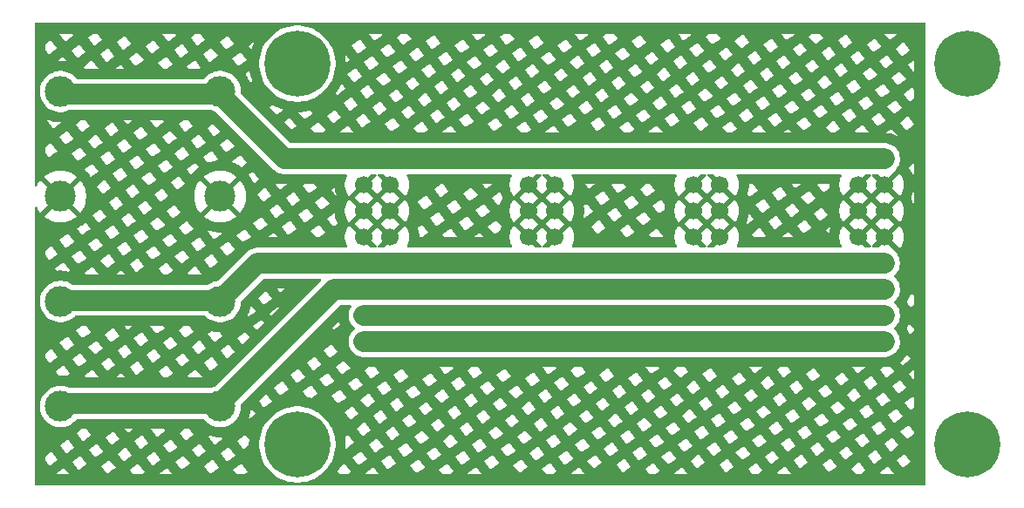
<source format=gtl>
%TF.GenerationSoftware,KiCad,Pcbnew,9.0.7-1.fc42*%
%TF.CreationDate,2026-02-18T17:36:32+01:00*%
%TF.ProjectId,bananabus,62616e61-6e61-4627-9573-2e6b69636164,rev?*%
%TF.SameCoordinates,Original*%
%TF.FileFunction,Copper,L1,Top*%
%TF.FilePolarity,Positive*%
%FSLAX46Y46*%
G04 Gerber Fmt 4.6, Leading zero omitted, Abs format (unit mm)*
G04 Created by KiCad (PCBNEW 9.0.7-1.fc42) date 2026-02-18 17:36:32*
%MOMM*%
%LPD*%
G01*
G04 APERTURE LIST*
G04 Aperture macros list*
%AMRoundRect*
0 Rectangle with rounded corners*
0 $1 Rounding radius*
0 $2 $3 $4 $5 $6 $7 $8 $9 X,Y pos of 4 corners*
0 Add a 4 corners polygon primitive as box body*
4,1,4,$2,$3,$4,$5,$6,$7,$8,$9,$2,$3,0*
0 Add four circle primitives for the rounded corners*
1,1,$1+$1,$2,$3*
1,1,$1+$1,$4,$5*
1,1,$1+$1,$6,$7*
1,1,$1+$1,$8,$9*
0 Add four rect primitives between the rounded corners*
20,1,$1+$1,$2,$3,$4,$5,0*
20,1,$1+$1,$4,$5,$6,$7,0*
20,1,$1+$1,$6,$7,$8,$9,0*
20,1,$1+$1,$8,$9,$2,$3,0*%
G04 Aperture macros list end*
%TA.AperFunction,ComponentPad*%
%ADD10C,3.000000*%
%TD*%
%TA.AperFunction,ComponentPad*%
%ADD11RoundRect,0.250000X-0.600000X-0.600000X0.600000X-0.600000X0.600000X0.600000X-0.600000X0.600000X0*%
%TD*%
%TA.AperFunction,ComponentPad*%
%ADD12C,1.700000*%
%TD*%
%TA.AperFunction,ComponentPad*%
%ADD13C,6.400000*%
%TD*%
%TA.AperFunction,ViaPad*%
%ADD14C,0.600000*%
%TD*%
%TA.AperFunction,Conductor*%
%ADD15C,2.000000*%
%TD*%
G04 APERTURE END LIST*
D10*
%TO.P,J7,1,Pin_1*%
%TO.N,GND*%
X104000000Y-72900000D03*
X119500000Y-72900000D03*
%TD*%
%TO.P,J8,1,Pin_1*%
%TO.N,+5V*%
X119500000Y-93300000D03*
X104000000Y-93300000D03*
%TD*%
D11*
%TO.P,J3,1,Pin_1*%
%TO.N,-12V*%
X165460000Y-69220000D03*
D12*
%TO.P,J3,2,Pin_2*%
X168000000Y-69220000D03*
%TO.P,J3,3,Pin_3*%
%TO.N,GND*%
X165460000Y-71760000D03*
%TO.P,J3,4,Pin_4*%
X168000000Y-71760000D03*
%TO.P,J3,5,Pin_5*%
X165460000Y-74300000D03*
%TO.P,J3,6,Pin_6*%
X168000000Y-74300000D03*
%TO.P,J3,7,Pin_7*%
X165460000Y-76840000D03*
%TO.P,J3,8,Pin_8*%
X168000000Y-76840000D03*
%TO.P,J3,9,Pin_9*%
%TO.N,+12V*%
X165460000Y-79380000D03*
%TO.P,J3,10,Pin_10*%
X168000000Y-79380000D03*
%TO.P,J3,11,Pin_11*%
%TO.N,+5V*%
X165460000Y-81920000D03*
%TO.P,J3,12,Pin_12*%
X168000000Y-81920000D03*
%TO.P,J3,13,Pin_13*%
%TO.N,/CV*%
X165460000Y-84460000D03*
%TO.P,J3,14,Pin_14*%
X168000000Y-84460000D03*
%TO.P,J3,15,Pin_15*%
%TO.N,/GATE*%
X165460000Y-87000000D03*
%TO.P,J3,16,Pin_16*%
X168000000Y-87000000D03*
%TD*%
D13*
%TO.P,H1,1*%
%TO.N,N/C*%
X192000000Y-60000000D03*
%TD*%
%TO.P,H4,1*%
%TO.N,N/C*%
X127000000Y-97000000D03*
%TD*%
D11*
%TO.P,J1,1,Pin_1*%
%TO.N,-12V*%
X133460000Y-69220000D03*
D12*
%TO.P,J1,2,Pin_2*%
X136000000Y-69220000D03*
%TO.P,J1,3,Pin_3*%
%TO.N,GND*%
X133460000Y-71760000D03*
%TO.P,J1,4,Pin_4*%
X136000000Y-71760000D03*
%TO.P,J1,5,Pin_5*%
X133460000Y-74300000D03*
%TO.P,J1,6,Pin_6*%
X136000000Y-74300000D03*
%TO.P,J1,7,Pin_7*%
X133460000Y-76840000D03*
%TO.P,J1,8,Pin_8*%
X136000000Y-76840000D03*
%TO.P,J1,9,Pin_9*%
%TO.N,+12V*%
X133460000Y-79380000D03*
%TO.P,J1,10,Pin_10*%
X136000000Y-79380000D03*
%TO.P,J1,11,Pin_11*%
%TO.N,+5V*%
X133460000Y-81920000D03*
%TO.P,J1,12,Pin_12*%
X136000000Y-81920000D03*
%TO.P,J1,13,Pin_13*%
%TO.N,/CV*%
X133460000Y-84460000D03*
%TO.P,J1,14,Pin_14*%
X136000000Y-84460000D03*
%TO.P,J1,15,Pin_15*%
%TO.N,/GATE*%
X133460000Y-87000000D03*
%TO.P,J1,16,Pin_16*%
X136000000Y-87000000D03*
%TD*%
D13*
%TO.P,H2,1*%
%TO.N,N/C*%
X192000000Y-97000000D03*
%TD*%
D10*
%TO.P,J6,1,Pin_1*%
%TO.N,+12V*%
X119500000Y-83100000D03*
X104000000Y-83100000D03*
%TD*%
%TO.P,J5,1,Pin_1*%
%TO.N,-12V*%
X119500000Y-62700000D03*
X104000000Y-62700000D03*
%TD*%
D11*
%TO.P,J4,1,Pin_1*%
%TO.N,-12V*%
X181460000Y-69220000D03*
D12*
%TO.P,J4,2,Pin_2*%
X184000000Y-69220000D03*
%TO.P,J4,3,Pin_3*%
%TO.N,GND*%
X181460000Y-71760000D03*
%TO.P,J4,4,Pin_4*%
X184000000Y-71760000D03*
%TO.P,J4,5,Pin_5*%
X181460000Y-74300000D03*
%TO.P,J4,6,Pin_6*%
X184000000Y-74300000D03*
%TO.P,J4,7,Pin_7*%
X181460000Y-76840000D03*
%TO.P,J4,8,Pin_8*%
X184000000Y-76840000D03*
%TO.P,J4,9,Pin_9*%
%TO.N,+12V*%
X181460000Y-79380000D03*
%TO.P,J4,10,Pin_10*%
X184000000Y-79380000D03*
%TO.P,J4,11,Pin_11*%
%TO.N,+5V*%
X181460000Y-81920000D03*
%TO.P,J4,12,Pin_12*%
X184000000Y-81920000D03*
%TO.P,J4,13,Pin_13*%
%TO.N,/CV*%
X181460000Y-84460000D03*
%TO.P,J4,14,Pin_14*%
X184000000Y-84460000D03*
%TO.P,J4,15,Pin_15*%
%TO.N,/GATE*%
X181460000Y-87000000D03*
%TO.P,J4,16,Pin_16*%
X184000000Y-87000000D03*
%TD*%
D11*
%TO.P,J2,1,Pin_1*%
%TO.N,-12V*%
X149460000Y-69220000D03*
D12*
%TO.P,J2,2,Pin_2*%
X152000000Y-69220000D03*
%TO.P,J2,3,Pin_3*%
%TO.N,GND*%
X149460000Y-71760000D03*
%TO.P,J2,4,Pin_4*%
X152000000Y-71760000D03*
%TO.P,J2,5,Pin_5*%
X149460000Y-74300000D03*
%TO.P,J2,6,Pin_6*%
X152000000Y-74300000D03*
%TO.P,J2,7,Pin_7*%
X149460000Y-76840000D03*
%TO.P,J2,8,Pin_8*%
X152000000Y-76840000D03*
%TO.P,J2,9,Pin_9*%
%TO.N,+12V*%
X149460000Y-79380000D03*
%TO.P,J2,10,Pin_10*%
X152000000Y-79380000D03*
%TO.P,J2,11,Pin_11*%
%TO.N,+5V*%
X149460000Y-81920000D03*
%TO.P,J2,12,Pin_12*%
X152000000Y-81920000D03*
%TO.P,J2,13,Pin_13*%
%TO.N,/CV*%
X149460000Y-84460000D03*
%TO.P,J2,14,Pin_14*%
X152000000Y-84460000D03*
%TO.P,J2,15,Pin_15*%
%TO.N,/GATE*%
X149460000Y-87000000D03*
%TO.P,J2,16,Pin_16*%
X152000000Y-87000000D03*
%TD*%
D13*
%TO.P,H3,1*%
%TO.N,N/C*%
X127000000Y-60000000D03*
%TD*%
D14*
%TO.N,GND*%
X186000000Y-81000000D03*
%TD*%
D15*
%TO.N,+12V*%
X119500000Y-83000000D02*
X123120000Y-79380000D01*
X149460000Y-79380000D02*
X152000000Y-79380000D01*
X136000000Y-79380000D02*
X149460000Y-79380000D01*
X168000000Y-79380000D02*
X181460000Y-79380000D01*
X104000000Y-83000000D02*
X119500000Y-83000000D01*
X123120000Y-79380000D02*
X133460000Y-79380000D01*
X181460000Y-79380000D02*
X184000000Y-79380000D01*
X152000000Y-79380000D02*
X165460000Y-79380000D01*
X165460000Y-79380000D02*
X168000000Y-79380000D01*
X133460000Y-79380000D02*
X136000000Y-79380000D01*
%TO.N,+5V*%
X130580000Y-81920000D02*
X165460000Y-81920000D01*
X130580000Y-81920000D02*
X168000000Y-81920000D01*
X130580000Y-81920000D02*
X149460000Y-81920000D01*
X130580000Y-81920000D02*
X136000000Y-81920000D01*
X130580000Y-81920000D02*
X152000000Y-81920000D01*
X104000000Y-93000000D02*
X119500000Y-93000000D01*
X119500000Y-93000000D02*
X130580000Y-81920000D01*
X130580000Y-81920000D02*
X181460000Y-81920000D01*
X130580000Y-81920000D02*
X133460000Y-81920000D01*
X130580000Y-81920000D02*
X184000000Y-81920000D01*
%TO.N,-12V*%
X125720000Y-69220000D02*
X181460000Y-69220000D01*
X125720000Y-69220000D02*
X165460000Y-69220000D01*
X125720000Y-69220000D02*
X184000000Y-69220000D01*
X104000000Y-63000000D02*
X119500000Y-63000000D01*
X125720000Y-69220000D02*
X136000000Y-69220000D01*
X125720000Y-69220000D02*
X149460000Y-69220000D01*
X119500000Y-63000000D02*
X125720000Y-69220000D01*
X125720000Y-69220000D02*
X152000000Y-69220000D01*
X125720000Y-69220000D02*
X168000000Y-69220000D01*
X125720000Y-69220000D02*
X133460000Y-69220000D01*
%TO.N,/CV*%
X136000000Y-84460000D02*
X149460000Y-84460000D01*
X136000000Y-84460000D02*
X168000000Y-84460000D01*
X133460000Y-84460000D02*
X136000000Y-84460000D01*
X136000000Y-84460000D02*
X181460000Y-84460000D01*
X136000000Y-84460000D02*
X152000000Y-84460000D01*
X136000000Y-84460000D02*
X165460000Y-84460000D01*
X136000000Y-84460000D02*
X184000000Y-84460000D01*
%TO.N,/GATE*%
X133460000Y-87000000D02*
X152000000Y-87000000D01*
X133460000Y-87000000D02*
X181460000Y-87000000D01*
X133460000Y-87000000D02*
X136000000Y-87000000D01*
X133460000Y-87000000D02*
X168000000Y-87000000D01*
X133460000Y-87000000D02*
X149460000Y-87000000D01*
X133460000Y-87000000D02*
X165460000Y-87000000D01*
X133460000Y-87000000D02*
X184000000Y-87000000D01*
%TD*%
%TA.AperFunction,Conductor*%
%TO.N,GND*%
G36*
X134641373Y-77667819D02*
G01*
X134674858Y-77729142D01*
X134669874Y-77798833D01*
X134628003Y-77854767D01*
X134562538Y-77879184D01*
X134553692Y-77879500D01*
X134197309Y-77879500D01*
X134130270Y-77859815D01*
X134109628Y-77843181D01*
X133589409Y-77322962D01*
X133652993Y-77305925D01*
X133767007Y-77240099D01*
X133860099Y-77147007D01*
X133925925Y-77032993D01*
X133942962Y-76969410D01*
X134641373Y-77667819D01*
G37*
%TD.AperFunction*%
%TA.AperFunction,Conductor*%
G36*
X135534075Y-77032993D02*
G01*
X135599901Y-77147007D01*
X135692993Y-77240099D01*
X135807007Y-77305925D01*
X135870590Y-77322962D01*
X135350372Y-77843181D01*
X135289049Y-77876666D01*
X135262691Y-77879500D01*
X134906308Y-77879500D01*
X134839269Y-77859815D01*
X134793514Y-77807011D01*
X134783570Y-77737853D01*
X134812595Y-77674297D01*
X134818627Y-77667819D01*
X135517037Y-76969408D01*
X135534075Y-77032993D01*
G37*
%TD.AperFunction*%
%TA.AperFunction,Conductor*%
G36*
X147776225Y-70740185D02*
G01*
X147821980Y-70792989D01*
X147831924Y-70862147D01*
X147816573Y-70906500D01*
X147797227Y-70940007D01*
X147797220Y-70940021D01*
X147704421Y-71164060D01*
X147641653Y-71398312D01*
X147610001Y-71638735D01*
X147610000Y-71638751D01*
X147610000Y-71881248D01*
X147610001Y-71881264D01*
X147641653Y-72121687D01*
X147704421Y-72355939D01*
X147797220Y-72579978D01*
X147797227Y-72579992D01*
X147918481Y-72790010D01*
X147987061Y-72879384D01*
X148977037Y-71889408D01*
X148994075Y-71952993D01*
X149059901Y-72067007D01*
X149152993Y-72160099D01*
X149267007Y-72225925D01*
X149330590Y-72242962D01*
X148543552Y-73030000D01*
X149330590Y-73817037D01*
X149267007Y-73834075D01*
X149152993Y-73899901D01*
X149059901Y-73992993D01*
X148994075Y-74107007D01*
X148977037Y-74170590D01*
X147987061Y-73180614D01*
X147987060Y-73180614D01*
X147918480Y-73269990D01*
X147797227Y-73480006D01*
X147797220Y-73480021D01*
X147704421Y-73704060D01*
X147641653Y-73938312D01*
X147610001Y-74178735D01*
X147610000Y-74178751D01*
X147610000Y-74421248D01*
X147610001Y-74421264D01*
X147641653Y-74661687D01*
X147704421Y-74895939D01*
X147797220Y-75119978D01*
X147797227Y-75119992D01*
X147918481Y-75330010D01*
X147987061Y-75419384D01*
X148977037Y-74429408D01*
X148994075Y-74492993D01*
X149059901Y-74607007D01*
X149152993Y-74700099D01*
X149267007Y-74765925D01*
X149330590Y-74782962D01*
X148543552Y-75570000D01*
X149330590Y-76357037D01*
X149267007Y-76374075D01*
X149152993Y-76439901D01*
X149059901Y-76532993D01*
X148994075Y-76647007D01*
X148977037Y-76710591D01*
X147987061Y-75720614D01*
X147987060Y-75720614D01*
X147918480Y-75809990D01*
X147797227Y-76020006D01*
X147797220Y-76020021D01*
X147704421Y-76244060D01*
X147641653Y-76478312D01*
X147610001Y-76718735D01*
X147610000Y-76718751D01*
X147610000Y-76961248D01*
X147610001Y-76961264D01*
X147641653Y-77201687D01*
X147704421Y-77435939D01*
X147797220Y-77659978D01*
X147797227Y-77659992D01*
X147816573Y-77693500D01*
X147833046Y-77761400D01*
X147810193Y-77827427D01*
X147755272Y-77870618D01*
X147709186Y-77879500D01*
X137750814Y-77879500D01*
X137683775Y-77859815D01*
X137638020Y-77807011D01*
X137628076Y-77737853D01*
X137643427Y-77693500D01*
X137662772Y-77659992D01*
X137662779Y-77659978D01*
X137755578Y-77435939D01*
X137818346Y-77201687D01*
X137849998Y-76961264D01*
X137850000Y-76961248D01*
X137850000Y-76718751D01*
X137849998Y-76718735D01*
X137818346Y-76478312D01*
X137755578Y-76244060D01*
X137662779Y-76020021D01*
X137662772Y-76020007D01*
X137606365Y-75922308D01*
X138700290Y-75922308D01*
X138705850Y-75938684D01*
X138707092Y-75942550D01*
X138714226Y-75966065D01*
X138715342Y-75969970D01*
X138786566Y-76235781D01*
X138787551Y-76239714D01*
X138793125Y-76263616D01*
X138793982Y-76267584D01*
X138800355Y-76299621D01*
X138801082Y-76303619D01*
X138805080Y-76327839D01*
X138805675Y-76331848D01*
X138841594Y-76604671D01*
X138842058Y-76608704D01*
X138844464Y-76633134D01*
X138844796Y-76637179D01*
X138846932Y-76669775D01*
X138847131Y-76673826D01*
X138847934Y-76698357D01*
X138848000Y-76702414D01*
X138848000Y-76881500D01*
X139092364Y-76881500D01*
X139440963Y-76618811D01*
X141099279Y-76618811D01*
X141297229Y-76881500D01*
X142415644Y-76881500D01*
X144073961Y-76881500D01*
X145056140Y-76881500D01*
X144700413Y-76409434D01*
X144073961Y-76881500D01*
X142415644Y-76881500D01*
X142502530Y-76816026D01*
X141899512Y-76015793D01*
X141099279Y-76618811D01*
X139440963Y-76618811D01*
X139701629Y-76422385D01*
X139098611Y-75622151D01*
X138700290Y-75922308D01*
X137606365Y-75922308D01*
X137541522Y-75809996D01*
X137541517Y-75809989D01*
X137472937Y-75720614D01*
X137472936Y-75720614D01*
X136482962Y-76710590D01*
X136465925Y-76647007D01*
X136400099Y-76532993D01*
X136307007Y-76439901D01*
X136192993Y-76374075D01*
X136129408Y-76357037D01*
X136916446Y-75570000D01*
X136916446Y-75569999D01*
X136129410Y-74782962D01*
X136192993Y-74765925D01*
X136307007Y-74700099D01*
X136400099Y-74607007D01*
X136465925Y-74492993D01*
X136482962Y-74429409D01*
X137472936Y-75419384D01*
X137472939Y-75419384D01*
X137541515Y-75330016D01*
X137662772Y-75119992D01*
X137662779Y-75119978D01*
X137703553Y-75021540D01*
X139895649Y-75021540D01*
X140498667Y-75821773D01*
X141038234Y-75415181D01*
X142696550Y-75415181D01*
X143299568Y-76215414D01*
X143839135Y-75808822D01*
X145497451Y-75808822D01*
X146100469Y-76609055D01*
X146693069Y-76162499D01*
X146744658Y-75969970D01*
X146745774Y-75966065D01*
X146752908Y-75942550D01*
X146754150Y-75938684D01*
X146764651Y-75907755D01*
X146766018Y-75903936D01*
X146774655Y-75880991D01*
X146776144Y-75877223D01*
X146785895Y-75853681D01*
X146297684Y-75205804D01*
X145497451Y-75808822D01*
X143839135Y-75808822D01*
X144099801Y-75612396D01*
X143496783Y-74812163D01*
X142696550Y-75415181D01*
X141038234Y-75415181D01*
X141298900Y-75218755D01*
X140695882Y-74418522D01*
X139895649Y-75021540D01*
X137703553Y-75021540D01*
X137755578Y-74895939D01*
X137818346Y-74661687D01*
X137849998Y-74421264D01*
X137850000Y-74421248D01*
X137850000Y-74178751D01*
X137849998Y-74178735D01*
X137818346Y-73938312D01*
X137755578Y-73704060D01*
X137662779Y-73480021D01*
X137662772Y-73480007D01*
X137622920Y-73410982D01*
X138709650Y-73410982D01*
X138714226Y-73426065D01*
X138715342Y-73429971D01*
X138725840Y-73469152D01*
X139295037Y-74224502D01*
X139834604Y-73817910D01*
X141492920Y-73817910D01*
X142095938Y-74618143D01*
X142635505Y-74211551D01*
X144293821Y-74211551D01*
X144896839Y-75011784D01*
X145697072Y-74408766D01*
X145094054Y-73608533D01*
X144293821Y-74211551D01*
X142635505Y-74211551D01*
X142896171Y-74015125D01*
X142293153Y-73214892D01*
X141492920Y-73817910D01*
X139834604Y-73817910D01*
X140095270Y-73621484D01*
X139492252Y-72821250D01*
X138709650Y-73410982D01*
X137622920Y-73410982D01*
X137541522Y-73269996D01*
X137541517Y-73269989D01*
X137472937Y-73180614D01*
X137472936Y-73180614D01*
X136482962Y-74170589D01*
X136465925Y-74107007D01*
X136400099Y-73992993D01*
X136307007Y-73899901D01*
X136192993Y-73834075D01*
X136129408Y-73817037D01*
X136916446Y-73030000D01*
X136916446Y-73029999D01*
X136129410Y-72242962D01*
X136192993Y-72225925D01*
X136307007Y-72160099D01*
X136400099Y-72067007D01*
X136465925Y-71952993D01*
X136482962Y-71889409D01*
X137472936Y-72879384D01*
X137472939Y-72879384D01*
X137541515Y-72790016D01*
X137662772Y-72579992D01*
X137662779Y-72579978D01*
X137755578Y-72355939D01*
X137791832Y-72220639D01*
X140289290Y-72220639D01*
X140892308Y-73020872D01*
X141431875Y-72614280D01*
X143090191Y-72614280D01*
X143693209Y-73414513D01*
X144232776Y-73007921D01*
X145891092Y-73007921D01*
X146494110Y-73808153D01*
X146681074Y-73667266D01*
X146744658Y-73429970D01*
X146745774Y-73426065D01*
X146752908Y-73402550D01*
X146754150Y-73398684D01*
X146764651Y-73367755D01*
X146766018Y-73363936D01*
X146774655Y-73340991D01*
X146776144Y-73337223D01*
X146881446Y-73082998D01*
X146883062Y-73079270D01*
X146893201Y-73056895D01*
X146894936Y-73053227D01*
X146906391Y-73030000D01*
X146894935Y-73006771D01*
X146893201Y-73003105D01*
X146883062Y-72980730D01*
X146881446Y-72977002D01*
X146776144Y-72722777D01*
X146774655Y-72719009D01*
X146766018Y-72696064D01*
X146764651Y-72692245D01*
X146754150Y-72661316D01*
X146752908Y-72657450D01*
X146745774Y-72633935D01*
X146744658Y-72630030D01*
X146685509Y-72409285D01*
X145891092Y-73007921D01*
X144232776Y-73007921D01*
X144493442Y-72811495D01*
X143890424Y-72011262D01*
X143090191Y-72614280D01*
X141431875Y-72614280D01*
X141692541Y-72417854D01*
X141165541Y-71718500D01*
X144919444Y-71718500D01*
X145290480Y-72210883D01*
X145943896Y-71718500D01*
X144919444Y-71718500D01*
X141165541Y-71718500D01*
X140955652Y-71718500D01*
X140289290Y-72220639D01*
X137791832Y-72220639D01*
X137818346Y-72121687D01*
X137849998Y-71881264D01*
X137850000Y-71881248D01*
X137850000Y-71638751D01*
X137849998Y-71638735D01*
X137818346Y-71398312D01*
X137755578Y-71164060D01*
X137662779Y-70940021D01*
X137662772Y-70940007D01*
X137643427Y-70906500D01*
X137626954Y-70838600D01*
X137649807Y-70772573D01*
X137704728Y-70729382D01*
X137750814Y-70720500D01*
X147709186Y-70720500D01*
X147776225Y-70740185D01*
G37*
%TD.AperFunction*%
%TA.AperFunction,Conductor*%
G36*
X150641373Y-77667819D02*
G01*
X150674858Y-77729142D01*
X150669874Y-77798833D01*
X150628003Y-77854767D01*
X150562538Y-77879184D01*
X150553692Y-77879500D01*
X150197309Y-77879500D01*
X150130270Y-77859815D01*
X150109628Y-77843181D01*
X149589409Y-77322962D01*
X149652993Y-77305925D01*
X149767007Y-77240099D01*
X149860099Y-77147007D01*
X149925925Y-77032993D01*
X149942962Y-76969409D01*
X150641373Y-77667819D01*
G37*
%TD.AperFunction*%
%TA.AperFunction,Conductor*%
G36*
X151534075Y-77032993D02*
G01*
X151599901Y-77147007D01*
X151692993Y-77240099D01*
X151807007Y-77305925D01*
X151870590Y-77322962D01*
X151350372Y-77843181D01*
X151289049Y-77876666D01*
X151262691Y-77879500D01*
X150906308Y-77879500D01*
X150839269Y-77859815D01*
X150793514Y-77807011D01*
X150783570Y-77737853D01*
X150812595Y-77674297D01*
X150818627Y-77667819D01*
X151517037Y-76969408D01*
X151534075Y-77032993D01*
G37*
%TD.AperFunction*%
%TA.AperFunction,Conductor*%
G36*
X163776225Y-70740185D02*
G01*
X163821980Y-70792989D01*
X163831924Y-70862147D01*
X163816573Y-70906500D01*
X163797227Y-70940007D01*
X163797220Y-70940021D01*
X163704421Y-71164060D01*
X163641653Y-71398312D01*
X163610001Y-71638735D01*
X163610000Y-71638751D01*
X163610000Y-71881248D01*
X163610001Y-71881264D01*
X163641653Y-72121687D01*
X163704421Y-72355939D01*
X163797220Y-72579978D01*
X163797227Y-72579992D01*
X163918481Y-72790010D01*
X163987061Y-72879384D01*
X164977037Y-71889408D01*
X164994075Y-71952993D01*
X165059901Y-72067007D01*
X165152993Y-72160099D01*
X165267007Y-72225925D01*
X165330590Y-72242962D01*
X164543552Y-73030000D01*
X165330590Y-73817037D01*
X165267007Y-73834075D01*
X165152993Y-73899901D01*
X165059901Y-73992993D01*
X164994075Y-74107007D01*
X164977037Y-74170590D01*
X163987061Y-73180614D01*
X163987060Y-73180614D01*
X163918480Y-73269990D01*
X163797227Y-73480006D01*
X163797220Y-73480021D01*
X163704421Y-73704060D01*
X163641653Y-73938312D01*
X163610001Y-74178735D01*
X163610000Y-74178751D01*
X163610000Y-74421248D01*
X163610001Y-74421264D01*
X163641653Y-74661687D01*
X163704421Y-74895939D01*
X163797220Y-75119978D01*
X163797227Y-75119992D01*
X163918481Y-75330010D01*
X163987061Y-75419384D01*
X164977037Y-74429408D01*
X164994075Y-74492993D01*
X165059901Y-74607007D01*
X165152993Y-74700099D01*
X165267007Y-74765925D01*
X165330590Y-74782962D01*
X164543552Y-75570000D01*
X165330590Y-76357037D01*
X165267007Y-76374075D01*
X165152993Y-76439901D01*
X165059901Y-76532993D01*
X164994075Y-76647007D01*
X164977037Y-76710591D01*
X163987061Y-75720614D01*
X163987060Y-75720614D01*
X163918480Y-75809990D01*
X163797227Y-76020006D01*
X163797220Y-76020021D01*
X163704421Y-76244060D01*
X163641653Y-76478312D01*
X163610001Y-76718735D01*
X163610000Y-76718751D01*
X163610000Y-76961248D01*
X163610001Y-76961264D01*
X163641653Y-77201687D01*
X163704421Y-77435939D01*
X163797220Y-77659978D01*
X163797227Y-77659992D01*
X163816573Y-77693500D01*
X163833046Y-77761400D01*
X163810193Y-77827427D01*
X163755272Y-77870618D01*
X163709186Y-77879500D01*
X153750814Y-77879500D01*
X153683775Y-77859815D01*
X153638020Y-77807011D01*
X153628076Y-77737853D01*
X153643427Y-77693500D01*
X153662772Y-77659992D01*
X153662779Y-77659978D01*
X153755578Y-77435939D01*
X153818346Y-77201687D01*
X153849998Y-76961264D01*
X153850000Y-76961248D01*
X153850000Y-76718751D01*
X153849998Y-76718735D01*
X153818346Y-76478312D01*
X153755578Y-76244060D01*
X153662779Y-76020021D01*
X153662772Y-76020007D01*
X153541522Y-75809996D01*
X153541517Y-75809989D01*
X153523198Y-75786115D01*
X155497426Y-75786115D01*
X156100444Y-76586348D01*
X156640010Y-76179756D01*
X158298327Y-76179756D01*
X158827129Y-76881500D01*
X159032045Y-76881500D01*
X159440910Y-76573397D01*
X161099228Y-76573397D01*
X161331400Y-76881500D01*
X162355325Y-76881500D01*
X162502478Y-76770611D01*
X161899460Y-75970379D01*
X161099228Y-76573397D01*
X159440910Y-76573397D01*
X159701577Y-76376970D01*
X159098559Y-75576738D01*
X158298327Y-76179756D01*
X156640010Y-76179756D01*
X156900676Y-75983330D01*
X156297658Y-75183097D01*
X155497426Y-75786115D01*
X153523198Y-75786115D01*
X153472937Y-75720614D01*
X153472936Y-75720614D01*
X152482962Y-76710590D01*
X152465925Y-76647007D01*
X152400099Y-76532993D01*
X152307007Y-76439901D01*
X152192993Y-76374075D01*
X152129408Y-76357037D01*
X152916446Y-75570000D01*
X152916446Y-75569999D01*
X152129410Y-74782962D01*
X152192993Y-74765925D01*
X152307007Y-74700099D01*
X152400099Y-74607007D01*
X152465925Y-74492993D01*
X152482962Y-74429410D01*
X153472936Y-75419384D01*
X153472939Y-75419384D01*
X153541515Y-75330016D01*
X153662772Y-75119992D01*
X153662779Y-75119978D01*
X153755578Y-74895939D01*
X153766079Y-74856749D01*
X154797098Y-74856749D01*
X154896814Y-74989077D01*
X155436379Y-74582485D01*
X157094697Y-74582485D01*
X157697715Y-75382717D01*
X158237280Y-74976126D01*
X159895598Y-74976126D01*
X160498616Y-75776358D01*
X161298848Y-75173340D01*
X160695830Y-74373108D01*
X159895598Y-74976126D01*
X158237280Y-74976126D01*
X158497947Y-74779699D01*
X157894929Y-73979467D01*
X157094697Y-74582485D01*
X155436379Y-74582485D01*
X155697046Y-74386058D01*
X155094028Y-73585825D01*
X154807024Y-73802097D01*
X154841594Y-74064671D01*
X154842058Y-74068704D01*
X154844464Y-74093134D01*
X154844796Y-74097179D01*
X154846932Y-74129775D01*
X154847131Y-74133826D01*
X154847934Y-74158357D01*
X154848000Y-74162414D01*
X154848000Y-74437586D01*
X154847934Y-74441643D01*
X154847131Y-74466174D01*
X154846932Y-74470225D01*
X154844796Y-74502821D01*
X154844464Y-74506866D01*
X154842058Y-74531296D01*
X154841594Y-74535329D01*
X154805675Y-74808152D01*
X154805080Y-74812161D01*
X154801082Y-74836381D01*
X154800355Y-74840379D01*
X154797098Y-74856749D01*
X153766079Y-74856749D01*
X153818346Y-74661687D01*
X153849998Y-74421264D01*
X153850000Y-74421248D01*
X153850000Y-74178751D01*
X153849998Y-74178735D01*
X153818346Y-73938312D01*
X153755578Y-73704060D01*
X153662779Y-73480021D01*
X153662772Y-73480007D01*
X153541522Y-73269996D01*
X153541517Y-73269989D01*
X153472937Y-73180614D01*
X153472936Y-73180614D01*
X152482962Y-74170589D01*
X152465925Y-74107007D01*
X152400099Y-73992993D01*
X152307007Y-73899901D01*
X152192993Y-73834075D01*
X152129408Y-73817037D01*
X152916446Y-73030000D01*
X152916446Y-73029999D01*
X152871661Y-72985214D01*
X155891067Y-72985214D01*
X156494085Y-73785446D01*
X157033650Y-73378855D01*
X158691968Y-73378855D01*
X159294986Y-74179087D01*
X159834551Y-73772496D01*
X161492869Y-73772496D01*
X162095887Y-74572728D01*
X162612000Y-74183809D01*
X162612000Y-74162414D01*
X162612066Y-74158357D01*
X162612869Y-74133826D01*
X162613068Y-74129775D01*
X162615204Y-74097179D01*
X162615536Y-74093134D01*
X162617942Y-74068704D01*
X162618406Y-74064671D01*
X162654325Y-73791848D01*
X162654920Y-73787839D01*
X162658918Y-73763619D01*
X162659645Y-73759621D01*
X162666018Y-73727584D01*
X162666875Y-73723616D01*
X162672449Y-73699714D01*
X162673434Y-73695783D01*
X162677700Y-73679858D01*
X162293101Y-73169478D01*
X161492869Y-73772496D01*
X159834551Y-73772496D01*
X160095218Y-73576069D01*
X159492200Y-72775837D01*
X158691968Y-73378855D01*
X157033650Y-73378855D01*
X157294317Y-73182428D01*
X156691299Y-72382196D01*
X155891067Y-72985214D01*
X152871661Y-72985214D01*
X152129410Y-72242962D01*
X152192993Y-72225925D01*
X152307007Y-72160099D01*
X152400099Y-72067007D01*
X152465925Y-71952993D01*
X152482962Y-71889409D01*
X153472936Y-72879384D01*
X153472939Y-72879384D01*
X153541515Y-72790016D01*
X153662772Y-72579992D01*
X153662779Y-72579978D01*
X153755578Y-72355939D01*
X153818346Y-72121687D01*
X153849998Y-71881264D01*
X153850000Y-71881248D01*
X153850000Y-71718500D01*
X154936530Y-71718500D01*
X155290455Y-72188175D01*
X155830021Y-71781584D01*
X157488338Y-71781584D01*
X158091356Y-72581816D01*
X158630921Y-72175225D01*
X160289239Y-72175225D01*
X160892257Y-72975457D01*
X161692489Y-72372439D01*
X161199711Y-71718500D01*
X160895334Y-71718500D01*
X160289239Y-72175225D01*
X158630921Y-72175225D01*
X158891588Y-71978798D01*
X158695440Y-71718500D01*
X157572054Y-71718500D01*
X157488338Y-71781584D01*
X155830021Y-71781584D01*
X155913736Y-71718500D01*
X154936530Y-71718500D01*
X153850000Y-71718500D01*
X153850000Y-71638751D01*
X153849998Y-71638735D01*
X153818346Y-71398312D01*
X153755578Y-71164060D01*
X153662779Y-70940021D01*
X153662772Y-70940007D01*
X153643427Y-70906500D01*
X153626954Y-70838600D01*
X153649807Y-70772573D01*
X153704728Y-70729382D01*
X153750814Y-70720500D01*
X163709186Y-70720500D01*
X163776225Y-70740185D01*
G37*
%TD.AperFunction*%
%TA.AperFunction,Conductor*%
G36*
X166641373Y-77667819D02*
G01*
X166674858Y-77729142D01*
X166669874Y-77798833D01*
X166628003Y-77854767D01*
X166562538Y-77879184D01*
X166553692Y-77879500D01*
X166197309Y-77879500D01*
X166130270Y-77859815D01*
X166109628Y-77843181D01*
X165589409Y-77322962D01*
X165652993Y-77305925D01*
X165767007Y-77240099D01*
X165860099Y-77147007D01*
X165925925Y-77032993D01*
X165942962Y-76969409D01*
X166641373Y-77667819D01*
G37*
%TD.AperFunction*%
%TA.AperFunction,Conductor*%
G36*
X167534075Y-77032993D02*
G01*
X167599901Y-77147007D01*
X167692993Y-77240099D01*
X167807007Y-77305925D01*
X167870590Y-77322962D01*
X167350372Y-77843181D01*
X167289049Y-77876666D01*
X167262691Y-77879500D01*
X166906308Y-77879500D01*
X166839269Y-77859815D01*
X166793514Y-77807011D01*
X166783570Y-77737853D01*
X166812595Y-77674297D01*
X166818627Y-77667819D01*
X167517037Y-76969408D01*
X167534075Y-77032993D01*
G37*
%TD.AperFunction*%
%TA.AperFunction,Conductor*%
G36*
X179776225Y-70740185D02*
G01*
X179821980Y-70792989D01*
X179831924Y-70862147D01*
X179816573Y-70906500D01*
X179797227Y-70940007D01*
X179797220Y-70940021D01*
X179704421Y-71164060D01*
X179641653Y-71398312D01*
X179610001Y-71638735D01*
X179610000Y-71638751D01*
X179610000Y-71881248D01*
X179610001Y-71881264D01*
X179641653Y-72121687D01*
X179704421Y-72355939D01*
X179797220Y-72579978D01*
X179797227Y-72579992D01*
X179918481Y-72790010D01*
X179987061Y-72879384D01*
X180977037Y-71889408D01*
X180994075Y-71952993D01*
X181059901Y-72067007D01*
X181152993Y-72160099D01*
X181267007Y-72225925D01*
X181330590Y-72242962D01*
X180543552Y-73030000D01*
X181330590Y-73817037D01*
X181267007Y-73834075D01*
X181152993Y-73899901D01*
X181059901Y-73992993D01*
X180994075Y-74107007D01*
X180977037Y-74170590D01*
X179987061Y-73180614D01*
X179987060Y-73180614D01*
X179918480Y-73269990D01*
X179797227Y-73480006D01*
X179797220Y-73480021D01*
X179704421Y-73704060D01*
X179641653Y-73938312D01*
X179610001Y-74178735D01*
X179610000Y-74178751D01*
X179610000Y-74421248D01*
X179610001Y-74421264D01*
X179641653Y-74661687D01*
X179704421Y-74895939D01*
X179797220Y-75119978D01*
X179797227Y-75119992D01*
X179918481Y-75330010D01*
X179987061Y-75419384D01*
X180977037Y-74429408D01*
X180994075Y-74492993D01*
X181059901Y-74607007D01*
X181152993Y-74700099D01*
X181267007Y-74765925D01*
X181330590Y-74782962D01*
X180543552Y-75570000D01*
X181330590Y-76357037D01*
X181267007Y-76374075D01*
X181152993Y-76439901D01*
X181059901Y-76532993D01*
X180994075Y-76647007D01*
X180977037Y-76710591D01*
X179987061Y-75720614D01*
X179987060Y-75720614D01*
X179918480Y-75809990D01*
X179797227Y-76020006D01*
X179797220Y-76020021D01*
X179704421Y-76244060D01*
X179641653Y-76478312D01*
X179610001Y-76718735D01*
X179610000Y-76718751D01*
X179610000Y-76961248D01*
X179610001Y-76961264D01*
X179641653Y-77201687D01*
X179704421Y-77435939D01*
X179797220Y-77659978D01*
X179797227Y-77659992D01*
X179816573Y-77693500D01*
X179833046Y-77761400D01*
X179810193Y-77827427D01*
X179755272Y-77870618D01*
X179709186Y-77879500D01*
X169750814Y-77879500D01*
X169683775Y-77859815D01*
X169638020Y-77807011D01*
X169628076Y-77737853D01*
X169643427Y-77693500D01*
X169662772Y-77659992D01*
X169662779Y-77659978D01*
X169755578Y-77435939D01*
X169818346Y-77201687D01*
X169849998Y-76961264D01*
X169850000Y-76961248D01*
X169850000Y-76718751D01*
X169849998Y-76718735D01*
X169827875Y-76550690D01*
X171099202Y-76550690D01*
X171348485Y-76881500D01*
X172325166Y-76881500D01*
X173983484Y-76881500D01*
X175107396Y-76881500D01*
X174700336Y-76341313D01*
X173983484Y-76881500D01*
X172325166Y-76881500D01*
X172502453Y-76747904D01*
X171899435Y-75947672D01*
X171099202Y-76550690D01*
X169827875Y-76550690D01*
X169818346Y-76478312D01*
X169755578Y-76244060D01*
X169662779Y-76020021D01*
X169662772Y-76020007D01*
X169541522Y-75809996D01*
X169541517Y-75809989D01*
X169472937Y-75720614D01*
X169472936Y-75720614D01*
X168482962Y-76710590D01*
X168465925Y-76647007D01*
X168400099Y-76532993D01*
X168307007Y-76439901D01*
X168192993Y-76374075D01*
X168129408Y-76357037D01*
X168916446Y-75570000D01*
X170553608Y-75570000D01*
X170565064Y-75593227D01*
X170566799Y-75596895D01*
X170576938Y-75619270D01*
X170578554Y-75622998D01*
X170600776Y-75676649D01*
X171038155Y-75347060D01*
X172696473Y-75347060D01*
X173299491Y-76147292D01*
X173839056Y-75740701D01*
X175497374Y-75740701D01*
X176100392Y-76540934D01*
X176639958Y-76134342D01*
X178298275Y-76134342D01*
X178623505Y-76565937D01*
X178654325Y-76331848D01*
X178654920Y-76327839D01*
X178658918Y-76303619D01*
X178659645Y-76299621D01*
X178666018Y-76267584D01*
X178666875Y-76263616D01*
X178672449Y-76239714D01*
X178673434Y-76235781D01*
X178744658Y-75969970D01*
X178745774Y-75966065D01*
X178752908Y-75942550D01*
X178754150Y-75938684D01*
X178764651Y-75907755D01*
X178766018Y-75903936D01*
X178774655Y-75880991D01*
X178776144Y-75877223D01*
X178838154Y-75727513D01*
X178298275Y-76134342D01*
X176639958Y-76134342D01*
X176900625Y-75937915D01*
X176297607Y-75137682D01*
X175497374Y-75740701D01*
X173839056Y-75740701D01*
X174099724Y-75544274D01*
X173496706Y-74744042D01*
X172696473Y-75347060D01*
X171038155Y-75347060D01*
X171298823Y-75150633D01*
X170840636Y-74542599D01*
X170805675Y-74808152D01*
X170805080Y-74812161D01*
X170801082Y-74836381D01*
X170800355Y-74840379D01*
X170793982Y-74872416D01*
X170793125Y-74876384D01*
X170787551Y-74900286D01*
X170786566Y-74904219D01*
X170715342Y-75170030D01*
X170714226Y-75173935D01*
X170707092Y-75197450D01*
X170705850Y-75201316D01*
X170695349Y-75232245D01*
X170693982Y-75236064D01*
X170685345Y-75259009D01*
X170683856Y-75262777D01*
X170578554Y-75517002D01*
X170576938Y-75520730D01*
X170566799Y-75543105D01*
X170565064Y-75546773D01*
X170553608Y-75570000D01*
X168916446Y-75570000D01*
X168916446Y-75569999D01*
X168129410Y-74782962D01*
X168192993Y-74765925D01*
X168307007Y-74700099D01*
X168400099Y-74607007D01*
X168465925Y-74492993D01*
X168482962Y-74429409D01*
X169472936Y-75419384D01*
X169472939Y-75419384D01*
X169541515Y-75330016D01*
X169662772Y-75119992D01*
X169662779Y-75119978D01*
X169755578Y-74895939D01*
X169818346Y-74661687D01*
X169849998Y-74421264D01*
X169850000Y-74421248D01*
X169850000Y-74178751D01*
X169849998Y-74178735D01*
X169818346Y-73938312D01*
X169767831Y-73749789D01*
X171492843Y-73749789D01*
X172095861Y-74550021D01*
X172635426Y-74143430D01*
X174293744Y-74143430D01*
X174896762Y-74943662D01*
X175436327Y-74537071D01*
X177094645Y-74537071D01*
X177697663Y-75337304D01*
X178497896Y-74734285D01*
X177894878Y-73934052D01*
X177094645Y-74537071D01*
X175436327Y-74537071D01*
X175696995Y-74340644D01*
X175093977Y-73540412D01*
X174293744Y-74143430D01*
X172635426Y-74143430D01*
X172896094Y-73947003D01*
X172293076Y-73146771D01*
X171492843Y-73749789D01*
X169767831Y-73749789D01*
X169755578Y-73704060D01*
X169662779Y-73480021D01*
X169662772Y-73480007D01*
X169541522Y-73269996D01*
X169541517Y-73269989D01*
X169472937Y-73180614D01*
X169472936Y-73180614D01*
X168482962Y-74170589D01*
X168465925Y-74107007D01*
X168400099Y-73992993D01*
X168307007Y-73899901D01*
X168192993Y-73834075D01*
X168129408Y-73817037D01*
X168916446Y-73030000D01*
X168916446Y-73029999D01*
X168129410Y-72242962D01*
X168192993Y-72225925D01*
X168307007Y-72160099D01*
X168400099Y-72067007D01*
X168465925Y-71952993D01*
X168482962Y-71889409D01*
X169472936Y-72879384D01*
X169472939Y-72879384D01*
X169541515Y-72790016D01*
X169598268Y-72691716D01*
X170695528Y-72691716D01*
X170892231Y-72952750D01*
X171431796Y-72546159D01*
X173090114Y-72546159D01*
X173693132Y-73346391D01*
X174232697Y-72939800D01*
X175891015Y-72939800D01*
X176494033Y-73740032D01*
X177294266Y-73137014D01*
X176691248Y-72336782D01*
X175891015Y-72939800D01*
X174232697Y-72939800D01*
X174493365Y-72743373D01*
X173890347Y-71943141D01*
X173090114Y-72546159D01*
X171431796Y-72546159D01*
X171692464Y-72349732D01*
X171216797Y-71718500D01*
X174970699Y-71718500D01*
X175290403Y-72142761D01*
X175829969Y-71736170D01*
X177488286Y-71736170D01*
X178091304Y-72536402D01*
X178635637Y-72126217D01*
X178618406Y-71995328D01*
X178617942Y-71991296D01*
X178615536Y-71966866D01*
X178615204Y-71962821D01*
X178613068Y-71930225D01*
X178612869Y-71926174D01*
X178612066Y-71901643D01*
X178612000Y-71897586D01*
X178612000Y-71718500D01*
X177511736Y-71718500D01*
X177488286Y-71736170D01*
X175829969Y-71736170D01*
X175853418Y-71718500D01*
X174970699Y-71718500D01*
X171216797Y-71718500D01*
X170865176Y-71718500D01*
X170848000Y-71731442D01*
X170848000Y-71897586D01*
X170847934Y-71901643D01*
X170847131Y-71926174D01*
X170846932Y-71930225D01*
X170844796Y-71962821D01*
X170844464Y-71966866D01*
X170842058Y-71991296D01*
X170841594Y-71995329D01*
X170805675Y-72268152D01*
X170805080Y-72272161D01*
X170801082Y-72296381D01*
X170800355Y-72300379D01*
X170793982Y-72332416D01*
X170793125Y-72336384D01*
X170787551Y-72360286D01*
X170786566Y-72364219D01*
X170715342Y-72630030D01*
X170714226Y-72633935D01*
X170707092Y-72657450D01*
X170705850Y-72661316D01*
X170695528Y-72691716D01*
X169598268Y-72691716D01*
X169662772Y-72579992D01*
X169662779Y-72579978D01*
X169755578Y-72355939D01*
X169818346Y-72121687D01*
X169849998Y-71881264D01*
X169850000Y-71881248D01*
X169850000Y-71638751D01*
X169849998Y-71638735D01*
X169818346Y-71398312D01*
X169755578Y-71164060D01*
X169662779Y-70940021D01*
X169662772Y-70940007D01*
X169643427Y-70906500D01*
X169626954Y-70838600D01*
X169649807Y-70772573D01*
X169704728Y-70729382D01*
X169750814Y-70720500D01*
X179709186Y-70720500D01*
X179776225Y-70740185D01*
G37*
%TD.AperFunction*%
%TA.AperFunction,Conductor*%
G36*
X182641373Y-77667819D02*
G01*
X182674858Y-77729142D01*
X182669874Y-77798833D01*
X182628003Y-77854767D01*
X182562538Y-77879184D01*
X182553692Y-77879500D01*
X182197309Y-77879500D01*
X182130270Y-77859815D01*
X182109628Y-77843181D01*
X181589409Y-77322962D01*
X181652993Y-77305925D01*
X181767007Y-77240099D01*
X181860099Y-77147007D01*
X181925925Y-77032993D01*
X181942962Y-76969410D01*
X182641373Y-77667819D01*
G37*
%TD.AperFunction*%
%TA.AperFunction,Conductor*%
G36*
X183534075Y-77032993D02*
G01*
X183599901Y-77147007D01*
X183692993Y-77240099D01*
X183807007Y-77305925D01*
X183870590Y-77322962D01*
X183350372Y-77843181D01*
X183289049Y-77876666D01*
X183262691Y-77879500D01*
X182906308Y-77879500D01*
X182839269Y-77859815D01*
X182793514Y-77807011D01*
X182783570Y-77737853D01*
X182812595Y-77674297D01*
X182818627Y-77667819D01*
X183517037Y-76969408D01*
X183534075Y-77032993D01*
G37*
%TD.AperFunction*%
%TA.AperFunction,Conductor*%
G36*
X135534075Y-74492993D02*
G01*
X135599901Y-74607007D01*
X135692993Y-74700099D01*
X135807007Y-74765925D01*
X135870590Y-74782962D01*
X135083553Y-75570000D01*
X135870590Y-76357037D01*
X135807007Y-76374075D01*
X135692993Y-76439901D01*
X135599901Y-76532993D01*
X135534075Y-76647007D01*
X135517037Y-76710590D01*
X134730001Y-75923553D01*
X134730000Y-75923553D01*
X133942962Y-76710589D01*
X133925925Y-76647007D01*
X133860099Y-76532993D01*
X133767007Y-76439901D01*
X133652993Y-76374075D01*
X133589408Y-76357037D01*
X134376446Y-75570000D01*
X134376446Y-75569999D01*
X133589410Y-74782962D01*
X133652993Y-74765925D01*
X133767007Y-74700099D01*
X133860099Y-74607007D01*
X133925925Y-74492993D01*
X133942962Y-74429410D01*
X134729999Y-75216446D01*
X135517037Y-74429408D01*
X135534075Y-74492993D01*
G37*
%TD.AperFunction*%
%TA.AperFunction,Conductor*%
G36*
X151534075Y-74492993D02*
G01*
X151599901Y-74607007D01*
X151692993Y-74700099D01*
X151807007Y-74765925D01*
X151870590Y-74782962D01*
X151083552Y-75570000D01*
X151870590Y-76357037D01*
X151807007Y-76374075D01*
X151692993Y-76439901D01*
X151599901Y-76532993D01*
X151534075Y-76647007D01*
X151517037Y-76710590D01*
X150730001Y-75923553D01*
X150730000Y-75923553D01*
X149942962Y-76710590D01*
X149925925Y-76647007D01*
X149860099Y-76532993D01*
X149767007Y-76439901D01*
X149652993Y-76374075D01*
X149589408Y-76357037D01*
X150376446Y-75570000D01*
X150376446Y-75569999D01*
X149589410Y-74782962D01*
X149652993Y-74765925D01*
X149767007Y-74700099D01*
X149860099Y-74607007D01*
X149925925Y-74492993D01*
X149942962Y-74429409D01*
X150729999Y-75216446D01*
X151517037Y-74429408D01*
X151534075Y-74492993D01*
G37*
%TD.AperFunction*%
%TA.AperFunction,Conductor*%
G36*
X167534075Y-74492993D02*
G01*
X167599901Y-74607007D01*
X167692993Y-74700099D01*
X167807007Y-74765925D01*
X167870590Y-74782962D01*
X167083553Y-75570000D01*
X167870590Y-76357037D01*
X167807007Y-76374075D01*
X167692993Y-76439901D01*
X167599901Y-76532993D01*
X167534075Y-76647007D01*
X167517037Y-76710590D01*
X166730001Y-75923553D01*
X166730000Y-75923553D01*
X165942962Y-76710590D01*
X165925925Y-76647007D01*
X165860099Y-76532993D01*
X165767007Y-76439901D01*
X165652993Y-76374075D01*
X165589408Y-76357037D01*
X166376446Y-75570000D01*
X166376446Y-75569999D01*
X165589410Y-74782962D01*
X165652993Y-74765925D01*
X165767007Y-74700099D01*
X165860099Y-74607007D01*
X165925925Y-74492993D01*
X165942962Y-74429410D01*
X166729999Y-75216446D01*
X167517037Y-74429408D01*
X167534075Y-74492993D01*
G37*
%TD.AperFunction*%
%TA.AperFunction,Conductor*%
G36*
X183534075Y-74492993D02*
G01*
X183599901Y-74607007D01*
X183692993Y-74700099D01*
X183807007Y-74765925D01*
X183870590Y-74782962D01*
X183083553Y-75570000D01*
X183870590Y-76357037D01*
X183807007Y-76374075D01*
X183692993Y-76439901D01*
X183599901Y-76532993D01*
X183534075Y-76647007D01*
X183517037Y-76710590D01*
X182730001Y-75923553D01*
X182730000Y-75923553D01*
X181942962Y-76710589D01*
X181925925Y-76647007D01*
X181860099Y-76532993D01*
X181767007Y-76439901D01*
X181652993Y-76374075D01*
X181589408Y-76357037D01*
X182376446Y-75570000D01*
X182376446Y-75569999D01*
X181589410Y-74782962D01*
X181652993Y-74765925D01*
X181767007Y-74700099D01*
X181860099Y-74607007D01*
X181925925Y-74492993D01*
X181942962Y-74429410D01*
X182729999Y-75216446D01*
X183517037Y-74429408D01*
X183534075Y-74492993D01*
G37*
%TD.AperFunction*%
%TA.AperFunction,Conductor*%
G36*
X135534075Y-71952993D02*
G01*
X135599901Y-72067007D01*
X135692993Y-72160099D01*
X135807007Y-72225925D01*
X135870590Y-72242962D01*
X135083552Y-73030000D01*
X135870590Y-73817037D01*
X135807007Y-73834075D01*
X135692993Y-73899901D01*
X135599901Y-73992993D01*
X135534075Y-74107007D01*
X135517037Y-74170590D01*
X134730001Y-73383553D01*
X134730000Y-73383553D01*
X133942962Y-74170589D01*
X133925925Y-74107007D01*
X133860099Y-73992993D01*
X133767007Y-73899901D01*
X133652993Y-73834075D01*
X133589408Y-73817037D01*
X134376446Y-73030000D01*
X134376446Y-73029999D01*
X133589410Y-72242962D01*
X133652993Y-72225925D01*
X133767007Y-72160099D01*
X133860099Y-72067007D01*
X133925925Y-71952993D01*
X133942962Y-71889409D01*
X134729999Y-72676446D01*
X135517037Y-71889408D01*
X135534075Y-71952993D01*
G37*
%TD.AperFunction*%
%TA.AperFunction,Conductor*%
G36*
X151534075Y-71952993D02*
G01*
X151599901Y-72067007D01*
X151692993Y-72160099D01*
X151807007Y-72225925D01*
X151870590Y-72242962D01*
X151083553Y-73030000D01*
X151870590Y-73817037D01*
X151807007Y-73834075D01*
X151692993Y-73899901D01*
X151599901Y-73992993D01*
X151534075Y-74107007D01*
X151517037Y-74170590D01*
X150730001Y-73383553D01*
X150730000Y-73383553D01*
X149942962Y-74170590D01*
X149925925Y-74107007D01*
X149860099Y-73992993D01*
X149767007Y-73899901D01*
X149652993Y-73834075D01*
X149589408Y-73817037D01*
X150376446Y-73030000D01*
X150376446Y-73029999D01*
X149589410Y-72242962D01*
X149652993Y-72225925D01*
X149767007Y-72160099D01*
X149860099Y-72067007D01*
X149925925Y-71952993D01*
X149942962Y-71889409D01*
X150729999Y-72676446D01*
X151517037Y-71889408D01*
X151534075Y-71952993D01*
G37*
%TD.AperFunction*%
%TA.AperFunction,Conductor*%
G36*
X167534075Y-71952993D02*
G01*
X167599901Y-72067007D01*
X167692993Y-72160099D01*
X167807007Y-72225925D01*
X167870590Y-72242962D01*
X167083552Y-73030000D01*
X167870590Y-73817037D01*
X167807007Y-73834075D01*
X167692993Y-73899901D01*
X167599901Y-73992993D01*
X167534075Y-74107007D01*
X167517037Y-74170590D01*
X166730001Y-73383553D01*
X166730000Y-73383553D01*
X165942962Y-74170589D01*
X165925925Y-74107007D01*
X165860099Y-73992993D01*
X165767007Y-73899901D01*
X165652993Y-73834075D01*
X165589408Y-73817037D01*
X166376446Y-73030000D01*
X166376446Y-73029999D01*
X165589410Y-72242962D01*
X165652993Y-72225925D01*
X165767007Y-72160099D01*
X165860099Y-72067007D01*
X165925925Y-71952993D01*
X165942962Y-71889410D01*
X166729999Y-72676446D01*
X167517037Y-71889408D01*
X167534075Y-71952993D01*
G37*
%TD.AperFunction*%
%TA.AperFunction,Conductor*%
G36*
X183534075Y-71952993D02*
G01*
X183599901Y-72067007D01*
X183692993Y-72160099D01*
X183807007Y-72225925D01*
X183870590Y-72242962D01*
X183083553Y-73030000D01*
X183870590Y-73817037D01*
X183807007Y-73834075D01*
X183692993Y-73899901D01*
X183599901Y-73992993D01*
X183534075Y-74107007D01*
X183517037Y-74170590D01*
X182730001Y-73383553D01*
X182730000Y-73383553D01*
X181942962Y-74170589D01*
X181925925Y-74107007D01*
X181860099Y-73992993D01*
X181767007Y-73899901D01*
X181652993Y-73834075D01*
X181589408Y-73817037D01*
X182376446Y-73030000D01*
X182376446Y-73029999D01*
X181589410Y-72242962D01*
X181652993Y-72225925D01*
X181767007Y-72160099D01*
X181860099Y-72067007D01*
X181925925Y-71952993D01*
X181942962Y-71889410D01*
X182729999Y-72676446D01*
X183517037Y-71889408D01*
X183534075Y-71952993D01*
G37*
%TD.AperFunction*%
%TA.AperFunction,Conductor*%
G36*
X134620730Y-70740185D02*
G01*
X134666485Y-70792989D01*
X134676429Y-70862147D01*
X134647404Y-70925703D01*
X134641372Y-70932181D01*
X133942962Y-71630590D01*
X133925925Y-71567007D01*
X133860099Y-71452993D01*
X133767007Y-71359901D01*
X133652993Y-71294075D01*
X133589409Y-71277037D01*
X134109628Y-70756819D01*
X134170951Y-70723334D01*
X134197309Y-70720500D01*
X134553691Y-70720500D01*
X134620730Y-70740185D01*
G37*
%TD.AperFunction*%
%TA.AperFunction,Conductor*%
G36*
X135329730Y-70740185D02*
G01*
X135350372Y-70756819D01*
X135870590Y-71277037D01*
X135807007Y-71294075D01*
X135692993Y-71359901D01*
X135599901Y-71452993D01*
X135534075Y-71567007D01*
X135517037Y-71630590D01*
X134818629Y-70932181D01*
X134785144Y-70870858D01*
X134790128Y-70801166D01*
X134832000Y-70745233D01*
X134897464Y-70720816D01*
X134906310Y-70720500D01*
X135262691Y-70720500D01*
X135329730Y-70740185D01*
G37*
%TD.AperFunction*%
%TA.AperFunction,Conductor*%
G36*
X150620730Y-70740185D02*
G01*
X150666485Y-70792989D01*
X150676429Y-70862147D01*
X150647404Y-70925703D01*
X150641372Y-70932181D01*
X149942962Y-71630590D01*
X149925925Y-71567007D01*
X149860099Y-71452993D01*
X149767007Y-71359901D01*
X149652993Y-71294075D01*
X149589409Y-71277037D01*
X150109628Y-70756819D01*
X150170951Y-70723334D01*
X150197309Y-70720500D01*
X150553691Y-70720500D01*
X150620730Y-70740185D01*
G37*
%TD.AperFunction*%
%TA.AperFunction,Conductor*%
G36*
X151329730Y-70740185D02*
G01*
X151350372Y-70756819D01*
X151870590Y-71277037D01*
X151807007Y-71294075D01*
X151692993Y-71359901D01*
X151599901Y-71452993D01*
X151534075Y-71567007D01*
X151517037Y-71630590D01*
X150818629Y-70932181D01*
X150785144Y-70870858D01*
X150790128Y-70801166D01*
X150832000Y-70745233D01*
X150897464Y-70720816D01*
X150906310Y-70720500D01*
X151262691Y-70720500D01*
X151329730Y-70740185D01*
G37*
%TD.AperFunction*%
%TA.AperFunction,Conductor*%
G36*
X167329730Y-70740185D02*
G01*
X167350372Y-70756819D01*
X167870590Y-71277037D01*
X167807007Y-71294075D01*
X167692993Y-71359901D01*
X167599901Y-71452993D01*
X167534075Y-71567007D01*
X167517037Y-71630590D01*
X166818629Y-70932181D01*
X166785144Y-70870858D01*
X166790128Y-70801166D01*
X166832000Y-70745233D01*
X166897464Y-70720816D01*
X166906310Y-70720500D01*
X167262691Y-70720500D01*
X167329730Y-70740185D01*
G37*
%TD.AperFunction*%
%TA.AperFunction,Conductor*%
G36*
X183329730Y-70740185D02*
G01*
X183350372Y-70756819D01*
X183870591Y-71277037D01*
X183807007Y-71294075D01*
X183692993Y-71359901D01*
X183599901Y-71452993D01*
X183534075Y-71567007D01*
X183517037Y-71630590D01*
X182818629Y-70932181D01*
X182785144Y-70870858D01*
X182790128Y-70801166D01*
X182832000Y-70745233D01*
X182897464Y-70720816D01*
X182906310Y-70720500D01*
X183262691Y-70720500D01*
X183329730Y-70740185D01*
G37*
%TD.AperFunction*%
%TA.AperFunction,Conductor*%
G36*
X166620730Y-70740185D02*
G01*
X166666485Y-70792989D01*
X166676429Y-70862147D01*
X166647404Y-70925703D01*
X166641372Y-70932181D01*
X165942962Y-71630589D01*
X165925925Y-71567007D01*
X165860099Y-71452993D01*
X165767007Y-71359901D01*
X165652993Y-71294075D01*
X165589409Y-71277037D01*
X166109628Y-70756819D01*
X166170951Y-70723334D01*
X166197309Y-70720500D01*
X166553691Y-70720500D01*
X166620730Y-70740185D01*
G37*
%TD.AperFunction*%
%TA.AperFunction,Conductor*%
G36*
X182620730Y-70740185D02*
G01*
X182666485Y-70792989D01*
X182676429Y-70862147D01*
X182647404Y-70925703D01*
X182641372Y-70932181D01*
X181942962Y-71630589D01*
X181925925Y-71567007D01*
X181860099Y-71452993D01*
X181767007Y-71359901D01*
X181652993Y-71294075D01*
X181589409Y-71277037D01*
X182109628Y-70756819D01*
X182170951Y-70723334D01*
X182197309Y-70720500D01*
X182553691Y-70720500D01*
X182620730Y-70740185D01*
G37*
%TD.AperFunction*%
%TA.AperFunction,Conductor*%
G36*
X187943039Y-56020185D02*
G01*
X187988794Y-56072989D01*
X188000000Y-56124500D01*
X188000000Y-100875500D01*
X187980315Y-100942539D01*
X187927511Y-100988294D01*
X187876000Y-100999500D01*
X101624500Y-100999500D01*
X101557461Y-100979815D01*
X101511706Y-100927011D01*
X101500500Y-100875500D01*
X101500500Y-99876000D01*
X103589388Y-99876000D01*
X104785498Y-99876000D01*
X104352289Y-99301112D01*
X103589388Y-99876000D01*
X101500500Y-99876000D01*
X101500500Y-98193771D01*
X102498500Y-98193771D01*
X102498500Y-98506012D01*
X102951445Y-99107092D01*
X103491011Y-98700500D01*
X105149328Y-98700500D01*
X105752346Y-99500733D01*
X106291912Y-99094141D01*
X107950229Y-99094141D01*
X108539402Y-99876000D01*
X108577631Y-99876000D01*
X109092814Y-99487782D01*
X110751130Y-99487782D01*
X111043673Y-99876000D01*
X111900911Y-99876000D01*
X113559229Y-99876000D01*
X114802584Y-99876000D01*
X114352264Y-99278405D01*
X113559229Y-99876000D01*
X111900911Y-99876000D01*
X112154380Y-99684997D01*
X111551363Y-98884764D01*
X110751130Y-99487782D01*
X109092814Y-99487782D01*
X109353480Y-99291356D01*
X108750462Y-98491123D01*
X107950229Y-99094141D01*
X106291912Y-99094141D01*
X106552578Y-98897715D01*
X105949560Y-98097482D01*
X105149328Y-98700500D01*
X103491011Y-98700500D01*
X103751677Y-98504074D01*
X103148659Y-97703841D01*
X102498500Y-98193771D01*
X101500500Y-98193771D01*
X101500500Y-97103229D01*
X103945698Y-97103229D01*
X104548716Y-97903462D01*
X105088282Y-97496870D01*
X106746599Y-97496870D01*
X107349617Y-98297103D01*
X107889183Y-97890511D01*
X109547500Y-97890511D01*
X110150518Y-98690744D01*
X110690085Y-98284152D01*
X112348401Y-98284152D01*
X112951419Y-99084385D01*
X113490986Y-98677793D01*
X115149302Y-98677793D01*
X115752320Y-99478026D01*
X116291887Y-99071434D01*
X117950203Y-99071434D01*
X118553222Y-99871666D01*
X119092787Y-99465075D01*
X120751104Y-99465075D01*
X121060758Y-99876000D01*
X121870752Y-99876000D01*
X122154355Y-99662289D01*
X121551337Y-98862056D01*
X120751104Y-99465075D01*
X119092787Y-99465075D01*
X119353454Y-99268648D01*
X118750436Y-98468415D01*
X117950203Y-99071434D01*
X116291887Y-99071434D01*
X116552553Y-98875008D01*
X115949535Y-98074775D01*
X115149302Y-98677793D01*
X113490986Y-98677793D01*
X113751652Y-98481367D01*
X113148634Y-97681134D01*
X112348401Y-98284152D01*
X110690085Y-98284152D01*
X110950751Y-98087726D01*
X110347733Y-97287493D01*
X109547500Y-97890511D01*
X107889183Y-97890511D01*
X108149849Y-97694085D01*
X107546831Y-96893852D01*
X106746599Y-97496870D01*
X105088282Y-97496870D01*
X105348948Y-97300444D01*
X104745930Y-96500211D01*
X103945698Y-97103229D01*
X101500500Y-97103229D01*
X101500500Y-95899599D01*
X105542969Y-95899599D01*
X106145987Y-96699832D01*
X106685553Y-96293240D01*
X108343870Y-96293240D01*
X108946888Y-97093473D01*
X109486455Y-96686881D01*
X111144771Y-96686881D01*
X111747789Y-97487114D01*
X112287356Y-97080522D01*
X113945672Y-97080522D01*
X114548690Y-97880754D01*
X115088255Y-97474163D01*
X116746573Y-97474163D01*
X117349591Y-98274395D01*
X117889156Y-97867804D01*
X119547474Y-97867804D01*
X120150492Y-98668037D01*
X120950725Y-98065018D01*
X120347707Y-97264785D01*
X119547474Y-97867804D01*
X117889156Y-97867804D01*
X118149824Y-97671377D01*
X117546806Y-96871145D01*
X116746573Y-97474163D01*
X115088255Y-97474163D01*
X115348923Y-97277736D01*
X114745905Y-96477504D01*
X113945672Y-97080522D01*
X112287356Y-97080522D01*
X112548022Y-96884096D01*
X111945004Y-96083863D01*
X111144771Y-96686881D01*
X109486455Y-96686881D01*
X109747121Y-96490455D01*
X109144103Y-95690222D01*
X108343870Y-96293240D01*
X106685553Y-96293240D01*
X106946219Y-96096814D01*
X106495358Y-95498500D01*
X110249262Y-95498500D01*
X110544159Y-95889842D01*
X111063489Y-95498500D01*
X112753532Y-95498500D01*
X113345060Y-96283483D01*
X113884625Y-95876892D01*
X115542943Y-95876892D01*
X116145961Y-96677124D01*
X116685526Y-96270533D01*
X118343843Y-96270533D01*
X118946862Y-97070766D01*
X119486428Y-96664174D01*
X121144745Y-96664174D01*
X121747763Y-97464406D01*
X122301500Y-97047136D01*
X122301500Y-96818206D01*
X123299500Y-96818206D01*
X123299500Y-97181794D01*
X123310337Y-97291829D01*
X123335137Y-97543630D01*
X123406064Y-97900212D01*
X123406067Y-97900223D01*
X123511614Y-98248165D01*
X123650754Y-98584078D01*
X123650756Y-98584083D01*
X123822140Y-98904720D01*
X123822151Y-98904738D01*
X124024140Y-99207035D01*
X124024150Y-99207049D01*
X124254807Y-99488106D01*
X124511893Y-99745192D01*
X124511898Y-99745196D01*
X124511899Y-99745197D01*
X124792956Y-99975854D01*
X125095268Y-100177853D01*
X125095277Y-100177858D01*
X125095279Y-100177859D01*
X125415916Y-100349243D01*
X125415918Y-100349243D01*
X125415924Y-100349247D01*
X125751836Y-100488386D01*
X126099767Y-100593930D01*
X126099773Y-100593931D01*
X126099776Y-100593932D01*
X126099787Y-100593935D01*
X126456369Y-100664862D01*
X126818206Y-100700500D01*
X126818209Y-100700500D01*
X127181791Y-100700500D01*
X127181794Y-100700500D01*
X127543631Y-100664862D01*
X127613045Y-100651054D01*
X127900212Y-100593935D01*
X127900223Y-100593932D01*
X127900223Y-100593931D01*
X127900233Y-100593930D01*
X128248164Y-100488386D01*
X128584076Y-100349247D01*
X128904732Y-100177853D01*
X129207044Y-99975854D01*
X129488101Y-99745197D01*
X129602554Y-99630744D01*
X130893030Y-99630744D01*
X131077843Y-99876000D01*
X131840593Y-99876000D01*
X131893663Y-99836009D01*
X133551979Y-99836009D01*
X133582114Y-99876000D01*
X134836754Y-99876000D01*
X134352212Y-99232991D01*
X133551979Y-99836009D01*
X131893663Y-99836009D01*
X132154329Y-99639582D01*
X131551311Y-98839349D01*
X131204884Y-99100400D01*
X131052235Y-99385989D01*
X131050768Y-99388654D01*
X131041693Y-99404674D01*
X131040161Y-99407304D01*
X131027567Y-99428316D01*
X131025970Y-99430908D01*
X131016123Y-99446458D01*
X131014463Y-99449009D01*
X130893030Y-99630744D01*
X129602554Y-99630744D01*
X129745197Y-99488101D01*
X129975854Y-99207044D01*
X130177853Y-98904732D01*
X130349247Y-98584076D01*
X130488386Y-98248164D01*
X130491245Y-98238738D01*
X132348349Y-98238738D01*
X132951367Y-99038970D01*
X133490932Y-98632379D01*
X135149251Y-98632379D01*
X135752269Y-99432611D01*
X136291834Y-99026020D01*
X137950152Y-99026020D01*
X138553170Y-99826252D01*
X139092735Y-99419661D01*
X140751053Y-99419661D01*
X141094929Y-99876000D01*
X141810434Y-99876000D01*
X141893637Y-99813302D01*
X143551954Y-99813302D01*
X143599200Y-99876000D01*
X144853839Y-99876000D01*
X144352186Y-99210284D01*
X143551954Y-99813302D01*
X141893637Y-99813302D01*
X142154303Y-99616875D01*
X141551285Y-98816643D01*
X140751053Y-99419661D01*
X139092735Y-99419661D01*
X139353402Y-99223234D01*
X138750384Y-98423002D01*
X137950152Y-99026020D01*
X136291834Y-99026020D01*
X136552501Y-98829593D01*
X135949483Y-98029361D01*
X135149251Y-98632379D01*
X133490932Y-98632379D01*
X133751600Y-98435952D01*
X133148582Y-97635720D01*
X132348349Y-98238738D01*
X130491245Y-98238738D01*
X130593930Y-97900233D01*
X130593932Y-97900223D01*
X130593935Y-97900212D01*
X130664862Y-97543630D01*
X130666974Y-97522184D01*
X130700500Y-97181794D01*
X130700500Y-96818206D01*
X130664862Y-96456369D01*
X130649059Y-96376919D01*
X130626792Y-96264973D01*
X131644342Y-96264973D01*
X131646072Y-96273666D01*
X131646629Y-96276658D01*
X131649770Y-96294760D01*
X131650252Y-96297752D01*
X131653849Y-96321984D01*
X131654260Y-96325004D01*
X131656519Y-96343310D01*
X131656855Y-96346343D01*
X131694894Y-96732567D01*
X131695155Y-96735599D01*
X131696508Y-96753941D01*
X131696694Y-96756974D01*
X131697897Y-96781442D01*
X131698010Y-96784482D01*
X131698463Y-96802901D01*
X131698500Y-96805950D01*
X131698500Y-97194050D01*
X131698463Y-97197099D01*
X131698010Y-97215518D01*
X131697897Y-97218558D01*
X131696694Y-97243026D01*
X131696508Y-97246059D01*
X131695155Y-97264401D01*
X131694894Y-97267433D01*
X131685822Y-97359535D01*
X131747737Y-97441699D01*
X132287302Y-97035108D01*
X133945620Y-97035108D01*
X134548638Y-97835340D01*
X135088203Y-97428749D01*
X136746522Y-97428749D01*
X137349540Y-98228981D01*
X137889105Y-97822390D01*
X139547423Y-97822390D01*
X140150441Y-98622622D01*
X140690006Y-98216031D01*
X142348324Y-98216031D01*
X142951342Y-99016263D01*
X143490907Y-98609672D01*
X145149225Y-98609672D01*
X145752243Y-99409904D01*
X146291809Y-99003312D01*
X147950126Y-99003312D01*
X148553144Y-99803545D01*
X149092710Y-99396953D01*
X150751027Y-99396953D01*
X151112014Y-99876000D01*
X151780275Y-99876000D01*
X151893612Y-99790594D01*
X153551928Y-99790594D01*
X153616285Y-99876000D01*
X154870924Y-99876000D01*
X154352161Y-99187576D01*
X153551928Y-99790594D01*
X151893612Y-99790594D01*
X152154277Y-99594168D01*
X151551259Y-98793935D01*
X150751027Y-99396953D01*
X149092710Y-99396953D01*
X149353376Y-99200527D01*
X148750358Y-98400294D01*
X147950126Y-99003312D01*
X146291809Y-99003312D01*
X146552475Y-98806886D01*
X145949457Y-98006654D01*
X145149225Y-98609672D01*
X143490907Y-98609672D01*
X143751574Y-98413245D01*
X143148556Y-97613013D01*
X142348324Y-98216031D01*
X140690006Y-98216031D01*
X140950673Y-98019604D01*
X140347655Y-97219372D01*
X139547423Y-97822390D01*
X137889105Y-97822390D01*
X138149772Y-97625963D01*
X137546754Y-96825731D01*
X136746522Y-97428749D01*
X135088203Y-97428749D01*
X135348871Y-97232322D01*
X134745853Y-96432090D01*
X133945620Y-97035108D01*
X132287302Y-97035108D01*
X132547970Y-96838681D01*
X131944952Y-96038448D01*
X131644342Y-96264973D01*
X130626792Y-96264973D01*
X130593935Y-96099787D01*
X130593932Y-96099776D01*
X130593931Y-96099773D01*
X130593930Y-96099767D01*
X130488386Y-95751836D01*
X130358324Y-95437837D01*
X132741990Y-95437837D01*
X133345008Y-96238069D01*
X133884573Y-95831478D01*
X135542891Y-95831478D01*
X136145909Y-96631710D01*
X136685474Y-96225119D01*
X138343793Y-96225119D01*
X138946811Y-97025351D01*
X139486376Y-96618760D01*
X141144694Y-96618760D01*
X141747712Y-97418992D01*
X142287277Y-97012401D01*
X143945595Y-97012401D01*
X144548613Y-97812633D01*
X145088179Y-97406041D01*
X146746496Y-97406041D01*
X147349514Y-98206274D01*
X147889080Y-97799682D01*
X149547397Y-97799682D01*
X150150415Y-98599915D01*
X150689981Y-98193323D01*
X152348298Y-98193323D01*
X152951316Y-98993556D01*
X153490882Y-98586964D01*
X155149199Y-98586964D01*
X155752217Y-99387197D01*
X156291784Y-98980605D01*
X157950100Y-98980605D01*
X158553118Y-99780838D01*
X159092685Y-99374246D01*
X160751001Y-99374246D01*
X161129099Y-99876000D01*
X161750116Y-99876000D01*
X161893586Y-99767887D01*
X163551902Y-99767887D01*
X163633370Y-99876000D01*
X164888011Y-99876000D01*
X164352135Y-99164869D01*
X163551902Y-99767887D01*
X161893586Y-99767887D01*
X162154252Y-99571461D01*
X161551234Y-98771228D01*
X160751001Y-99374246D01*
X159092685Y-99374246D01*
X159353351Y-99177820D01*
X158750333Y-98377587D01*
X157950100Y-98980605D01*
X156291784Y-98980605D01*
X156552450Y-98784179D01*
X155949432Y-97983946D01*
X155149199Y-98586964D01*
X153490882Y-98586964D01*
X153751548Y-98390538D01*
X153148530Y-97590305D01*
X152348298Y-98193323D01*
X150689981Y-98193323D01*
X150950647Y-97996897D01*
X150347629Y-97196664D01*
X149547397Y-97799682D01*
X147889080Y-97799682D01*
X148149746Y-97603256D01*
X147546728Y-96803023D01*
X146746496Y-97406041D01*
X145088179Y-97406041D01*
X145348845Y-97209615D01*
X144745827Y-96409383D01*
X143945595Y-97012401D01*
X142287277Y-97012401D01*
X142547944Y-96815974D01*
X141944926Y-96015742D01*
X141144694Y-96618760D01*
X139486376Y-96618760D01*
X139747043Y-96422333D01*
X139144025Y-95622101D01*
X138343793Y-96225119D01*
X136685474Y-96225119D01*
X136946142Y-96028692D01*
X136343124Y-95228460D01*
X135542891Y-95831478D01*
X133884573Y-95831478D01*
X134145241Y-95635051D01*
X133542223Y-94834819D01*
X132741990Y-95437837D01*
X130358324Y-95437837D01*
X130349247Y-95415924D01*
X130343607Y-95405373D01*
X130177859Y-95095279D01*
X130177858Y-95095277D01*
X130177853Y-95095268D01*
X129975854Y-94792956D01*
X129745197Y-94511899D01*
X129745196Y-94511898D01*
X129745192Y-94511893D01*
X129488106Y-94254807D01*
X129207049Y-94024150D01*
X129207048Y-94024149D01*
X129207044Y-94024146D01*
X128932298Y-93840566D01*
X131538360Y-93840566D01*
X132141378Y-94640798D01*
X132680943Y-94234207D01*
X134339261Y-94234207D01*
X134942279Y-95034439D01*
X135481844Y-94627848D01*
X137140163Y-94627848D01*
X137743181Y-95428080D01*
X138282746Y-95021489D01*
X139941064Y-95021489D01*
X140544082Y-95821721D01*
X141083648Y-95415129D01*
X142741965Y-95415129D01*
X143344983Y-96215362D01*
X143884549Y-95808770D01*
X145542866Y-95808770D01*
X146145884Y-96609003D01*
X146685450Y-96202411D01*
X148343767Y-96202411D01*
X148946785Y-97002644D01*
X149486351Y-96596052D01*
X151144668Y-96596052D01*
X151747686Y-97396285D01*
X152287252Y-96989693D01*
X153945569Y-96989693D01*
X154548587Y-97789926D01*
X155088154Y-97383334D01*
X156746470Y-97383334D01*
X157349488Y-98183567D01*
X157889055Y-97776975D01*
X159547371Y-97776975D01*
X160150389Y-98577208D01*
X160689956Y-98170616D01*
X162348272Y-98170616D01*
X162951290Y-98970849D01*
X163490857Y-98564257D01*
X165149173Y-98564257D01*
X165752191Y-99364490D01*
X166291758Y-98957898D01*
X167950074Y-98957898D01*
X168553092Y-99758131D01*
X169092659Y-99351539D01*
X170750975Y-99351539D01*
X171146184Y-99876000D01*
X171719957Y-99876000D01*
X171893561Y-99745180D01*
X173551876Y-99745180D01*
X173650456Y-99876000D01*
X174905096Y-99876000D01*
X174352109Y-99142162D01*
X173551876Y-99745180D01*
X171893561Y-99745180D01*
X172154226Y-99548754D01*
X171551208Y-98748521D01*
X170750975Y-99351539D01*
X169092659Y-99351539D01*
X169353325Y-99155113D01*
X168750307Y-98354880D01*
X167950074Y-98957898D01*
X166291758Y-98957898D01*
X166552424Y-98761472D01*
X165949406Y-97961239D01*
X165149173Y-98564257D01*
X163490857Y-98564257D01*
X163751523Y-98367831D01*
X163148505Y-97567598D01*
X162348272Y-98170616D01*
X160689956Y-98170616D01*
X160950622Y-97974190D01*
X160347604Y-97173957D01*
X159547371Y-97776975D01*
X157889055Y-97776975D01*
X158149721Y-97580549D01*
X157546703Y-96780316D01*
X156746470Y-97383334D01*
X155088154Y-97383334D01*
X155348820Y-97186908D01*
X154745802Y-96386675D01*
X153945569Y-96989693D01*
X152287252Y-96989693D01*
X152547918Y-96793267D01*
X151944900Y-95993034D01*
X151144668Y-96596052D01*
X149486351Y-96596052D01*
X149747017Y-96399626D01*
X149143999Y-95599393D01*
X148343767Y-96202411D01*
X146685450Y-96202411D01*
X146946116Y-96005985D01*
X146343098Y-95205752D01*
X145542866Y-95808770D01*
X143884549Y-95808770D01*
X144145215Y-95612344D01*
X143542197Y-94812111D01*
X142741965Y-95415129D01*
X141083648Y-95415129D01*
X141344314Y-95218703D01*
X140741296Y-94418471D01*
X139941064Y-95021489D01*
X138282746Y-95021489D01*
X138543413Y-94825062D01*
X137940395Y-94024830D01*
X137140163Y-94627848D01*
X135481844Y-94627848D01*
X135742512Y-94431421D01*
X135139494Y-93631189D01*
X134339261Y-94234207D01*
X132680943Y-94234207D01*
X132941611Y-94037780D01*
X132338593Y-93237548D01*
X131538360Y-93840566D01*
X128932298Y-93840566D01*
X128904732Y-93822147D01*
X128904727Y-93822144D01*
X128904720Y-93822140D01*
X128584083Y-93650756D01*
X128584078Y-93650754D01*
X128248165Y-93511614D01*
X127900223Y-93406067D01*
X127900212Y-93406064D01*
X127543630Y-93335137D01*
X127271111Y-93308296D01*
X127181794Y-93299500D01*
X126818206Y-93299500D01*
X126735679Y-93307628D01*
X126456369Y-93335137D01*
X126099787Y-93406064D01*
X126099776Y-93406067D01*
X125751834Y-93511614D01*
X125415921Y-93650754D01*
X125415916Y-93650756D01*
X125095279Y-93822140D01*
X125095261Y-93822151D01*
X124792964Y-94024140D01*
X124792950Y-94024150D01*
X124511893Y-94254807D01*
X124254807Y-94511893D01*
X124024150Y-94792950D01*
X124024140Y-94792964D01*
X123822151Y-95095261D01*
X123822140Y-95095279D01*
X123650756Y-95415916D01*
X123650754Y-95415921D01*
X123511614Y-95751834D01*
X123406067Y-96099776D01*
X123406064Y-96099787D01*
X123335137Y-96456369D01*
X123317868Y-96631710D01*
X123299500Y-96818206D01*
X122301500Y-96818206D01*
X122301500Y-96805950D01*
X122301537Y-96802901D01*
X122301990Y-96784482D01*
X122302103Y-96781442D01*
X122303306Y-96756974D01*
X122303492Y-96753941D01*
X122304845Y-96735599D01*
X122305106Y-96732568D01*
X122321960Y-96561429D01*
X121944978Y-96061156D01*
X121144745Y-96664174D01*
X119486428Y-96664174D01*
X119747096Y-96467747D01*
X119619559Y-96298500D01*
X119352549Y-96298500D01*
X119348492Y-96298434D01*
X119323961Y-96297631D01*
X119319910Y-96297432D01*
X119287313Y-96295296D01*
X119283263Y-96294963D01*
X119258833Y-96292556D01*
X119254805Y-96292093D01*
X118962422Y-96253599D01*
X118958408Y-96253004D01*
X118934188Y-96249005D01*
X118930198Y-96248279D01*
X118898162Y-96241907D01*
X118894194Y-96241050D01*
X118870293Y-96235477D01*
X118866357Y-96234491D01*
X118581520Y-96158169D01*
X118577624Y-96157056D01*
X118554165Y-96149941D01*
X118550308Y-96148702D01*
X118519426Y-96138222D01*
X118343843Y-96270533D01*
X116685526Y-96270533D01*
X116946194Y-96074106D01*
X116512444Y-95498500D01*
X116045087Y-95498500D01*
X115542943Y-95876892D01*
X113884625Y-95876892D01*
X114145293Y-95680465D01*
X114008173Y-95498500D01*
X112753532Y-95498500D01*
X111063489Y-95498500D01*
X110249262Y-95498500D01*
X106495358Y-95498500D01*
X106075246Y-95498500D01*
X105542969Y-95899599D01*
X101500500Y-95899599D01*
X101500500Y-89904156D01*
X103529349Y-89904156D01*
X103829292Y-90302194D01*
X103848492Y-90301566D01*
X103852549Y-90301500D01*
X104147451Y-90301500D01*
X104151508Y-90301566D01*
X104176039Y-90302369D01*
X104180090Y-90302568D01*
X104212687Y-90304704D01*
X104216737Y-90305037D01*
X104241167Y-90307444D01*
X104245195Y-90307907D01*
X104537578Y-90346401D01*
X104541592Y-90346996D01*
X104565812Y-90350995D01*
X104569802Y-90351721D01*
X104593989Y-90356531D01*
X104671932Y-90297797D01*
X106330251Y-90297797D01*
X106483752Y-90501500D01*
X107724891Y-90501500D01*
X109383209Y-90501500D01*
X110242662Y-90501500D01*
X109931384Y-90088420D01*
X109383209Y-90501500D01*
X107724891Y-90501500D01*
X107733501Y-90495011D01*
X107130483Y-89694779D01*
X106330251Y-90297797D01*
X104671932Y-90297797D01*
X104932600Y-90101370D01*
X104329582Y-89301138D01*
X103529349Y-89904156D01*
X101500500Y-89904156D01*
X101500500Y-88176686D01*
X102498500Y-88176686D01*
X102498500Y-88536171D01*
X102928738Y-89107117D01*
X103468303Y-88700526D01*
X105126621Y-88700526D01*
X105729639Y-89500758D01*
X106269204Y-89094167D01*
X107927522Y-89094167D01*
X108530540Y-89894399D01*
X109070105Y-89487808D01*
X110728423Y-89487808D01*
X111331441Y-90288040D01*
X111871006Y-89881449D01*
X113529324Y-89881449D01*
X113996566Y-90501500D01*
X114371452Y-90501500D01*
X114671908Y-90275090D01*
X116330225Y-90275090D01*
X116500837Y-90501500D01*
X117694732Y-90501500D01*
X117733476Y-90472304D01*
X117130458Y-89672072D01*
X116330225Y-90275090D01*
X114671908Y-90275090D01*
X114932575Y-90078663D01*
X114329557Y-89278431D01*
X113529324Y-89881449D01*
X111871006Y-89881449D01*
X112131673Y-89685022D01*
X111528655Y-88884790D01*
X110728423Y-89487808D01*
X109070105Y-89487808D01*
X109330772Y-89291381D01*
X108727754Y-88491149D01*
X107927522Y-89094167D01*
X106269204Y-89094167D01*
X106529871Y-88897740D01*
X105926853Y-88097508D01*
X105126621Y-88700526D01*
X103468303Y-88700526D01*
X103728970Y-88504099D01*
X103125952Y-87703867D01*
X102498500Y-88176686D01*
X101500500Y-88176686D01*
X101500500Y-87103255D01*
X103922991Y-87103255D01*
X104526009Y-87903487D01*
X105065574Y-87496896D01*
X106723892Y-87496896D01*
X107326910Y-88297128D01*
X107866475Y-87890537D01*
X109524793Y-87890537D01*
X110127811Y-88690769D01*
X110667376Y-88284178D01*
X112325694Y-88284178D01*
X112928712Y-89084410D01*
X113468277Y-88677819D01*
X115126595Y-88677819D01*
X115729613Y-89478051D01*
X116269178Y-89071460D01*
X117927496Y-89071460D01*
X118530514Y-89871692D01*
X119330747Y-89268674D01*
X118727729Y-88468442D01*
X117927496Y-89071460D01*
X116269178Y-89071460D01*
X116529846Y-88875033D01*
X115926828Y-88074801D01*
X115126595Y-88677819D01*
X113468277Y-88677819D01*
X113728944Y-88481392D01*
X113125926Y-87681160D01*
X112325694Y-88284178D01*
X110667376Y-88284178D01*
X110928043Y-88087751D01*
X110325025Y-87287519D01*
X109524793Y-87890537D01*
X107866475Y-87890537D01*
X108127142Y-87694110D01*
X107524124Y-86893878D01*
X106723892Y-87496896D01*
X105065574Y-87496896D01*
X105326241Y-87300469D01*
X104723223Y-86500237D01*
X103922991Y-87103255D01*
X101500500Y-87103255D01*
X101500500Y-85899625D01*
X105520262Y-85899625D01*
X106123280Y-86699857D01*
X106662845Y-86293266D01*
X108321163Y-86293266D01*
X108924181Y-87093498D01*
X109463746Y-86686907D01*
X111122064Y-86686907D01*
X111725082Y-87487139D01*
X112264647Y-87080548D01*
X113922965Y-87080548D01*
X114525983Y-87880780D01*
X115065548Y-87474189D01*
X116723866Y-87474189D01*
X117326884Y-88274421D01*
X117866449Y-87867830D01*
X119524767Y-87867830D01*
X120127785Y-88668062D01*
X120820588Y-88145997D01*
X120916639Y-88049945D01*
X120325000Y-87264812D01*
X119524767Y-87867830D01*
X117866449Y-87867830D01*
X118127117Y-87671403D01*
X117524099Y-86871171D01*
X116723866Y-87474189D01*
X115065548Y-87474189D01*
X115326216Y-87277762D01*
X114723198Y-86477530D01*
X113922965Y-87080548D01*
X112264647Y-87080548D01*
X112525314Y-86884121D01*
X111922296Y-86083889D01*
X111122064Y-86686907D01*
X109463746Y-86686907D01*
X109724413Y-86490480D01*
X109121395Y-85690248D01*
X108321163Y-86293266D01*
X106662845Y-86293266D01*
X106923512Y-86096839D01*
X106472632Y-85498500D01*
X110226535Y-85498500D01*
X110521452Y-85889868D01*
X111040816Y-85498500D01*
X112730806Y-85498500D01*
X113322353Y-86283509D01*
X113861918Y-85876918D01*
X115520236Y-85876918D01*
X116123254Y-86677150D01*
X116662819Y-86270559D01*
X118321137Y-86270559D01*
X118924155Y-87070791D01*
X119463720Y-86664200D01*
X121122038Y-86664200D01*
X121629268Y-87337317D01*
X122344752Y-86621834D01*
X121922271Y-86061182D01*
X121122038Y-86664200D01*
X119463720Y-86664200D01*
X119724388Y-86467773D01*
X119446121Y-86098500D01*
X119352549Y-86098500D01*
X119348492Y-86098434D01*
X119323961Y-86097631D01*
X119319910Y-86097432D01*
X119287313Y-86095296D01*
X119283263Y-86094963D01*
X119258833Y-86092556D01*
X119254805Y-86092093D01*
X118962422Y-86053599D01*
X118958408Y-86053004D01*
X118934188Y-86049005D01*
X118930198Y-86048279D01*
X118898162Y-86041907D01*
X118894194Y-86041050D01*
X118870293Y-86035477D01*
X118866357Y-86034491D01*
X118695252Y-85988643D01*
X118321137Y-86270559D01*
X116662819Y-86270559D01*
X116923487Y-86074132D01*
X116489718Y-85498500D01*
X116022415Y-85498500D01*
X115520236Y-85876918D01*
X113861918Y-85876918D01*
X114122585Y-85680491D01*
X113985446Y-85498500D01*
X112730806Y-85498500D01*
X111040816Y-85498500D01*
X110226535Y-85498500D01*
X106472632Y-85498500D01*
X106052573Y-85498500D01*
X105520262Y-85899625D01*
X101500500Y-85899625D01*
X101500500Y-85460570D01*
X122719309Y-85460570D01*
X123057380Y-85909206D01*
X123772864Y-85193722D01*
X123519542Y-84857552D01*
X122719309Y-85460570D01*
X101500500Y-85460570D01*
X101500500Y-80297823D01*
X106307544Y-80297823D01*
X106461025Y-80501500D01*
X107702219Y-80501500D01*
X109360537Y-80501500D01*
X110219936Y-80501500D01*
X109908677Y-80088446D01*
X109360537Y-80501500D01*
X107702219Y-80501500D01*
X107710795Y-80495037D01*
X107107776Y-79694805D01*
X106307544Y-80297823D01*
X101500500Y-80297823D01*
X101500500Y-79904182D01*
X103506642Y-79904182D01*
X103668702Y-80119242D01*
X103754806Y-80107907D01*
X103758833Y-80107444D01*
X103783263Y-80105037D01*
X103787313Y-80104704D01*
X103819910Y-80102568D01*
X103823961Y-80102369D01*
X103848492Y-80101566D01*
X103852549Y-80101500D01*
X104147451Y-80101500D01*
X104151508Y-80101566D01*
X104176039Y-80102369D01*
X104180090Y-80102568D01*
X104212687Y-80104704D01*
X104216737Y-80105037D01*
X104241167Y-80107444D01*
X104245195Y-80107907D01*
X104537578Y-80146401D01*
X104541592Y-80146996D01*
X104565812Y-80150995D01*
X104569802Y-80151721D01*
X104601838Y-80158093D01*
X104605806Y-80158950D01*
X104629707Y-80164523D01*
X104633642Y-80165509D01*
X104774667Y-80203296D01*
X104909893Y-80101396D01*
X104306875Y-79301164D01*
X103506642Y-79904182D01*
X101500500Y-79904182D01*
X101500500Y-78159601D01*
X102498500Y-78159601D01*
X102498500Y-78566330D01*
X102906031Y-79107143D01*
X103445596Y-78700552D01*
X105103914Y-78700552D01*
X105706932Y-79500784D01*
X106246497Y-79094193D01*
X107904815Y-79094193D01*
X108507833Y-79894425D01*
X109047398Y-79487834D01*
X110705716Y-79487834D01*
X111308734Y-80288066D01*
X111848299Y-79881475D01*
X113506617Y-79881475D01*
X113973839Y-80501500D01*
X114348780Y-80501500D01*
X114649202Y-80275115D01*
X116307517Y-80275115D01*
X116478110Y-80501500D01*
X117672060Y-80501500D01*
X117710769Y-80472330D01*
X117107750Y-79672097D01*
X116307517Y-80275115D01*
X114649202Y-80275115D01*
X114909867Y-80078689D01*
X114306849Y-79278457D01*
X113506617Y-79881475D01*
X111848299Y-79881475D01*
X112108966Y-79685048D01*
X111505948Y-78884816D01*
X110705716Y-79487834D01*
X109047398Y-79487834D01*
X109308065Y-79291407D01*
X108705047Y-78491175D01*
X107904815Y-79094193D01*
X106246497Y-79094193D01*
X106507164Y-78897766D01*
X105904146Y-78097534D01*
X105103914Y-78700552D01*
X103445596Y-78700552D01*
X103706263Y-78504125D01*
X103103245Y-77703893D01*
X102498500Y-78159601D01*
X101500500Y-78159601D01*
X101500500Y-77103281D01*
X103900284Y-77103281D01*
X104503302Y-77903513D01*
X105042867Y-77496922D01*
X106701185Y-77496922D01*
X107304203Y-78297154D01*
X107843768Y-77890563D01*
X109502086Y-77890563D01*
X110105104Y-78690795D01*
X110644670Y-78284203D01*
X112302987Y-78284203D01*
X112906005Y-79084436D01*
X113445571Y-78677844D01*
X115103888Y-78677844D01*
X115706906Y-79478077D01*
X116246472Y-79071485D01*
X117904789Y-79071485D01*
X118507807Y-79871718D01*
X119308039Y-79268700D01*
X118705021Y-78468467D01*
X117904789Y-79071485D01*
X116246472Y-79071485D01*
X116507138Y-78875059D01*
X115904120Y-78074826D01*
X115103888Y-78677844D01*
X113445571Y-78677844D01*
X113706237Y-78481418D01*
X113103219Y-77681185D01*
X112302987Y-78284203D01*
X110644670Y-78284203D01*
X110905336Y-78087777D01*
X110302318Y-77287545D01*
X109502086Y-77890563D01*
X107843768Y-77890563D01*
X108104435Y-77694136D01*
X107501417Y-76893904D01*
X106701185Y-77496922D01*
X105042867Y-77496922D01*
X105303534Y-77300495D01*
X104700516Y-76500263D01*
X103900284Y-77103281D01*
X101500500Y-77103281D01*
X101500500Y-76018260D01*
X105586932Y-76018260D01*
X106100573Y-76699883D01*
X106640139Y-76293291D01*
X108298456Y-76293291D01*
X108901474Y-77093524D01*
X109441040Y-76686932D01*
X111099357Y-76686932D01*
X111702375Y-77487165D01*
X112241941Y-77080573D01*
X113900258Y-77080573D01*
X114503276Y-77880806D01*
X115042842Y-77474214D01*
X116701159Y-77474214D01*
X117304177Y-78274447D01*
X117843743Y-77867855D01*
X119502060Y-77867855D01*
X120105078Y-78668088D01*
X120889920Y-78076667D01*
X120903680Y-78062907D01*
X120302293Y-77264837D01*
X119502060Y-77867855D01*
X117843743Y-77867855D01*
X118104409Y-77671429D01*
X117501391Y-76871196D01*
X116701159Y-77474214D01*
X115042842Y-77474214D01*
X115303508Y-77277788D01*
X114700490Y-76477555D01*
X113900258Y-77080573D01*
X112241941Y-77080573D01*
X112502607Y-76884147D01*
X111899589Y-76083914D01*
X111099357Y-76686932D01*
X109441040Y-76686932D01*
X109701706Y-76490506D01*
X109098688Y-75690273D01*
X108298456Y-76293291D01*
X106640139Y-76293291D01*
X106900805Y-76096865D01*
X106406385Y-75440748D01*
X106405950Y-75441592D01*
X106373096Y-75481625D01*
X106060268Y-75731102D01*
X106057519Y-75733232D01*
X106040720Y-75745875D01*
X106037912Y-75747927D01*
X106015077Y-75764130D01*
X106012216Y-75766101D01*
X105994709Y-75777800D01*
X105991785Y-75779695D01*
X105730321Y-75943983D01*
X105727352Y-75945791D01*
X105709239Y-75956476D01*
X105706218Y-75958201D01*
X105681714Y-75971744D01*
X105678650Y-75973382D01*
X105659951Y-75983043D01*
X105656834Y-75984598D01*
X105586932Y-76018260D01*
X101500500Y-76018260D01*
X101500500Y-74014926D01*
X101520185Y-73947887D01*
X101572989Y-73902132D01*
X101642147Y-73892188D01*
X101705703Y-73921213D01*
X101736220Y-73961125D01*
X101808490Y-74111197D01*
X101957884Y-74348956D01*
X102064187Y-74482257D01*
X103360689Y-73185755D01*
X103379668Y-73231574D01*
X103456274Y-73346224D01*
X103553776Y-73443726D01*
X103668426Y-73520332D01*
X103714243Y-73539310D01*
X102417741Y-74835810D01*
X102417741Y-74835811D01*
X102551043Y-74942115D01*
X102788799Y-75091507D01*
X103041782Y-75213337D01*
X103306819Y-75306077D01*
X103306821Y-75306078D01*
X103580575Y-75368560D01*
X103580587Y-75368562D01*
X103859598Y-75399999D01*
X103859600Y-75400000D01*
X104140400Y-75400000D01*
X104140401Y-75399999D01*
X104419412Y-75368562D01*
X104419424Y-75368560D01*
X104693178Y-75306078D01*
X104693180Y-75306077D01*
X104958217Y-75213337D01*
X105211200Y-75091507D01*
X105448956Y-74942116D01*
X105582257Y-74835810D01*
X105442467Y-74696020D01*
X107094826Y-74696020D01*
X107697844Y-75496253D01*
X108237410Y-75089661D01*
X109895727Y-75089661D01*
X110498745Y-75889894D01*
X111038311Y-75483302D01*
X112696628Y-75483302D01*
X113299646Y-76283535D01*
X113839212Y-75876943D01*
X115497529Y-75876943D01*
X116100547Y-76677176D01*
X116640113Y-76270584D01*
X118298430Y-76270584D01*
X118901448Y-77070817D01*
X119441014Y-76664225D01*
X121099331Y-76664225D01*
X121632817Y-77372185D01*
X121762812Y-77277738D01*
X121766805Y-77274955D01*
X121791302Y-77258586D01*
X121795407Y-77255958D01*
X121828832Y-77235476D01*
X121833031Y-77233015D01*
X121858728Y-77218624D01*
X121863022Y-77216329D01*
X122108401Y-77091302D01*
X122112787Y-77089175D01*
X122139562Y-77076833D01*
X122144027Y-77074880D01*
X122180243Y-77059882D01*
X122184774Y-77058109D01*
X122212383Y-77047925D01*
X122216977Y-77046332D01*
X122287729Y-77023342D01*
X122475960Y-76881500D01*
X124134279Y-76881500D01*
X125021969Y-76881500D01*
X124700465Y-76454849D01*
X124134279Y-76881500D01*
X122475960Y-76881500D01*
X122502581Y-76861440D01*
X121899564Y-76061207D01*
X121099331Y-76664225D01*
X119441014Y-76664225D01*
X119701680Y-76467799D01*
X119649083Y-76398000D01*
X119345608Y-76398000D01*
X119342129Y-76397951D01*
X119321106Y-76397361D01*
X119317636Y-76397215D01*
X119289683Y-76395646D01*
X119286209Y-76395402D01*
X119265238Y-76393633D01*
X119261778Y-76393292D01*
X118954913Y-76358717D01*
X118951458Y-76358279D01*
X118930603Y-76355334D01*
X118927165Y-76354799D01*
X118899563Y-76350108D01*
X118896141Y-76349477D01*
X118875530Y-76345376D01*
X118872135Y-76344651D01*
X118571102Y-76275942D01*
X118567725Y-76275121D01*
X118547363Y-76269869D01*
X118544012Y-76268955D01*
X118517109Y-76261206D01*
X118513775Y-76260194D01*
X118493720Y-76253802D01*
X118490420Y-76252699D01*
X118375519Y-76212493D01*
X118298430Y-76270584D01*
X116640113Y-76270584D01*
X116900779Y-76074158D01*
X116438427Y-75460595D01*
X122696602Y-75460595D01*
X123299620Y-76260828D01*
X123839187Y-75854236D01*
X125497503Y-75854236D01*
X126100521Y-76654469D01*
X126640088Y-76247877D01*
X128298404Y-76247877D01*
X128775872Y-76881500D01*
X129122523Y-76881500D01*
X129701655Y-76445092D01*
X129098637Y-75644859D01*
X128298404Y-76247877D01*
X126640088Y-76247877D01*
X126900754Y-76051451D01*
X126297736Y-75251218D01*
X125497503Y-75854236D01*
X123839187Y-75854236D01*
X124099853Y-75657810D01*
X123496835Y-74857577D01*
X122696602Y-75460595D01*
X116438427Y-75460595D01*
X116297761Y-75273925D01*
X115497529Y-75876943D01*
X113839212Y-75876943D01*
X114099878Y-75680517D01*
X113496860Y-74880284D01*
X112696628Y-75483302D01*
X111038311Y-75483302D01*
X111298977Y-75286876D01*
X110695959Y-74486643D01*
X109895727Y-75089661D01*
X108237410Y-75089661D01*
X108498076Y-74893235D01*
X107895058Y-74093002D01*
X107094826Y-74696020D01*
X105442467Y-74696020D01*
X104285756Y-73539310D01*
X104331574Y-73520332D01*
X104446224Y-73443726D01*
X104543726Y-73346224D01*
X104620332Y-73231574D01*
X104639309Y-73185756D01*
X105935810Y-74482257D01*
X106042116Y-74348956D01*
X106191507Y-74111200D01*
X106313337Y-73858217D01*
X106406077Y-73593180D01*
X106406078Y-73593178D01*
X106429082Y-73492390D01*
X108692097Y-73492390D01*
X109295115Y-74292623D01*
X109834681Y-73886031D01*
X111492998Y-73886031D01*
X112096016Y-74686264D01*
X112635582Y-74279672D01*
X114293899Y-74279672D01*
X114896917Y-75079905D01*
X115697149Y-74476887D01*
X115094131Y-73676654D01*
X114293899Y-74279672D01*
X112635582Y-74279672D01*
X112896248Y-74083246D01*
X112293230Y-73283013D01*
X111492998Y-73886031D01*
X109834681Y-73886031D01*
X110095347Y-73689605D01*
X109492329Y-72889372D01*
X108692097Y-73492390D01*
X106429082Y-73492390D01*
X106468560Y-73319424D01*
X106468562Y-73319412D01*
X106499999Y-73040401D01*
X106500000Y-73040399D01*
X106500000Y-72759600D01*
X106499999Y-72759598D01*
X106468562Y-72480587D01*
X106468560Y-72480575D01*
X106406078Y-72206821D01*
X106406077Y-72206819D01*
X106313337Y-71941782D01*
X106290865Y-71895119D01*
X107488467Y-71895119D01*
X108091485Y-72695352D01*
X108631051Y-72288760D01*
X110289368Y-72288760D01*
X110892386Y-73088993D01*
X111431952Y-72682401D01*
X113090269Y-72682401D01*
X113693287Y-73482634D01*
X114493519Y-72879616D01*
X114403079Y-72759598D01*
X117000000Y-72759598D01*
X117000000Y-73040401D01*
X117031437Y-73319412D01*
X117031439Y-73319424D01*
X117093921Y-73593178D01*
X117093922Y-73593180D01*
X117186662Y-73858217D01*
X117308492Y-74111200D01*
X117457884Y-74348956D01*
X117564187Y-74482257D01*
X118860689Y-73185755D01*
X118879668Y-73231574D01*
X118956274Y-73346224D01*
X119053776Y-73443726D01*
X119168426Y-73520332D01*
X119214243Y-73539310D01*
X117917741Y-74835810D01*
X117917741Y-74835811D01*
X118051043Y-74942115D01*
X118288799Y-75091507D01*
X118541782Y-75213337D01*
X118806819Y-75306077D01*
X118806821Y-75306078D01*
X119080575Y-75368560D01*
X119080587Y-75368562D01*
X119359598Y-75399999D01*
X119359600Y-75400000D01*
X119640400Y-75400000D01*
X119640401Y-75399999D01*
X119919412Y-75368562D01*
X119919424Y-75368560D01*
X120193178Y-75306078D01*
X120193180Y-75306077D01*
X120458217Y-75213337D01*
X120711200Y-75091507D01*
X120948956Y-74942116D01*
X121082257Y-74835810D01*
X119785756Y-73539310D01*
X119831574Y-73520332D01*
X119946224Y-73443726D01*
X120043726Y-73346224D01*
X120120332Y-73231574D01*
X120139309Y-73185756D01*
X121435810Y-74482257D01*
X121542116Y-74348956D01*
X121599917Y-74256965D01*
X124293873Y-74256965D01*
X124896891Y-75057198D01*
X125436458Y-74650606D01*
X127094774Y-74650606D01*
X127697792Y-75450839D01*
X128237359Y-75044247D01*
X129895675Y-75044247D01*
X130498693Y-75844480D01*
X130894628Y-75546122D01*
X130893201Y-75543105D01*
X130883062Y-75520730D01*
X130881446Y-75517002D01*
X130776144Y-75262777D01*
X130774655Y-75259009D01*
X130766018Y-75236064D01*
X130764651Y-75232245D01*
X130754150Y-75201316D01*
X130752908Y-75197450D01*
X130745774Y-75173935D01*
X130744658Y-75170030D01*
X130673434Y-74904219D01*
X130672449Y-74900286D01*
X130666875Y-74876384D01*
X130666018Y-74872416D01*
X130659645Y-74840379D01*
X130658918Y-74836381D01*
X130654920Y-74812161D01*
X130654325Y-74808152D01*
X130618406Y-74535329D01*
X130617942Y-74531296D01*
X130615536Y-74506866D01*
X130615204Y-74502821D01*
X130615155Y-74502080D01*
X129895675Y-75044247D01*
X128237359Y-75044247D01*
X128498025Y-74847821D01*
X127895007Y-74047588D01*
X127094774Y-74650606D01*
X125436458Y-74650606D01*
X125697124Y-74454180D01*
X125094106Y-73653947D01*
X124293873Y-74256965D01*
X121599917Y-74256965D01*
X121691507Y-74111200D01*
X121813337Y-73858217D01*
X121906077Y-73593180D01*
X121906078Y-73593178D01*
X121968560Y-73319424D01*
X121968562Y-73319412D01*
X121999999Y-73040401D01*
X122000000Y-73040399D01*
X122000000Y-72759600D01*
X121999999Y-72759598D01*
X121988743Y-72659694D01*
X123090243Y-72659694D01*
X123693261Y-73459927D01*
X124232828Y-73053335D01*
X125891144Y-73053335D01*
X126494162Y-73853568D01*
X127033729Y-73446976D01*
X128692045Y-73446976D01*
X129295063Y-74247209D01*
X130095296Y-73644191D01*
X129492278Y-72843958D01*
X128692045Y-73446976D01*
X127033729Y-73446976D01*
X127294395Y-73250550D01*
X126691377Y-72450317D01*
X125891144Y-73053335D01*
X124232828Y-73053335D01*
X124493494Y-72856909D01*
X123890476Y-72056676D01*
X123090243Y-72659694D01*
X121988743Y-72659694D01*
X121968562Y-72480587D01*
X121968560Y-72480575D01*
X121906078Y-72206821D01*
X121906077Y-72206819D01*
X121813337Y-71941782D01*
X121691507Y-71688799D01*
X121542115Y-71451043D01*
X121435810Y-71317741D01*
X120139309Y-72614242D01*
X120120332Y-72568426D01*
X120043726Y-72453776D01*
X119946224Y-72356274D01*
X119831574Y-72279668D01*
X119785756Y-72260689D01*
X121082257Y-70964187D01*
X120948956Y-70857884D01*
X120808474Y-70769613D01*
X122275184Y-70769613D01*
X122331105Y-70839736D01*
X122333233Y-70842482D01*
X122345875Y-70859279D01*
X122347929Y-70862090D01*
X122364131Y-70884924D01*
X122366101Y-70887784D01*
X122377800Y-70905291D01*
X122379695Y-70908215D01*
X122543983Y-71169679D01*
X122545791Y-71172648D01*
X122556476Y-71190761D01*
X122558201Y-71193782D01*
X122571744Y-71218286D01*
X122573382Y-71221350D01*
X122583043Y-71240049D01*
X122584598Y-71243166D01*
X122718579Y-71521381D01*
X122720045Y-71524537D01*
X122728637Y-71543739D01*
X122730011Y-71546929D01*
X122740726Y-71572796D01*
X122742014Y-71576032D01*
X122749517Y-71595689D01*
X122750711Y-71598954D01*
X122769253Y-71651945D01*
X122941540Y-71522118D01*
X124737289Y-71522118D01*
X125290532Y-72256297D01*
X125830099Y-71849705D01*
X127488415Y-71849705D01*
X128091433Y-72649938D01*
X128631000Y-72243346D01*
X130289315Y-72243346D01*
X130892334Y-73043579D01*
X130904046Y-73034753D01*
X130906391Y-73030000D01*
X130894935Y-73006771D01*
X130893201Y-73003105D01*
X130883062Y-72980730D01*
X130881446Y-72977002D01*
X130776144Y-72722777D01*
X130774655Y-72719009D01*
X130766018Y-72696064D01*
X130764651Y-72692245D01*
X130754150Y-72661316D01*
X130752908Y-72657450D01*
X130745774Y-72633935D01*
X130744658Y-72630030D01*
X130673434Y-72364219D01*
X130672449Y-72360286D01*
X130666875Y-72336384D01*
X130666018Y-72332416D01*
X130659645Y-72300379D01*
X130658918Y-72296381D01*
X130654920Y-72272161D01*
X130654325Y-72268152D01*
X130618409Y-71995356D01*
X130289315Y-72243346D01*
X128631000Y-72243346D01*
X128891666Y-72046920D01*
X128644184Y-71718500D01*
X127662531Y-71718500D01*
X127488415Y-71849705D01*
X125830099Y-71849705D01*
X126004214Y-71718500D01*
X125582318Y-71718500D01*
X125577453Y-71718405D01*
X125548039Y-71717250D01*
X125543180Y-71716963D01*
X125504100Y-71713889D01*
X125499256Y-71713412D01*
X125469984Y-71709949D01*
X125465154Y-71709281D01*
X125193164Y-71666201D01*
X125188375Y-71665346D01*
X125159513Y-71659606D01*
X125154763Y-71658564D01*
X125116644Y-71649416D01*
X125111925Y-71648185D01*
X125083546Y-71640182D01*
X125078883Y-71638768D01*
X124816977Y-71553668D01*
X124812383Y-71552075D01*
X124784774Y-71541891D01*
X124780243Y-71540118D01*
X124744027Y-71525120D01*
X124739559Y-71523165D01*
X124737289Y-71522118D01*
X122941540Y-71522118D01*
X123289863Y-71259638D01*
X122686845Y-70459404D01*
X122275184Y-70769613D01*
X120808474Y-70769613D01*
X120711200Y-70708492D01*
X120458217Y-70586662D01*
X120193180Y-70493922D01*
X120193178Y-70493921D01*
X119919424Y-70431439D01*
X119919412Y-70431437D01*
X119640401Y-70400000D01*
X119359598Y-70400000D01*
X119080587Y-70431437D01*
X119080575Y-70431439D01*
X118806821Y-70493921D01*
X118806819Y-70493922D01*
X118541782Y-70586662D01*
X118288799Y-70708492D01*
X118051043Y-70857884D01*
X117917741Y-70964187D01*
X119214243Y-72260689D01*
X119168426Y-72279668D01*
X119053776Y-72356274D01*
X118956274Y-72453776D01*
X118879668Y-72568426D01*
X118860689Y-72614243D01*
X117564187Y-71317741D01*
X117457884Y-71451043D01*
X117308492Y-71688799D01*
X117186662Y-71941782D01*
X117093922Y-72206819D01*
X117093921Y-72206821D01*
X117031439Y-72480575D01*
X117031437Y-72480587D01*
X117000000Y-72759598D01*
X114403079Y-72759598D01*
X113890501Y-72079383D01*
X113090269Y-72682401D01*
X111431952Y-72682401D01*
X111692618Y-72485975D01*
X111089600Y-71685742D01*
X110289368Y-72288760D01*
X108631051Y-72288760D01*
X108891717Y-72092334D01*
X108288699Y-71292101D01*
X107488467Y-71895119D01*
X106290865Y-71895119D01*
X106191507Y-71688799D01*
X106042115Y-71451043D01*
X105935810Y-71317741D01*
X104639309Y-72614242D01*
X104620332Y-72568426D01*
X104543726Y-72453776D01*
X104446224Y-72356274D01*
X104331574Y-72279668D01*
X104285756Y-72260689D01*
X105582257Y-70964187D01*
X105448956Y-70857884D01*
X105211200Y-70708492D01*
X104958217Y-70586662D01*
X104693180Y-70493922D01*
X104693178Y-70493921D01*
X104419424Y-70431439D01*
X104419412Y-70431437D01*
X104140401Y-70400000D01*
X103859598Y-70400000D01*
X103580587Y-70431437D01*
X103580575Y-70431439D01*
X103306821Y-70493921D01*
X103306819Y-70493922D01*
X103041782Y-70586662D01*
X102788799Y-70708492D01*
X102551043Y-70857884D01*
X102417741Y-70964187D01*
X103714243Y-72260689D01*
X103668426Y-72279668D01*
X103553776Y-72356274D01*
X103456274Y-72453776D01*
X103379668Y-72568426D01*
X103360689Y-72614243D01*
X102064187Y-71317741D01*
X101957884Y-71451043D01*
X101808492Y-71688799D01*
X101736220Y-71838875D01*
X101689398Y-71890734D01*
X101621971Y-71909047D01*
X101555347Y-71887999D01*
X101510678Y-71834273D01*
X101500500Y-71785073D01*
X101500500Y-70273623D01*
X106316984Y-70273623D01*
X106373093Y-70318368D01*
X106405947Y-70358402D01*
X106452153Y-70447844D01*
X106541597Y-70494052D01*
X106581630Y-70526906D01*
X106831105Y-70839736D01*
X106833233Y-70842482D01*
X106845875Y-70859279D01*
X106847929Y-70862090D01*
X106864131Y-70884924D01*
X106866101Y-70887784D01*
X106877800Y-70905291D01*
X106879695Y-70908215D01*
X106963282Y-71041243D01*
X107427421Y-70691489D01*
X109085738Y-70691489D01*
X109688756Y-71491722D01*
X110228322Y-71085130D01*
X111886639Y-71085130D01*
X112489657Y-71885363D01*
X113029223Y-71478771D01*
X114687540Y-71478771D01*
X115290558Y-72279004D01*
X116090790Y-71675986D01*
X115487772Y-70875753D01*
X114687540Y-71478771D01*
X113029223Y-71478771D01*
X113289889Y-71282345D01*
X112686871Y-70482112D01*
X111886639Y-71085130D01*
X110228322Y-71085130D01*
X110488988Y-70888704D01*
X109885970Y-70088471D01*
X109085738Y-70691489D01*
X107427421Y-70691489D01*
X107688087Y-70495063D01*
X107085069Y-69694830D01*
X106316984Y-70273623D01*
X101500500Y-70273623D01*
X101500500Y-68142515D01*
X102498500Y-68142515D01*
X102498500Y-68596490D01*
X102883323Y-69107169D01*
X103422890Y-68700577D01*
X105081206Y-68700577D01*
X105684224Y-69500810D01*
X106223791Y-69094218D01*
X107882108Y-69094218D01*
X108485126Y-69894451D01*
X109024692Y-69487859D01*
X110683009Y-69487859D01*
X111286027Y-70288092D01*
X111825593Y-69881500D01*
X113483910Y-69881500D01*
X114086928Y-70681733D01*
X114626494Y-70275141D01*
X116284811Y-70275141D01*
X116690164Y-70813064D01*
X116918367Y-70526907D01*
X116958399Y-70494053D01*
X117047843Y-70447843D01*
X117094053Y-70358399D01*
X117126907Y-70318367D01*
X117404941Y-70096642D01*
X117085043Y-69672123D01*
X116284811Y-70275141D01*
X114626494Y-70275141D01*
X114887160Y-70078715D01*
X114284142Y-69278482D01*
X113483910Y-69881500D01*
X111825593Y-69881500D01*
X112086259Y-69685074D01*
X111483241Y-68884841D01*
X110683009Y-69487859D01*
X109024692Y-69487859D01*
X109285358Y-69291433D01*
X108682340Y-68491200D01*
X107882108Y-69094218D01*
X106223791Y-69094218D01*
X106484457Y-68897792D01*
X105881439Y-68097559D01*
X105081206Y-68700577D01*
X103422890Y-68700577D01*
X103683556Y-68504151D01*
X103080538Y-67703918D01*
X102498500Y-68142515D01*
X101500500Y-68142515D01*
X101500500Y-67103306D01*
X103877576Y-67103306D01*
X104480594Y-67903539D01*
X105020161Y-67496947D01*
X106678478Y-67496947D01*
X107281496Y-68297180D01*
X107821062Y-67890588D01*
X109479379Y-67890588D01*
X110082397Y-68690821D01*
X110621963Y-68284229D01*
X112280279Y-68284229D01*
X112883298Y-69084462D01*
X113422865Y-68677870D01*
X115081180Y-68677870D01*
X115684199Y-69478103D01*
X116223766Y-69071511D01*
X117882082Y-69071511D01*
X118292738Y-69616471D01*
X118490421Y-69547300D01*
X118493720Y-69546198D01*
X118513775Y-69539806D01*
X118517109Y-69538794D01*
X118544012Y-69531045D01*
X118547363Y-69530131D01*
X118567725Y-69524879D01*
X118571102Y-69524058D01*
X118829185Y-69465152D01*
X120682983Y-69465152D01*
X120830198Y-69660514D01*
X120853071Y-69669989D01*
X120856261Y-69671363D01*
X120875463Y-69679955D01*
X120878619Y-69681421D01*
X121156834Y-69815402D01*
X121159951Y-69816957D01*
X121178650Y-69826618D01*
X121181714Y-69828256D01*
X121206218Y-69841799D01*
X121209239Y-69843524D01*
X121227352Y-69854209D01*
X121230321Y-69856017D01*
X121491785Y-70020305D01*
X121494709Y-70022200D01*
X121512216Y-70033899D01*
X121515076Y-70035869D01*
X121537910Y-70052071D01*
X121540721Y-70054125D01*
X121553544Y-70063776D01*
X122086233Y-69662367D01*
X121483215Y-68862134D01*
X120682983Y-69465152D01*
X118829185Y-69465152D01*
X118872135Y-69455349D01*
X118875530Y-69454624D01*
X118896141Y-69450523D01*
X118899563Y-69449892D01*
X118927165Y-69445201D01*
X118930603Y-69444666D01*
X118951458Y-69441721D01*
X118954912Y-69441283D01*
X119074174Y-69427845D01*
X119285332Y-69268726D01*
X118682314Y-68468493D01*
X117882082Y-69071511D01*
X116223766Y-69071511D01*
X116484432Y-68875085D01*
X115881413Y-68074852D01*
X115081180Y-68677870D01*
X113422865Y-68677870D01*
X113683531Y-68481444D01*
X113080512Y-67681211D01*
X112280279Y-68284229D01*
X110621963Y-68284229D01*
X110882629Y-68087803D01*
X110279611Y-67287570D01*
X109479379Y-67890588D01*
X107821062Y-67890588D01*
X108081728Y-67694162D01*
X107478710Y-66893929D01*
X106678478Y-67496947D01*
X105020161Y-67496947D01*
X105280827Y-67300521D01*
X104677809Y-66500288D01*
X103877576Y-67103306D01*
X101500500Y-67103306D01*
X101500500Y-65506035D01*
X102673946Y-65506035D01*
X103276964Y-66306268D01*
X103816531Y-65899676D01*
X105474847Y-65899676D01*
X106077865Y-66699909D01*
X106617432Y-66293317D01*
X108275748Y-66293317D01*
X108878767Y-67093550D01*
X109418334Y-66686958D01*
X111076649Y-66686958D01*
X111679668Y-67487191D01*
X112219235Y-67080599D01*
X113877550Y-67080599D01*
X114480569Y-67880832D01*
X115020136Y-67474240D01*
X116678451Y-67474240D01*
X117281470Y-68274473D01*
X117821037Y-67867881D01*
X119479352Y-67867881D01*
X120082371Y-68668114D01*
X120882603Y-68065096D01*
X120426760Y-67460171D01*
X120252136Y-67285547D01*
X119479352Y-67867881D01*
X117821037Y-67867881D01*
X118081703Y-67671455D01*
X117478684Y-66871222D01*
X116678451Y-67474240D01*
X115020136Y-67474240D01*
X115280802Y-67277814D01*
X114677783Y-66477581D01*
X113877550Y-67080599D01*
X112219235Y-67080599D01*
X112479901Y-66884173D01*
X111876882Y-66083940D01*
X111076649Y-66686958D01*
X109418334Y-66686958D01*
X109679000Y-66490532D01*
X109075981Y-65690299D01*
X108275748Y-66293317D01*
X106617432Y-66293317D01*
X106878098Y-66096891D01*
X106427179Y-65498500D01*
X110181082Y-65498500D01*
X110476038Y-65889920D01*
X110995471Y-65498500D01*
X112685353Y-65498500D01*
X113276939Y-66283561D01*
X113816506Y-65876969D01*
X115474821Y-65876969D01*
X116077840Y-66677202D01*
X116617406Y-66270610D01*
X118275722Y-66270610D01*
X118878741Y-67070843D01*
X119539508Y-66572919D01*
X118824024Y-65857435D01*
X118275722Y-66270610D01*
X116617406Y-66270610D01*
X116878072Y-66074184D01*
X116444264Y-65498500D01*
X115977068Y-65498500D01*
X115474821Y-65876969D01*
X113816506Y-65876969D01*
X114077172Y-65680543D01*
X113939993Y-65498500D01*
X112685353Y-65498500D01*
X110995471Y-65498500D01*
X110181082Y-65498500D01*
X106427179Y-65498500D01*
X106007228Y-65498500D01*
X105474847Y-65899676D01*
X103816531Y-65899676D01*
X104077198Y-65703250D01*
X104073619Y-65698500D01*
X103852549Y-65698500D01*
X103848492Y-65698434D01*
X103823961Y-65697631D01*
X103819910Y-65697432D01*
X103787313Y-65695296D01*
X103783263Y-65694963D01*
X103758833Y-65692556D01*
X103754805Y-65692093D01*
X103462422Y-65653599D01*
X103458408Y-65653004D01*
X103434188Y-65649005D01*
X103430198Y-65648279D01*
X103398162Y-65641907D01*
X103394194Y-65641050D01*
X103370293Y-65635477D01*
X103366357Y-65634491D01*
X103081520Y-65558169D01*
X103077624Y-65557056D01*
X103054165Y-65549941D01*
X103050308Y-65548702D01*
X103019375Y-65538205D01*
X103015544Y-65536835D01*
X102992542Y-65528178D01*
X102988767Y-65526686D01*
X102767931Y-65435213D01*
X102673946Y-65506035D01*
X101500500Y-65506035D01*
X101500500Y-62568872D01*
X101999500Y-62568872D01*
X101999500Y-62831127D01*
X102019791Y-62985240D01*
X102033730Y-63091116D01*
X102072987Y-63237625D01*
X102101602Y-63344418D01*
X102101605Y-63344428D01*
X102201953Y-63586690D01*
X102201958Y-63586700D01*
X102333075Y-63813803D01*
X102492718Y-64021851D01*
X102492726Y-64021860D01*
X102678140Y-64207274D01*
X102678148Y-64207281D01*
X102678149Y-64207282D01*
X102714506Y-64235180D01*
X102886196Y-64366924D01*
X103113299Y-64498041D01*
X103113309Y-64498046D01*
X103317226Y-64582511D01*
X103355581Y-64598398D01*
X103608884Y-64666270D01*
X103868880Y-64700500D01*
X103868887Y-64700500D01*
X104131113Y-64700500D01*
X104131120Y-64700500D01*
X104391116Y-64666270D01*
X104644419Y-64598398D01*
X104857977Y-64509938D01*
X104905430Y-64500500D01*
X118594570Y-64500500D01*
X118642022Y-64509938D01*
X118855581Y-64598398D01*
X118988489Y-64634010D01*
X119044076Y-64666103D01*
X124742490Y-70364517D01*
X124933566Y-70503343D01*
X125065368Y-70570499D01*
X125144003Y-70610566D01*
X125144005Y-70610566D01*
X125144008Y-70610568D01*
X125236480Y-70640614D01*
X125368631Y-70683553D01*
X125601903Y-70720500D01*
X131709186Y-70720500D01*
X131776225Y-70740185D01*
X131821980Y-70792989D01*
X131831924Y-70862147D01*
X131816573Y-70906500D01*
X131797227Y-70940007D01*
X131797220Y-70940021D01*
X131704421Y-71164060D01*
X131641653Y-71398312D01*
X131610001Y-71638735D01*
X131610000Y-71638751D01*
X131610000Y-71881248D01*
X131610001Y-71881264D01*
X131641653Y-72121687D01*
X131704421Y-72355939D01*
X131797220Y-72579978D01*
X131797227Y-72579992D01*
X131918481Y-72790010D01*
X131987061Y-72879384D01*
X132977037Y-71889408D01*
X132994075Y-71952993D01*
X133059901Y-72067007D01*
X133152993Y-72160099D01*
X133267007Y-72225925D01*
X133330590Y-72242962D01*
X132543553Y-73030000D01*
X133330590Y-73817037D01*
X133267007Y-73834075D01*
X133152993Y-73899901D01*
X133059901Y-73992993D01*
X132994075Y-74107007D01*
X132977037Y-74170590D01*
X131987061Y-73180614D01*
X131987060Y-73180614D01*
X131918480Y-73269990D01*
X131797227Y-73480006D01*
X131797220Y-73480021D01*
X131704421Y-73704060D01*
X131641653Y-73938312D01*
X131610001Y-74178735D01*
X131610000Y-74178751D01*
X131610000Y-74421248D01*
X131610001Y-74421264D01*
X131641653Y-74661687D01*
X131704421Y-74895939D01*
X131797220Y-75119978D01*
X131797227Y-75119992D01*
X131918481Y-75330010D01*
X131987061Y-75419384D01*
X132977037Y-74429408D01*
X132994075Y-74492993D01*
X133059901Y-74607007D01*
X133152993Y-74700099D01*
X133267007Y-74765925D01*
X133330590Y-74782962D01*
X132543552Y-75570000D01*
X133330590Y-76357037D01*
X133267007Y-76374075D01*
X133152993Y-76439901D01*
X133059901Y-76532993D01*
X132994075Y-76647007D01*
X132977037Y-76710591D01*
X131987061Y-75720614D01*
X131987060Y-75720614D01*
X131918480Y-75809990D01*
X131797227Y-76020006D01*
X131797220Y-76020021D01*
X131704421Y-76244060D01*
X131641653Y-76478312D01*
X131610001Y-76718735D01*
X131610000Y-76718751D01*
X131610000Y-76961248D01*
X131610001Y-76961264D01*
X131641653Y-77201687D01*
X131704421Y-77435939D01*
X131797220Y-77659978D01*
X131797227Y-77659992D01*
X131816573Y-77693500D01*
X131833046Y-77761400D01*
X131810193Y-77827427D01*
X131755272Y-77870618D01*
X131709186Y-77879500D01*
X123001903Y-77879500D01*
X122768631Y-77916446D01*
X122544003Y-77989433D01*
X122333565Y-78096657D01*
X122142488Y-78235484D01*
X122142487Y-78235485D01*
X119294528Y-81083443D01*
X119233205Y-81116928D01*
X119223034Y-81118701D01*
X119108884Y-81133730D01*
X118855581Y-81201602D01*
X118855571Y-81201605D01*
X118613309Y-81301953D01*
X118613299Y-81301958D01*
X118386197Y-81433075D01*
X118333025Y-81473876D01*
X118267856Y-81499070D01*
X118257539Y-81499500D01*
X105242461Y-81499500D01*
X105175422Y-81479815D01*
X105166975Y-81473876D01*
X105113802Y-81433075D01*
X104886700Y-81301958D01*
X104886690Y-81301953D01*
X104644428Y-81201605D01*
X104644421Y-81201603D01*
X104644419Y-81201602D01*
X104391116Y-81133730D01*
X104333339Y-81126123D01*
X104131127Y-81099500D01*
X104131120Y-81099500D01*
X103868880Y-81099500D01*
X103868872Y-81099500D01*
X103637772Y-81129926D01*
X103608884Y-81133730D01*
X103355581Y-81201602D01*
X103355571Y-81201605D01*
X103113309Y-81301953D01*
X103113299Y-81301958D01*
X102886196Y-81433075D01*
X102678148Y-81592718D01*
X102492718Y-81778148D01*
X102333075Y-81986196D01*
X102201958Y-82213299D01*
X102201953Y-82213309D01*
X102101605Y-82455571D01*
X102101602Y-82455581D01*
X102033730Y-82708885D01*
X101999500Y-82968872D01*
X101999500Y-83231127D01*
X102010607Y-83315485D01*
X102033730Y-83491116D01*
X102097660Y-83729707D01*
X102101602Y-83744418D01*
X102101605Y-83744428D01*
X102201953Y-83986690D01*
X102201958Y-83986700D01*
X102333075Y-84213803D01*
X102492718Y-84421851D01*
X102492726Y-84421860D01*
X102678140Y-84607274D01*
X102678148Y-84607281D01*
X102886196Y-84766924D01*
X103113299Y-84898041D01*
X103113309Y-84898046D01*
X103355571Y-84998394D01*
X103355581Y-84998398D01*
X103608884Y-85066270D01*
X103868880Y-85100500D01*
X103868887Y-85100500D01*
X104131113Y-85100500D01*
X104131120Y-85100500D01*
X104391116Y-85066270D01*
X104644419Y-84998398D01*
X104886697Y-84898043D01*
X105113803Y-84766924D01*
X105321851Y-84607282D01*
X105392315Y-84536817D01*
X105453636Y-84503334D01*
X105479995Y-84500500D01*
X118020005Y-84500500D01*
X118087044Y-84520185D01*
X118107681Y-84536814D01*
X118148959Y-84578092D01*
X118178148Y-84607281D01*
X118386196Y-84766924D01*
X118613299Y-84898041D01*
X118613309Y-84898046D01*
X118855571Y-84998394D01*
X118855581Y-84998398D01*
X119108884Y-85066270D01*
X119368880Y-85100500D01*
X119368887Y-85100500D01*
X119631113Y-85100500D01*
X119631120Y-85100500D01*
X119891116Y-85066270D01*
X120144419Y-84998398D01*
X120386697Y-84898043D01*
X120613803Y-84766924D01*
X120806353Y-84619174D01*
X122085272Y-84619174D01*
X122118697Y-84663531D01*
X122658264Y-84256939D01*
X124316580Y-84256939D01*
X124485492Y-84481094D01*
X125200976Y-83765611D01*
X125116813Y-83653922D01*
X124316580Y-84256939D01*
X122658264Y-84256939D01*
X122918930Y-84060513D01*
X122512391Y-83521018D01*
X122462356Y-83571052D01*
X122453599Y-83637577D01*
X122453004Y-83641592D01*
X122449005Y-83665812D01*
X122448279Y-83669802D01*
X122441907Y-83701838D01*
X122441050Y-83705806D01*
X122435477Y-83729707D01*
X122434491Y-83733643D01*
X122358169Y-84018480D01*
X122357056Y-84022376D01*
X122349941Y-84045835D01*
X122348702Y-84049692D01*
X122338205Y-84080625D01*
X122336835Y-84084456D01*
X122328178Y-84107458D01*
X122326686Y-84111233D01*
X122213822Y-84383712D01*
X122212206Y-84387439D01*
X122202068Y-84409812D01*
X122200333Y-84413480D01*
X122185885Y-84442775D01*
X122184031Y-84446384D01*
X122172468Y-84468015D01*
X122170499Y-84471558D01*
X122085272Y-84619174D01*
X120806353Y-84619174D01*
X120821851Y-84607282D01*
X120821855Y-84607277D01*
X120821860Y-84607274D01*
X121007274Y-84421860D01*
X121007277Y-84421855D01*
X121007282Y-84421851D01*
X121166924Y-84213803D01*
X121298043Y-83986697D01*
X121398398Y-83744419D01*
X121466270Y-83491116D01*
X121500500Y-83231120D01*
X121500500Y-83172889D01*
X121520185Y-83105850D01*
X121536819Y-83085208D01*
X121813638Y-82808389D01*
X123225019Y-82808389D01*
X123715968Y-83459901D01*
X124516200Y-82856883D01*
X123940503Y-82092906D01*
X123225019Y-82808389D01*
X121813638Y-82808389D01*
X122743527Y-81878500D01*
X125028569Y-81878500D01*
X125313239Y-82256271D01*
X125814560Y-81878500D01*
X125028569Y-81878500D01*
X122743527Y-81878500D01*
X123705208Y-80916819D01*
X123766531Y-80883334D01*
X123792889Y-80880500D01*
X129198111Y-80880500D01*
X129265150Y-80900185D01*
X129310905Y-80952989D01*
X129320849Y-81022147D01*
X129291824Y-81085703D01*
X129285792Y-81092181D01*
X119044076Y-91333895D01*
X118988489Y-91365989D01*
X118855580Y-91401602D01*
X118642023Y-91490061D01*
X118594570Y-91499500D01*
X104905430Y-91499500D01*
X104857977Y-91490061D01*
X104644419Y-91401602D01*
X104391116Y-91333730D01*
X104333339Y-91326123D01*
X104131127Y-91299500D01*
X104131120Y-91299500D01*
X103868880Y-91299500D01*
X103868872Y-91299500D01*
X103637772Y-91329926D01*
X103608884Y-91333730D01*
X103358417Y-91400842D01*
X103355581Y-91401602D01*
X103355571Y-91401605D01*
X103113309Y-91501953D01*
X103113299Y-91501958D01*
X102886196Y-91633075D01*
X102678148Y-91792718D01*
X102492718Y-91978148D01*
X102333075Y-92186196D01*
X102201958Y-92413299D01*
X102201953Y-92413309D01*
X102101605Y-92655571D01*
X102101602Y-92655581D01*
X102065924Y-92788736D01*
X102033730Y-92908885D01*
X101999500Y-93168872D01*
X101999500Y-93431127D01*
X102019861Y-93585774D01*
X102033730Y-93691116D01*
X102097660Y-93929707D01*
X102101602Y-93944418D01*
X102101605Y-93944428D01*
X102201953Y-94186690D01*
X102201958Y-94186700D01*
X102333075Y-94413803D01*
X102492718Y-94621851D01*
X102492726Y-94621860D01*
X102678140Y-94807274D01*
X102678148Y-94807281D01*
X102886196Y-94966924D01*
X103113299Y-95098041D01*
X103113309Y-95098046D01*
X103349782Y-95195996D01*
X103355581Y-95198398D01*
X103608884Y-95266270D01*
X103868880Y-95300500D01*
X103868887Y-95300500D01*
X104131113Y-95300500D01*
X104131120Y-95300500D01*
X104391116Y-95266270D01*
X104644419Y-95198398D01*
X104886697Y-95098043D01*
X105113803Y-94966924D01*
X105321851Y-94807282D01*
X105321855Y-94807277D01*
X105321860Y-94807274D01*
X105507274Y-94621860D01*
X105507277Y-94621855D01*
X105507282Y-94621851D01*
X105563173Y-94549012D01*
X105619601Y-94507811D01*
X105661548Y-94500500D01*
X117838452Y-94500500D01*
X117905491Y-94520185D01*
X117936826Y-94549012D01*
X117972409Y-94595384D01*
X117992718Y-94621851D01*
X117992726Y-94621860D01*
X118178140Y-94807274D01*
X118178148Y-94807281D01*
X118386196Y-94966924D01*
X118613299Y-95098041D01*
X118613309Y-95098046D01*
X118849782Y-95195996D01*
X118855581Y-95198398D01*
X119108884Y-95266270D01*
X119368880Y-95300500D01*
X119368887Y-95300500D01*
X119631113Y-95300500D01*
X119631120Y-95300500D01*
X119891116Y-95266270D01*
X120144419Y-95198398D01*
X120386697Y-95098043D01*
X120613803Y-94966924D01*
X120821851Y-94807282D01*
X120821855Y-94807277D01*
X120821860Y-94807274D01*
X121006710Y-94622424D01*
X122195921Y-94622424D01*
X122941637Y-94060487D01*
X122525351Y-93508057D01*
X122492590Y-93540819D01*
X122492556Y-93541167D01*
X122492093Y-93545195D01*
X122453599Y-93837578D01*
X122453004Y-93841592D01*
X122449005Y-93865812D01*
X122448279Y-93869802D01*
X122441907Y-93901838D01*
X122441050Y-93905806D01*
X122435477Y-93929707D01*
X122434491Y-93933643D01*
X122358169Y-94218480D01*
X122357056Y-94222376D01*
X122349941Y-94245835D01*
X122348702Y-94249692D01*
X122338205Y-94280625D01*
X122336835Y-94284456D01*
X122328178Y-94307458D01*
X122326686Y-94311233D01*
X122213822Y-94583712D01*
X122212206Y-94587439D01*
X122202068Y-94609812D01*
X122200333Y-94613480D01*
X122195921Y-94622424D01*
X121006710Y-94622424D01*
X121007274Y-94621860D01*
X121007277Y-94621855D01*
X121007282Y-94621851D01*
X121166924Y-94413803D01*
X121298043Y-94186697D01*
X121398398Y-93944419D01*
X121466270Y-93691116D01*
X121500500Y-93431120D01*
X121500500Y-93172888D01*
X121520185Y-93105849D01*
X121536819Y-93085207D01*
X121826597Y-92795429D01*
X123237978Y-92795429D01*
X123738675Y-93459876D01*
X124538908Y-92856857D01*
X123953463Y-92079944D01*
X123237978Y-92795429D01*
X121826597Y-92795429D01*
X123166013Y-91456013D01*
X124732928Y-91456013D01*
X125335946Y-92256246D01*
X125875512Y-91849654D01*
X127533829Y-91849654D01*
X127946884Y-92397796D01*
X128106970Y-92429640D01*
X128109961Y-92430273D01*
X128127974Y-92434320D01*
X128130935Y-92435024D01*
X128154697Y-92440979D01*
X128157634Y-92441753D01*
X128175325Y-92446650D01*
X128178240Y-92447495D01*
X128340222Y-92496632D01*
X128676412Y-92243295D01*
X130334730Y-92243295D01*
X130937748Y-93043527D01*
X131477313Y-92636936D01*
X133135631Y-92636936D01*
X133738649Y-93437168D01*
X134278214Y-93030577D01*
X135936532Y-93030577D01*
X136539550Y-93830809D01*
X137079117Y-93424217D01*
X138737434Y-93424217D01*
X139340452Y-94224450D01*
X139880018Y-93817858D01*
X141538335Y-93817858D01*
X142141353Y-94618091D01*
X142680919Y-94211499D01*
X144339236Y-94211499D01*
X144942254Y-95011732D01*
X145481820Y-94605140D01*
X147140137Y-94605140D01*
X147743155Y-95405373D01*
X148282721Y-94998781D01*
X149941038Y-94998781D01*
X150544056Y-95799014D01*
X151083622Y-95392422D01*
X152741939Y-95392422D01*
X153344957Y-96192655D01*
X153884523Y-95786063D01*
X155542840Y-95786063D01*
X156145858Y-96586296D01*
X156685425Y-96179704D01*
X158343741Y-96179704D01*
X158946759Y-96979937D01*
X159486326Y-96573345D01*
X161144642Y-96573345D01*
X161747660Y-97373578D01*
X162287227Y-96966986D01*
X163945543Y-96966986D01*
X164548561Y-97767219D01*
X165088128Y-97360627D01*
X166746444Y-97360627D01*
X167349462Y-98160860D01*
X167889029Y-97754268D01*
X169547345Y-97754268D01*
X170150363Y-98554501D01*
X170689930Y-98147909D01*
X172348246Y-98147909D01*
X172951264Y-98948142D01*
X173490831Y-98541550D01*
X175149147Y-98541550D01*
X175752165Y-99341783D01*
X176291732Y-98935191D01*
X177950048Y-98935191D01*
X178553066Y-99735424D01*
X179092633Y-99328832D01*
X180750950Y-99328832D01*
X181163270Y-99876000D01*
X181689797Y-99876000D01*
X181893534Y-99722473D01*
X183551850Y-99722473D01*
X183667541Y-99876000D01*
X184922181Y-99876000D01*
X184352083Y-99119455D01*
X183551850Y-99722473D01*
X181893534Y-99722473D01*
X182154200Y-99526047D01*
X181551182Y-98725814D01*
X180750950Y-99328832D01*
X179092633Y-99328832D01*
X179353299Y-99132406D01*
X178750281Y-98332173D01*
X177950048Y-98935191D01*
X176291732Y-98935191D01*
X176552398Y-98738765D01*
X175949380Y-97938532D01*
X175149147Y-98541550D01*
X173490831Y-98541550D01*
X173751497Y-98345124D01*
X173148479Y-97544891D01*
X172348246Y-98147909D01*
X170689930Y-98147909D01*
X170950596Y-97951483D01*
X170347578Y-97151250D01*
X169547345Y-97754268D01*
X167889029Y-97754268D01*
X168149695Y-97557842D01*
X167546677Y-96757609D01*
X166746444Y-97360627D01*
X165088128Y-97360627D01*
X165348794Y-97164201D01*
X164745776Y-96363968D01*
X163945543Y-96966986D01*
X162287227Y-96966986D01*
X162547893Y-96770560D01*
X161944875Y-95970327D01*
X161144642Y-96573345D01*
X159486326Y-96573345D01*
X159746992Y-96376919D01*
X159143974Y-95576686D01*
X158343741Y-96179704D01*
X156685425Y-96179704D01*
X156946091Y-95983278D01*
X156343073Y-95183045D01*
X155542840Y-95786063D01*
X153884523Y-95786063D01*
X154145189Y-95589637D01*
X153542171Y-94789404D01*
X152741939Y-95392422D01*
X151083622Y-95392422D01*
X151344288Y-95195996D01*
X150741270Y-94395763D01*
X149941038Y-94998781D01*
X148282721Y-94998781D01*
X148543387Y-94802355D01*
X147940369Y-94002122D01*
X147140137Y-94605140D01*
X145481820Y-94605140D01*
X145742486Y-94408714D01*
X145139468Y-93608481D01*
X144339236Y-94211499D01*
X142680919Y-94211499D01*
X142941585Y-94015073D01*
X142338567Y-93214840D01*
X141538335Y-93817858D01*
X139880018Y-93817858D01*
X140140684Y-93621432D01*
X139537666Y-92821199D01*
X138737434Y-93424217D01*
X137079117Y-93424217D01*
X137339783Y-93227791D01*
X136736765Y-92427559D01*
X135936532Y-93030577D01*
X134278214Y-93030577D01*
X134538882Y-92834150D01*
X133935864Y-92033918D01*
X133135631Y-92636936D01*
X131477313Y-92636936D01*
X131737981Y-92440509D01*
X131134963Y-91640277D01*
X130334730Y-92243295D01*
X128676412Y-92243295D01*
X128937080Y-92046868D01*
X128334062Y-91246635D01*
X127533829Y-91849654D01*
X125875512Y-91849654D01*
X126136179Y-91653227D01*
X125533161Y-90852994D01*
X124732928Y-91456013D01*
X123166013Y-91456013D01*
X124369643Y-90252383D01*
X126330199Y-90252383D01*
X126933217Y-91052616D01*
X127472783Y-90646024D01*
X129131100Y-90646024D01*
X129734118Y-91446256D01*
X130273683Y-91039665D01*
X131932001Y-91039665D01*
X132535019Y-91839897D01*
X133074586Y-91433305D01*
X134732902Y-91433305D01*
X135335920Y-92233538D01*
X135875487Y-91826946D01*
X137533803Y-91826946D01*
X138136821Y-92627179D01*
X138676388Y-92220587D01*
X140334705Y-92220587D01*
X140937723Y-93020820D01*
X141477289Y-92614228D01*
X143135606Y-92614228D01*
X143738624Y-93414461D01*
X144278190Y-93007869D01*
X145936507Y-93007869D01*
X146539525Y-93808102D01*
X147079091Y-93401510D01*
X148737408Y-93401510D01*
X149340426Y-94201743D01*
X149879992Y-93795151D01*
X151538309Y-93795151D01*
X152141327Y-94595384D01*
X152680893Y-94188792D01*
X154339210Y-94188792D01*
X154942228Y-94989025D01*
X155481794Y-94582433D01*
X157140111Y-94582433D01*
X157743129Y-95382666D01*
X158282696Y-94976074D01*
X159941012Y-94976074D01*
X160544030Y-95776307D01*
X161083597Y-95369715D01*
X162741913Y-95369715D01*
X163344931Y-96169948D01*
X163884498Y-95763356D01*
X165542814Y-95763356D01*
X166145832Y-96563589D01*
X166685399Y-96156997D01*
X168343715Y-96156997D01*
X168946733Y-96957230D01*
X169486300Y-96550638D01*
X171144616Y-96550638D01*
X171747634Y-97350871D01*
X172287201Y-96944279D01*
X173945517Y-96944279D01*
X174548535Y-97744512D01*
X175088102Y-97337920D01*
X176746418Y-97337920D01*
X177349436Y-98138153D01*
X177889003Y-97731561D01*
X179547319Y-97731561D01*
X180150337Y-98531794D01*
X180689904Y-98125202D01*
X182348221Y-98125202D01*
X182951239Y-98925435D01*
X183490805Y-98518843D01*
X185149122Y-98518843D01*
X185752140Y-99319076D01*
X186552372Y-98716058D01*
X185949354Y-97915825D01*
X185149122Y-98518843D01*
X183490805Y-98518843D01*
X183751471Y-98322417D01*
X183148453Y-97522184D01*
X182348221Y-98125202D01*
X180689904Y-98125202D01*
X180950570Y-97928776D01*
X180347552Y-97128543D01*
X179547319Y-97731561D01*
X177889003Y-97731561D01*
X178149669Y-97535135D01*
X177546651Y-96734902D01*
X176746418Y-97337920D01*
X175088102Y-97337920D01*
X175348768Y-97141494D01*
X174745750Y-96341261D01*
X173945517Y-96944279D01*
X172287201Y-96944279D01*
X172547867Y-96747853D01*
X171944849Y-95947620D01*
X171144616Y-96550638D01*
X169486300Y-96550638D01*
X169746966Y-96354212D01*
X169143948Y-95553979D01*
X168343715Y-96156997D01*
X166685399Y-96156997D01*
X166946065Y-95960571D01*
X166343047Y-95160338D01*
X165542814Y-95763356D01*
X163884498Y-95763356D01*
X164145164Y-95566930D01*
X163542146Y-94766697D01*
X162741913Y-95369715D01*
X161083597Y-95369715D01*
X161344263Y-95173289D01*
X160741245Y-94373056D01*
X159941012Y-94976074D01*
X158282696Y-94976074D01*
X158543362Y-94779648D01*
X157940344Y-93979415D01*
X157140111Y-94582433D01*
X155481794Y-94582433D01*
X155742460Y-94386007D01*
X155139442Y-93585774D01*
X154339210Y-94188792D01*
X152680893Y-94188792D01*
X152941559Y-93992366D01*
X152338541Y-93192133D01*
X151538309Y-93795151D01*
X149879992Y-93795151D01*
X150140658Y-93598725D01*
X149537640Y-92798492D01*
X148737408Y-93401510D01*
X147079091Y-93401510D01*
X147339757Y-93205084D01*
X146736739Y-92404851D01*
X145936507Y-93007869D01*
X144278190Y-93007869D01*
X144538856Y-92811443D01*
X143935838Y-92011210D01*
X143135606Y-92614228D01*
X141477289Y-92614228D01*
X141737955Y-92417802D01*
X141134937Y-91617569D01*
X140334705Y-92220587D01*
X138676388Y-92220587D01*
X138937054Y-92024161D01*
X138334036Y-91223928D01*
X137533803Y-91826946D01*
X135875487Y-91826946D01*
X136136153Y-91630520D01*
X135533135Y-90830287D01*
X134732902Y-91433305D01*
X133074586Y-91433305D01*
X133335252Y-91236879D01*
X132732234Y-90436647D01*
X131932001Y-91039665D01*
X130273683Y-91039665D01*
X130534351Y-90843238D01*
X129931333Y-90043006D01*
X129131100Y-90646024D01*
X127472783Y-90646024D01*
X127733450Y-90449597D01*
X127130432Y-89649364D01*
X126330199Y-90252383D01*
X124369643Y-90252383D01*
X125573273Y-89048753D01*
X127927470Y-89048753D01*
X128530488Y-89848986D01*
X129070054Y-89442394D01*
X130728371Y-89442394D01*
X131331389Y-90242626D01*
X131870956Y-89836034D01*
X133529272Y-89836034D01*
X134132290Y-90636267D01*
X134671857Y-90229675D01*
X136330173Y-90229675D01*
X136933191Y-91029908D01*
X137472758Y-90623316D01*
X139131075Y-90623316D01*
X139734093Y-91423549D01*
X140273659Y-91016957D01*
X141931976Y-91016957D01*
X142534994Y-91817190D01*
X143074560Y-91410598D01*
X144732877Y-91410598D01*
X145335895Y-92210831D01*
X145875461Y-91804239D01*
X147533778Y-91804239D01*
X148136796Y-92604472D01*
X148676362Y-92197880D01*
X150334679Y-92197880D01*
X150937697Y-92998113D01*
X151477263Y-92591521D01*
X153135580Y-92591521D01*
X153738598Y-93391754D01*
X154278164Y-92985162D01*
X155936481Y-92985162D01*
X156539499Y-93785395D01*
X157079066Y-93378803D01*
X158737382Y-93378803D01*
X159340400Y-94179036D01*
X159879967Y-93772444D01*
X161538283Y-93772444D01*
X162141301Y-94572677D01*
X162680868Y-94166085D01*
X164339184Y-94166085D01*
X164942202Y-94966318D01*
X165481769Y-94559726D01*
X167140085Y-94559726D01*
X167743103Y-95359959D01*
X168282670Y-94953367D01*
X169940986Y-94953367D01*
X170544004Y-95753600D01*
X171083571Y-95347008D01*
X172741887Y-95347008D01*
X173344905Y-96147241D01*
X173884472Y-95740649D01*
X175542788Y-95740649D01*
X176145806Y-96540882D01*
X176685373Y-96134290D01*
X178343689Y-96134290D01*
X178946707Y-96934523D01*
X179486274Y-96527931D01*
X181144590Y-96527931D01*
X181747608Y-97328164D01*
X182287175Y-96921572D01*
X183945492Y-96921572D01*
X184548510Y-97721805D01*
X185348742Y-97118787D01*
X184745724Y-96318554D01*
X183945492Y-96921572D01*
X182287175Y-96921572D01*
X182547841Y-96725146D01*
X181944823Y-95924913D01*
X181144590Y-96527931D01*
X179486274Y-96527931D01*
X179746940Y-96331505D01*
X179143922Y-95531272D01*
X178343689Y-96134290D01*
X176685373Y-96134290D01*
X176946039Y-95937864D01*
X176343021Y-95137631D01*
X175542788Y-95740649D01*
X173884472Y-95740649D01*
X174145138Y-95544223D01*
X173542120Y-94743990D01*
X172741887Y-95347008D01*
X171083571Y-95347008D01*
X171344237Y-95150582D01*
X170741219Y-94350349D01*
X169940986Y-94953367D01*
X168282670Y-94953367D01*
X168543336Y-94756941D01*
X167940318Y-93956708D01*
X167140085Y-94559726D01*
X165481769Y-94559726D01*
X165742435Y-94363300D01*
X165139417Y-93563067D01*
X164339184Y-94166085D01*
X162680868Y-94166085D01*
X162941534Y-93969659D01*
X162338516Y-93169426D01*
X161538283Y-93772444D01*
X159879967Y-93772444D01*
X160140633Y-93576018D01*
X159537615Y-92775785D01*
X158737382Y-93378803D01*
X157079066Y-93378803D01*
X157339732Y-93182377D01*
X156736714Y-92382144D01*
X155936481Y-92985162D01*
X154278164Y-92985162D01*
X154538830Y-92788736D01*
X153935812Y-91988503D01*
X153135580Y-92591521D01*
X151477263Y-92591521D01*
X151737929Y-92395095D01*
X151134911Y-91594862D01*
X150334679Y-92197880D01*
X148676362Y-92197880D01*
X148937028Y-92001454D01*
X148334010Y-91201221D01*
X147533778Y-91804239D01*
X145875461Y-91804239D01*
X146136127Y-91607813D01*
X145533109Y-90807580D01*
X144732877Y-91410598D01*
X143074560Y-91410598D01*
X143335226Y-91214172D01*
X142732208Y-90413939D01*
X141931976Y-91016957D01*
X140273659Y-91016957D01*
X140534325Y-90820531D01*
X139931307Y-90020298D01*
X139131075Y-90623316D01*
X137472758Y-90623316D01*
X137733424Y-90426890D01*
X137130406Y-89626657D01*
X136330173Y-90229675D01*
X134671857Y-90229675D01*
X134932523Y-90033249D01*
X134529561Y-89498500D01*
X140787736Y-89498500D01*
X141331364Y-90219919D01*
X141870930Y-89813327D01*
X143529247Y-89813327D01*
X144132265Y-90613560D01*
X144671831Y-90206968D01*
X146330148Y-90206968D01*
X146933166Y-91007201D01*
X147472732Y-90600609D01*
X149131049Y-90600609D01*
X149734067Y-91400842D01*
X150273633Y-90994250D01*
X151931949Y-90994250D01*
X152534968Y-91794483D01*
X153074535Y-91387891D01*
X154732850Y-91387891D01*
X155335869Y-92188124D01*
X155875436Y-91781532D01*
X157533752Y-91781532D01*
X158136770Y-92581765D01*
X158676337Y-92175173D01*
X160334653Y-92175173D01*
X160937671Y-92975406D01*
X161477238Y-92568814D01*
X163135554Y-92568814D01*
X163738572Y-93369047D01*
X164278139Y-92962455D01*
X165936455Y-92962455D01*
X166539473Y-93762688D01*
X167079040Y-93356096D01*
X168737356Y-93356096D01*
X169340374Y-94156329D01*
X169879941Y-93749737D01*
X171538257Y-93749737D01*
X172141275Y-94549970D01*
X172680842Y-94143378D01*
X174339158Y-94143378D01*
X174942176Y-94943611D01*
X175481743Y-94537019D01*
X177140059Y-94537019D01*
X177743077Y-95337252D01*
X178282644Y-94930660D01*
X179940960Y-94930660D01*
X180543978Y-95730893D01*
X181083545Y-95324301D01*
X182741862Y-95324301D01*
X183344880Y-96124534D01*
X183884446Y-95717942D01*
X185542763Y-95717942D01*
X186145781Y-96518174D01*
X186876000Y-95967915D01*
X186876000Y-95822245D01*
X186342995Y-95114924D01*
X185542763Y-95717942D01*
X183884446Y-95717942D01*
X184145112Y-95521516D01*
X183542094Y-94721283D01*
X182741862Y-95324301D01*
X181083545Y-95324301D01*
X181344211Y-95127875D01*
X180741193Y-94327642D01*
X179940960Y-94930660D01*
X178282644Y-94930660D01*
X178543310Y-94734234D01*
X177940292Y-93934001D01*
X177140059Y-94537019D01*
X175481743Y-94537019D01*
X175742409Y-94340593D01*
X175139391Y-93540360D01*
X174339158Y-94143378D01*
X172680842Y-94143378D01*
X172941508Y-93946952D01*
X172338490Y-93146719D01*
X171538257Y-93749737D01*
X169879941Y-93749737D01*
X170140607Y-93553311D01*
X169537589Y-92753078D01*
X168737356Y-93356096D01*
X167079040Y-93356096D01*
X167339706Y-93159670D01*
X166736688Y-92359437D01*
X165936455Y-92962455D01*
X164278139Y-92962455D01*
X164538805Y-92766029D01*
X163935787Y-91965796D01*
X163135554Y-92568814D01*
X161477238Y-92568814D01*
X161737904Y-92372388D01*
X161134886Y-91572155D01*
X160334653Y-92175173D01*
X158676337Y-92175173D01*
X158937003Y-91978747D01*
X158333985Y-91178514D01*
X157533752Y-91781532D01*
X155875436Y-91781532D01*
X156136102Y-91585106D01*
X155533083Y-90784873D01*
X154732850Y-91387891D01*
X153074535Y-91387891D01*
X153335201Y-91191465D01*
X152732182Y-90391232D01*
X151931949Y-90994250D01*
X150273633Y-90994250D01*
X150534299Y-90797824D01*
X149931281Y-89997591D01*
X149131049Y-90600609D01*
X147472732Y-90600609D01*
X147733398Y-90404183D01*
X147130380Y-89603950D01*
X146330148Y-90206968D01*
X144671831Y-90206968D01*
X144932497Y-90010542D01*
X144546646Y-89498500D01*
X150804821Y-89498500D01*
X151331338Y-90197212D01*
X151870905Y-89790620D01*
X153529220Y-89790620D01*
X154132239Y-90590853D01*
X154671806Y-90184261D01*
X156330121Y-90184261D01*
X156933140Y-90984494D01*
X157472707Y-90577902D01*
X159131023Y-90577902D01*
X159734041Y-91378135D01*
X160273608Y-90971543D01*
X161931924Y-90971543D01*
X162534942Y-91771776D01*
X163074509Y-91365184D01*
X164732825Y-91365184D01*
X165335843Y-92165417D01*
X165875410Y-91758825D01*
X167533726Y-91758825D01*
X168136744Y-92559058D01*
X168676311Y-92152466D01*
X170334627Y-92152466D01*
X170937645Y-92952699D01*
X171477212Y-92546107D01*
X173135528Y-92546107D01*
X173738546Y-93346340D01*
X174278113Y-92939748D01*
X175936429Y-92939748D01*
X176539447Y-93739981D01*
X177079014Y-93333389D01*
X178737330Y-93333389D01*
X179340348Y-94133622D01*
X179879915Y-93727030D01*
X181538231Y-93727030D01*
X182141249Y-94527263D01*
X182680816Y-94120671D01*
X184339133Y-94120671D01*
X184942151Y-94920904D01*
X185742383Y-94317886D01*
X185139365Y-93517653D01*
X184339133Y-94120671D01*
X182680816Y-94120671D01*
X182941482Y-93924245D01*
X182338464Y-93124012D01*
X181538231Y-93727030D01*
X179879915Y-93727030D01*
X180140581Y-93530604D01*
X179537563Y-92730371D01*
X178737330Y-93333389D01*
X177079014Y-93333389D01*
X177339680Y-93136963D01*
X176736662Y-92336730D01*
X175936429Y-92939748D01*
X174278113Y-92939748D01*
X174538779Y-92743322D01*
X173935761Y-91943089D01*
X173135528Y-92546107D01*
X171477212Y-92546107D01*
X171737878Y-92349681D01*
X171134860Y-91549448D01*
X170334627Y-92152466D01*
X168676311Y-92152466D01*
X168936977Y-91956040D01*
X168333959Y-91155807D01*
X167533726Y-91758825D01*
X165875410Y-91758825D01*
X166136076Y-91562399D01*
X165533058Y-90762166D01*
X164732825Y-91365184D01*
X163074509Y-91365184D01*
X163335175Y-91168758D01*
X162732157Y-90368525D01*
X161931924Y-90971543D01*
X160273608Y-90971543D01*
X160534274Y-90775117D01*
X159931256Y-89974884D01*
X159131023Y-90577902D01*
X157472707Y-90577902D01*
X157733373Y-90381476D01*
X157130354Y-89581243D01*
X156330121Y-90184261D01*
X154671806Y-90184261D01*
X154932472Y-89987835D01*
X154563732Y-89498500D01*
X160821906Y-89498500D01*
X161331312Y-90174505D01*
X161870879Y-89767913D01*
X163529195Y-89767913D01*
X164132213Y-90568146D01*
X164671779Y-90161554D01*
X166330096Y-90161554D01*
X166933114Y-90961787D01*
X167472681Y-90555195D01*
X169130997Y-90555195D01*
X169734015Y-91355428D01*
X170273582Y-90948836D01*
X171931898Y-90948836D01*
X172534916Y-91749069D01*
X173074483Y-91342477D01*
X174732799Y-91342477D01*
X175335817Y-92142710D01*
X175875384Y-91736118D01*
X177533700Y-91736118D01*
X178136718Y-92536351D01*
X178676285Y-92129759D01*
X180334601Y-92129759D01*
X180937619Y-92929992D01*
X181477186Y-92523400D01*
X183135502Y-92523400D01*
X183738520Y-93323633D01*
X184278087Y-92917041D01*
X185936404Y-92917041D01*
X186539422Y-93717273D01*
X186876000Y-93463643D01*
X186876000Y-92498964D01*
X186736636Y-92314022D01*
X185936404Y-92917041D01*
X184278087Y-92917041D01*
X184538753Y-92720615D01*
X183935735Y-91920382D01*
X183135502Y-92523400D01*
X181477186Y-92523400D01*
X181737852Y-92326974D01*
X181134834Y-91526741D01*
X180334601Y-92129759D01*
X178676285Y-92129759D01*
X178936951Y-91933333D01*
X178333933Y-91133100D01*
X177533700Y-91736118D01*
X175875384Y-91736118D01*
X176136050Y-91539692D01*
X175533032Y-90739459D01*
X174732799Y-91342477D01*
X173074483Y-91342477D01*
X173335149Y-91146051D01*
X172732131Y-90345818D01*
X171931898Y-90948836D01*
X170273582Y-90948836D01*
X170534248Y-90752410D01*
X169931230Y-89952177D01*
X169130997Y-90555195D01*
X167472681Y-90555195D01*
X167733347Y-90358769D01*
X167130329Y-89558536D01*
X166330096Y-90161554D01*
X164671779Y-90161554D01*
X164932445Y-89965128D01*
X164580817Y-89498500D01*
X170838991Y-89498500D01*
X171331286Y-90151798D01*
X171870853Y-89745206D01*
X173529169Y-89745206D01*
X174132187Y-90545439D01*
X174671754Y-90138847D01*
X176330070Y-90138847D01*
X176933088Y-90939080D01*
X177472655Y-90532488D01*
X179130971Y-90532488D01*
X179733989Y-91332721D01*
X180273556Y-90926129D01*
X181931872Y-90926129D01*
X182534890Y-91726362D01*
X183074457Y-91319770D01*
X184732774Y-91319770D01*
X185335792Y-92120002D01*
X186136024Y-91516984D01*
X185533006Y-90716752D01*
X184732774Y-91319770D01*
X183074457Y-91319770D01*
X183335123Y-91123344D01*
X182732105Y-90323111D01*
X181931872Y-90926129D01*
X180273556Y-90926129D01*
X180534222Y-90729703D01*
X179931204Y-89929470D01*
X179130971Y-90532488D01*
X177472655Y-90532488D01*
X177733321Y-90336062D01*
X177130303Y-89535829D01*
X176330070Y-90138847D01*
X174671754Y-90138847D01*
X174932420Y-89942421D01*
X174597903Y-89498500D01*
X180856077Y-89498500D01*
X181331260Y-90129090D01*
X181870825Y-89722499D01*
X183529143Y-89722499D01*
X184132161Y-90522731D01*
X184671726Y-90116140D01*
X186330044Y-90116140D01*
X186876000Y-90840646D01*
X186876000Y-89704733D01*
X186330044Y-90116140D01*
X184671726Y-90116140D01*
X184932394Y-89919713D01*
X184569120Y-89437631D01*
X184565237Y-89438564D01*
X184560487Y-89439606D01*
X184531625Y-89445346D01*
X184526836Y-89446201D01*
X184254846Y-89489281D01*
X184250016Y-89489949D01*
X184220744Y-89493412D01*
X184215900Y-89493889D01*
X184176820Y-89496963D01*
X184171961Y-89497250D01*
X184142547Y-89498405D01*
X184137682Y-89498500D01*
X183826401Y-89498500D01*
X183529143Y-89722499D01*
X181870825Y-89722499D01*
X182131493Y-89526072D01*
X182110717Y-89498500D01*
X180856077Y-89498500D01*
X174597903Y-89498500D01*
X173856560Y-89498500D01*
X173529169Y-89745206D01*
X171870853Y-89745206D01*
X172131519Y-89548780D01*
X172093631Y-89498500D01*
X170838991Y-89498500D01*
X164580817Y-89498500D01*
X163886719Y-89498500D01*
X163529195Y-89767913D01*
X161870879Y-89767913D01*
X162131545Y-89571487D01*
X162076546Y-89498500D01*
X160821906Y-89498500D01*
X154563732Y-89498500D01*
X153916878Y-89498500D01*
X153529220Y-89790620D01*
X151870905Y-89790620D01*
X152131571Y-89594194D01*
X152059461Y-89498500D01*
X150804821Y-89498500D01*
X144546646Y-89498500D01*
X143947038Y-89498500D01*
X143529247Y-89813327D01*
X141870930Y-89813327D01*
X142131596Y-89616901D01*
X142042375Y-89498500D01*
X140787736Y-89498500D01*
X134529561Y-89498500D01*
X133977197Y-89498500D01*
X133529272Y-89836034D01*
X131870956Y-89836034D01*
X132131622Y-89639608D01*
X131652815Y-89004209D01*
X185492143Y-89004209D01*
X185729432Y-89319102D01*
X186529665Y-88716083D01*
X186171752Y-88241115D01*
X186163670Y-88256978D01*
X186161375Y-88261271D01*
X186146985Y-88286967D01*
X186144523Y-88291168D01*
X186124041Y-88324592D01*
X186121416Y-88328693D01*
X186105048Y-88353190D01*
X186102263Y-88357186D01*
X185940393Y-88579980D01*
X185937453Y-88583863D01*
X185919215Y-88606997D01*
X185916127Y-88610760D01*
X185890669Y-88640567D01*
X185887434Y-88644207D01*
X185867441Y-88665835D01*
X185864067Y-88669344D01*
X185669344Y-88864067D01*
X185665835Y-88867441D01*
X185644207Y-88887434D01*
X185640567Y-88890669D01*
X185610760Y-88916127D01*
X185606997Y-88919215D01*
X185583863Y-88937453D01*
X185579979Y-88940393D01*
X185492143Y-89004209D01*
X131652815Y-89004209D01*
X131528604Y-88839376D01*
X130728371Y-89442394D01*
X129070054Y-89442394D01*
X129330721Y-89245967D01*
X128727703Y-88445734D01*
X127927470Y-89048753D01*
X125573273Y-89048753D01*
X126776904Y-87845122D01*
X129524741Y-87845122D01*
X130127759Y-88645355D01*
X130927992Y-88042337D01*
X130324974Y-87242104D01*
X129524741Y-87845122D01*
X126776904Y-87845122D01*
X128967156Y-85654870D01*
X130378538Y-85654870D01*
X130521400Y-85844455D01*
X131133636Y-85383101D01*
X131127925Y-85367617D01*
X131126332Y-85363023D01*
X131041232Y-85101117D01*
X131039818Y-85096454D01*
X131031815Y-85068075D01*
X131030584Y-85063356D01*
X131021436Y-85025237D01*
X131020394Y-85020487D01*
X131019154Y-85014255D01*
X130378538Y-85654870D01*
X128967156Y-85654870D01*
X131165208Y-83456819D01*
X131226531Y-83423334D01*
X131252889Y-83420500D01*
X132117157Y-83420500D01*
X132184196Y-83440185D01*
X132229951Y-83492989D01*
X132239895Y-83562147D01*
X132217475Y-83617385D01*
X132176659Y-83673563D01*
X132069433Y-83884003D01*
X131996446Y-84108631D01*
X131959500Y-84341902D01*
X131959500Y-84578097D01*
X131996446Y-84811368D01*
X132069433Y-85035996D01*
X132176657Y-85246433D01*
X132315483Y-85437510D01*
X132482490Y-85604517D01*
X132517127Y-85629683D01*
X132559792Y-85685013D01*
X132565771Y-85754626D01*
X132533165Y-85816421D01*
X132517130Y-85830315D01*
X132499365Y-85843222D01*
X132482488Y-85855484D01*
X132315485Y-86022487D01*
X132315485Y-86022488D01*
X132315483Y-86022490D01*
X132292881Y-86053599D01*
X132176657Y-86213566D01*
X132069433Y-86424003D01*
X131996446Y-86648631D01*
X131959500Y-86881902D01*
X131959500Y-87118097D01*
X131996446Y-87351368D01*
X132069433Y-87575996D01*
X132176657Y-87786433D01*
X132315483Y-87977510D01*
X132482490Y-88144517D01*
X132673567Y-88283343D01*
X132772991Y-88334002D01*
X132884003Y-88390566D01*
X132884005Y-88390566D01*
X132884008Y-88390568D01*
X133004412Y-88429689D01*
X133108631Y-88463553D01*
X133341903Y-88500500D01*
X133341908Y-88500500D01*
X184118097Y-88500500D01*
X184351368Y-88463553D01*
X184406209Y-88445734D01*
X184575992Y-88390568D01*
X184786433Y-88283343D01*
X184977510Y-88144517D01*
X185144517Y-87977510D01*
X185283343Y-87786433D01*
X185390568Y-87575992D01*
X185463553Y-87351368D01*
X185480859Y-87242104D01*
X185500500Y-87118097D01*
X185500500Y-86881902D01*
X185463553Y-86648631D01*
X185390566Y-86424003D01*
X185283342Y-86213566D01*
X185144517Y-86022490D01*
X184977510Y-85855483D01*
X184942872Y-85830317D01*
X184900207Y-85774989D01*
X184896343Y-85730000D01*
X186156486Y-85730000D01*
X186161375Y-85738729D01*
X186163670Y-85743022D01*
X186288697Y-85988400D01*
X186290823Y-85992784D01*
X186303166Y-86019560D01*
X186305120Y-86024027D01*
X186320118Y-86060243D01*
X186321891Y-86064774D01*
X186332075Y-86092383D01*
X186333668Y-86096977D01*
X186402192Y-86307869D01*
X186876000Y-85950829D01*
X186876000Y-85852403D01*
X186385957Y-85202095D01*
X186333668Y-85363023D01*
X186332075Y-85367617D01*
X186321891Y-85395226D01*
X186320118Y-85399757D01*
X186305120Y-85435973D01*
X186303166Y-85440440D01*
X186290823Y-85467216D01*
X186288697Y-85471600D01*
X186163670Y-85716978D01*
X186161375Y-85721271D01*
X186156486Y-85730000D01*
X184896343Y-85730000D01*
X184894228Y-85705375D01*
X184926833Y-85643580D01*
X184942873Y-85629682D01*
X184977510Y-85604517D01*
X185144517Y-85437510D01*
X185283343Y-85246433D01*
X185390568Y-85035992D01*
X185463553Y-84811368D01*
X185486968Y-84663531D01*
X185500500Y-84578097D01*
X185500500Y-84341902D01*
X185463553Y-84108631D01*
X185423934Y-83986697D01*
X185390568Y-83884008D01*
X185390566Y-83884005D01*
X185390566Y-83884003D01*
X185311948Y-83729707D01*
X185283343Y-83673567D01*
X185144517Y-83482490D01*
X184977510Y-83315483D01*
X184942872Y-83290317D01*
X184900207Y-83234989D01*
X184896343Y-83190000D01*
X186156486Y-83190000D01*
X186161375Y-83198729D01*
X186163670Y-83203022D01*
X186235687Y-83344364D01*
X186516714Y-83717299D01*
X186876000Y-83446557D01*
X186876000Y-82529123D01*
X186713929Y-82314048D01*
X186427720Y-82529722D01*
X186420182Y-82556454D01*
X186418768Y-82561117D01*
X186333668Y-82823023D01*
X186332075Y-82827617D01*
X186321891Y-82855226D01*
X186320118Y-82859757D01*
X186305120Y-82895973D01*
X186303166Y-82900440D01*
X186290823Y-82927216D01*
X186288697Y-82931600D01*
X186163670Y-83176978D01*
X186161375Y-83181271D01*
X186156486Y-83190000D01*
X184896343Y-83190000D01*
X184894228Y-83165375D01*
X184926833Y-83103580D01*
X184942873Y-83089682D01*
X184949031Y-83085208D01*
X184977510Y-83064517D01*
X185144517Y-82897510D01*
X185283343Y-82706433D01*
X185390568Y-82495992D01*
X185463553Y-82271368D01*
X185472750Y-82213299D01*
X185500500Y-82038097D01*
X185500500Y-81801902D01*
X185463553Y-81568631D01*
X185390566Y-81344003D01*
X185318010Y-81201605D01*
X185283343Y-81133567D01*
X185144517Y-80942490D01*
X184977510Y-80775483D01*
X184942872Y-80750317D01*
X184900207Y-80694989D01*
X184894228Y-80625375D01*
X184926833Y-80563580D01*
X184942873Y-80549682D01*
X184977510Y-80524517D01*
X185144517Y-80357510D01*
X185283343Y-80166433D01*
X185390568Y-79955992D01*
X185463553Y-79731368D01*
X185500074Y-79500784D01*
X185500500Y-79498097D01*
X185500500Y-79261902D01*
X185463553Y-79028631D01*
X185390566Y-78804003D01*
X185283342Y-78593566D01*
X185263554Y-78566330D01*
X185144517Y-78402490D01*
X185144511Y-78402484D01*
X185142428Y-78399617D01*
X185118948Y-78333811D01*
X185119012Y-78318619D01*
X185119384Y-78312936D01*
X184129409Y-77322962D01*
X184192993Y-77305925D01*
X184307007Y-77240099D01*
X184400099Y-77147007D01*
X184465925Y-77032993D01*
X184482962Y-76969409D01*
X185472936Y-77959384D01*
X185472939Y-77959384D01*
X185541515Y-77870016D01*
X185662772Y-77659992D01*
X185662779Y-77659978D01*
X185755578Y-77435939D01*
X185818346Y-77201687D01*
X185849998Y-76961264D01*
X185850000Y-76961248D01*
X185850000Y-76718751D01*
X185849998Y-76718735D01*
X185818346Y-76478312D01*
X185755578Y-76244060D01*
X185662779Y-76020021D01*
X185662772Y-76020007D01*
X185541522Y-75809996D01*
X185541517Y-75809989D01*
X185472937Y-75720614D01*
X185472936Y-75720614D01*
X184482962Y-76710589D01*
X184465925Y-76647007D01*
X184400099Y-76532993D01*
X184307007Y-76439901D01*
X184192993Y-76374075D01*
X184129408Y-76357037D01*
X184916446Y-75570000D01*
X184916446Y-75569999D01*
X184129410Y-74782962D01*
X184192993Y-74765925D01*
X184307007Y-74700099D01*
X184400099Y-74607007D01*
X184465925Y-74492993D01*
X184482962Y-74429409D01*
X185472936Y-75419384D01*
X185472939Y-75419384D01*
X185541515Y-75330016D01*
X185662772Y-75119992D01*
X185662779Y-75119978D01*
X185755578Y-74895939D01*
X185818346Y-74661687D01*
X185849998Y-74421264D01*
X185850000Y-74421248D01*
X185850000Y-74178751D01*
X185849998Y-74178735D01*
X185818346Y-73938312D01*
X185755578Y-73704060D01*
X185662779Y-73480021D01*
X185662772Y-73480007D01*
X185541522Y-73269996D01*
X185541517Y-73269989D01*
X185472937Y-73180614D01*
X185472936Y-73180614D01*
X184482962Y-74170589D01*
X184465925Y-74107007D01*
X184400099Y-73992993D01*
X184307007Y-73899901D01*
X184192993Y-73834075D01*
X184129408Y-73817037D01*
X184916446Y-73030000D01*
X186553608Y-73030000D01*
X186565064Y-73053227D01*
X186566799Y-73056895D01*
X186576938Y-73079270D01*
X186578554Y-73082998D01*
X186683856Y-73337223D01*
X186685345Y-73340991D01*
X186693982Y-73363936D01*
X186695349Y-73367755D01*
X186705850Y-73398684D01*
X186707092Y-73402550D01*
X186714226Y-73426065D01*
X186715342Y-73429970D01*
X186742220Y-73530282D01*
X186876000Y-73429472D01*
X186876000Y-72559282D01*
X186771468Y-72420564D01*
X186715342Y-72630030D01*
X186714226Y-72633935D01*
X186707092Y-72657450D01*
X186705850Y-72661316D01*
X186695349Y-72692245D01*
X186693982Y-72696064D01*
X186685345Y-72719009D01*
X186683856Y-72722777D01*
X186578554Y-72977002D01*
X186576938Y-72980730D01*
X186566799Y-73003105D01*
X186565064Y-73006773D01*
X186553608Y-73030000D01*
X184916446Y-73030000D01*
X184916446Y-73029999D01*
X184129410Y-72242962D01*
X184192993Y-72225925D01*
X184307007Y-72160099D01*
X184400099Y-72067007D01*
X184465925Y-71952993D01*
X184482962Y-71889409D01*
X185472936Y-72879384D01*
X185472939Y-72879384D01*
X185541515Y-72790016D01*
X185662772Y-72579992D01*
X185662779Y-72579978D01*
X185755578Y-72355939D01*
X185818346Y-72121687D01*
X185849998Y-71881264D01*
X185850000Y-71881248D01*
X185850000Y-71638751D01*
X185849998Y-71638735D01*
X185818346Y-71398312D01*
X185755578Y-71164060D01*
X185662779Y-70940021D01*
X185662772Y-70940007D01*
X185541522Y-70729996D01*
X185541517Y-70729989D01*
X185472937Y-70640614D01*
X185472936Y-70640614D01*
X184482962Y-71630589D01*
X184465925Y-71567007D01*
X184400099Y-71452993D01*
X184307007Y-71359901D01*
X184192993Y-71294075D01*
X184129409Y-71277037D01*
X185119384Y-70287062D01*
X185119012Y-70281378D01*
X185134270Y-70213194D01*
X185142429Y-70200382D01*
X185144512Y-70197514D01*
X185144517Y-70197510D01*
X185198676Y-70122967D01*
X186333685Y-70122967D01*
X186343229Y-70135404D01*
X186345650Y-70138668D01*
X186359952Y-70158628D01*
X186362260Y-70161962D01*
X186380407Y-70189122D01*
X186382604Y-70192530D01*
X186395562Y-70213368D01*
X186397648Y-70216849D01*
X186519427Y-70427777D01*
X186876000Y-70900966D01*
X186876000Y-69670562D01*
X186352506Y-70065042D01*
X186333685Y-70122967D01*
X185198676Y-70122967D01*
X185283343Y-70006433D01*
X185390568Y-69795992D01*
X185463553Y-69571368D01*
X185468712Y-69538794D01*
X185500500Y-69338097D01*
X185500500Y-69101902D01*
X185463553Y-68868631D01*
X185408948Y-68700577D01*
X185390568Y-68644008D01*
X185390566Y-68644005D01*
X185390566Y-68644003D01*
X185312708Y-68491200D01*
X185283343Y-68433567D01*
X185144517Y-68242490D01*
X184977510Y-68075483D01*
X184786433Y-67936657D01*
X184575996Y-67829433D01*
X184351368Y-67756446D01*
X184118097Y-67719500D01*
X184118092Y-67719500D01*
X168118092Y-67719500D01*
X133578092Y-67719500D01*
X126392889Y-67719500D01*
X126325850Y-67699815D01*
X126305208Y-67683181D01*
X125343633Y-66721606D01*
X184142837Y-66721606D01*
X184171961Y-66722750D01*
X184176820Y-66723037D01*
X184215900Y-66726111D01*
X184220744Y-66726588D01*
X184250016Y-66730051D01*
X184254846Y-66730719D01*
X184526836Y-66773799D01*
X184531625Y-66774654D01*
X184560487Y-66780394D01*
X184565237Y-66781436D01*
X184603356Y-66790584D01*
X184608075Y-66791815D01*
X184636454Y-66799818D01*
X184641117Y-66801232D01*
X184903023Y-66886332D01*
X184907617Y-66887925D01*
X184935226Y-66898109D01*
X184939757Y-66899882D01*
X184975973Y-66914880D01*
X184980440Y-66916834D01*
X185007216Y-66929177D01*
X185011600Y-66931303D01*
X185218865Y-67036910D01*
X184677603Y-66318631D01*
X184142837Y-66721606D01*
X125343633Y-66721606D01*
X124298863Y-65676836D01*
X125710247Y-65676836D01*
X126425731Y-66392320D01*
X126617380Y-66247903D01*
X128275697Y-66247903D01*
X128632577Y-66721500D01*
X129312177Y-66721500D01*
X129418282Y-66641544D01*
X131076597Y-66641544D01*
X131136848Y-66721500D01*
X132391488Y-66721500D01*
X131876831Y-66038526D01*
X131076597Y-66641544D01*
X129418282Y-66641544D01*
X129678948Y-66445118D01*
X129075930Y-65644885D01*
X128275697Y-66247903D01*
X126617380Y-66247903D01*
X126878047Y-66051477D01*
X126275029Y-65251244D01*
X125710247Y-65676836D01*
X124298863Y-65676836D01*
X122870751Y-64248724D01*
X124282135Y-64248724D01*
X124997619Y-64964208D01*
X125350226Y-64698500D01*
X127108138Y-64698500D01*
X127675085Y-65450865D01*
X128214651Y-65044273D01*
X129872968Y-65044273D01*
X130475986Y-65844506D01*
X131015553Y-65437914D01*
X132673869Y-65437914D01*
X133276887Y-66238147D01*
X133816454Y-65831555D01*
X135474770Y-65831555D01*
X136077788Y-66631788D01*
X136617355Y-66225196D01*
X138275671Y-66225196D01*
X138649662Y-66721500D01*
X139282018Y-66721500D01*
X139418256Y-66618837D01*
X141076571Y-66618837D01*
X141153933Y-66721500D01*
X142408574Y-66721500D01*
X141876805Y-66015818D01*
X141076571Y-66618837D01*
X139418256Y-66618837D01*
X139678922Y-66422411D01*
X139075904Y-65622178D01*
X138275671Y-66225196D01*
X136617355Y-66225196D01*
X136878021Y-66028770D01*
X136275003Y-65228537D01*
X135474770Y-65831555D01*
X133816454Y-65831555D01*
X134077120Y-65635129D01*
X133474102Y-64834896D01*
X132673869Y-65437914D01*
X131015553Y-65437914D01*
X131276219Y-65241488D01*
X130673201Y-64441255D01*
X129872968Y-65044273D01*
X128214651Y-65044273D01*
X128475317Y-64847847D01*
X128238895Y-64534104D01*
X128178241Y-64552504D01*
X128175325Y-64553350D01*
X128157634Y-64558247D01*
X128154697Y-64559021D01*
X128130935Y-64564976D01*
X128127974Y-64565680D01*
X128109961Y-64569727D01*
X128106970Y-64570360D01*
X127726334Y-64646072D01*
X127723342Y-64646629D01*
X127705240Y-64649770D01*
X127702248Y-64650252D01*
X127678016Y-64653849D01*
X127674996Y-64654260D01*
X127656690Y-64656519D01*
X127653657Y-64656855D01*
X127267433Y-64694894D01*
X127264401Y-64695155D01*
X127246059Y-64696508D01*
X127243026Y-64696694D01*
X127218558Y-64697897D01*
X127215518Y-64698010D01*
X127197099Y-64698463D01*
X127194050Y-64698500D01*
X127108138Y-64698500D01*
X125350226Y-64698500D01*
X125623700Y-64492423D01*
X125450410Y-64439857D01*
X125447506Y-64438937D01*
X125430023Y-64433161D01*
X125427145Y-64432171D01*
X125404081Y-64423918D01*
X125401231Y-64422858D01*
X125384059Y-64416234D01*
X125381234Y-64415104D01*
X125022696Y-64266594D01*
X125019897Y-64265394D01*
X125003077Y-64257938D01*
X125000314Y-64256673D01*
X124978169Y-64246200D01*
X124975430Y-64244863D01*
X124958977Y-64236581D01*
X124956277Y-64235180D01*
X124614011Y-64052235D01*
X124611346Y-64050768D01*
X124595326Y-64041693D01*
X124592696Y-64040161D01*
X124573877Y-64028881D01*
X124282135Y-64248724D01*
X122870751Y-64248724D01*
X122462670Y-63840643D01*
X131470239Y-63840643D01*
X132073257Y-64640876D01*
X132612824Y-64234284D01*
X134271140Y-64234284D01*
X134874158Y-65034517D01*
X135413725Y-64627925D01*
X137072041Y-64627925D01*
X137675059Y-65428158D01*
X138214625Y-65021566D01*
X139872942Y-65021566D01*
X140475960Y-65821799D01*
X141015526Y-65415207D01*
X142673843Y-65415207D01*
X143276861Y-66215440D01*
X143816427Y-65808848D01*
X145474744Y-65808848D01*
X146077762Y-66609080D01*
X146617327Y-66202489D01*
X148275646Y-66202489D01*
X148666748Y-66721500D01*
X149251858Y-66721500D01*
X149418229Y-66596130D01*
X151076546Y-66596130D01*
X151171019Y-66721500D01*
X152425659Y-66721500D01*
X151876779Y-65993112D01*
X151076546Y-66596130D01*
X149418229Y-66596130D01*
X149678896Y-66399703D01*
X149075878Y-65599471D01*
X148275646Y-66202489D01*
X146617327Y-66202489D01*
X146877995Y-66006062D01*
X146274977Y-65205830D01*
X145474744Y-65808848D01*
X143816427Y-65808848D01*
X144077094Y-65612421D01*
X143474076Y-64812188D01*
X142673843Y-65415207D01*
X141015526Y-65415207D01*
X141276193Y-65218780D01*
X140673175Y-64418547D01*
X139872942Y-65021566D01*
X138214625Y-65021566D01*
X138475292Y-64825139D01*
X137872274Y-64024906D01*
X137072041Y-64627925D01*
X135413725Y-64627925D01*
X135674391Y-64431499D01*
X135071373Y-63631266D01*
X134271140Y-64234284D01*
X132612824Y-64234284D01*
X132873490Y-64037858D01*
X132270472Y-63237625D01*
X131470239Y-63840643D01*
X122462670Y-63840643D01*
X121536819Y-62914792D01*
X121503334Y-62853469D01*
X121500500Y-62827111D01*
X121500500Y-62568886D01*
X121500499Y-62568872D01*
X121497512Y-62546184D01*
X121466270Y-62308884D01*
X121398398Y-62055581D01*
X121376010Y-62001531D01*
X121298046Y-61813309D01*
X121298041Y-61813299D01*
X121166924Y-61586196D01*
X121007281Y-61378148D01*
X121007274Y-61378140D01*
X120821860Y-61192726D01*
X120821851Y-61192718D01*
X120613803Y-61033075D01*
X120533117Y-60986491D01*
X121964705Y-60986491D01*
X121968629Y-60991605D01*
X121971047Y-60994865D01*
X121985343Y-61014815D01*
X121987651Y-61018150D01*
X122005800Y-61045311D01*
X122008001Y-61048724D01*
X122020966Y-61069574D01*
X122023051Y-61073053D01*
X122170499Y-61328442D01*
X122172468Y-61331985D01*
X122184031Y-61353616D01*
X122185885Y-61357225D01*
X122200333Y-61386520D01*
X122202068Y-61390188D01*
X122212206Y-61412561D01*
X122213822Y-61416288D01*
X122315475Y-61661701D01*
X122466924Y-61862681D01*
X122633831Y-61736908D01*
X122584896Y-61618766D01*
X122583766Y-61615941D01*
X122577142Y-61598769D01*
X122576082Y-61595919D01*
X122567829Y-61572855D01*
X122566839Y-61569977D01*
X122561063Y-61552494D01*
X122560143Y-61549590D01*
X122447495Y-61178240D01*
X122446650Y-61175325D01*
X122441753Y-61157634D01*
X122440979Y-61154697D01*
X122435024Y-61130935D01*
X122434320Y-61127974D01*
X122430273Y-61109961D01*
X122429640Y-61106970D01*
X122353928Y-60726334D01*
X122353371Y-60723342D01*
X122350230Y-60705240D01*
X122349748Y-60702248D01*
X122348959Y-60696934D01*
X121964705Y-60986491D01*
X120533117Y-60986491D01*
X120386700Y-60901958D01*
X120386690Y-60901953D01*
X120144428Y-60801605D01*
X120144421Y-60801603D01*
X120144419Y-60801602D01*
X119891116Y-60733730D01*
X119833339Y-60726123D01*
X119631127Y-60699500D01*
X119631120Y-60699500D01*
X119368880Y-60699500D01*
X119368872Y-60699500D01*
X119138886Y-60729780D01*
X119108884Y-60733730D01*
X118917724Y-60784951D01*
X118855581Y-60801602D01*
X118855571Y-60801605D01*
X118613309Y-60901953D01*
X118613299Y-60901958D01*
X118386196Y-61033075D01*
X118178148Y-61192718D01*
X117992718Y-61378148D01*
X117936827Y-61450987D01*
X117880399Y-61492189D01*
X117838452Y-61499500D01*
X105661548Y-61499500D01*
X105594509Y-61479815D01*
X105563173Y-61450987D01*
X105536547Y-61416288D01*
X105507282Y-61378149D01*
X105507281Y-61378148D01*
X105507274Y-61378140D01*
X105321860Y-61192726D01*
X105321851Y-61192718D01*
X105113803Y-61033075D01*
X104886700Y-60901958D01*
X104886690Y-60901953D01*
X104644428Y-60801605D01*
X104644421Y-60801603D01*
X104644419Y-60801602D01*
X104391116Y-60733730D01*
X104333339Y-60726123D01*
X104131127Y-60699500D01*
X104131120Y-60699500D01*
X103868880Y-60699500D01*
X103868872Y-60699500D01*
X103638886Y-60729780D01*
X103608884Y-60733730D01*
X103417724Y-60784951D01*
X103355581Y-60801602D01*
X103355571Y-60801605D01*
X103113309Y-60901953D01*
X103113299Y-60901958D01*
X102886196Y-61033075D01*
X102678148Y-61192718D01*
X102492718Y-61378148D01*
X102333075Y-61586196D01*
X102201958Y-61813299D01*
X102201953Y-61813309D01*
X102101605Y-62055571D01*
X102101602Y-62055581D01*
X102033730Y-62308884D01*
X102031338Y-62327051D01*
X101999500Y-62568872D01*
X101500500Y-62568872D01*
X101500500Y-60297874D01*
X106262129Y-60297874D01*
X106415572Y-60501500D01*
X107656874Y-60501500D01*
X109315190Y-60501500D01*
X110174483Y-60501500D01*
X109863263Y-60088497D01*
X109315190Y-60501500D01*
X107656874Y-60501500D01*
X107665381Y-60495089D01*
X107062362Y-59694856D01*
X106262129Y-60297874D01*
X101500500Y-60297874D01*
X101500500Y-59713178D01*
X103714768Y-59713178D01*
X103754805Y-59707907D01*
X103758833Y-59707444D01*
X103783263Y-59705037D01*
X103787313Y-59704704D01*
X103819910Y-59702568D01*
X103823961Y-59702369D01*
X103848492Y-59701566D01*
X103852549Y-59701500D01*
X104147451Y-59701500D01*
X104151508Y-59701566D01*
X104176039Y-59702369D01*
X104180090Y-59702568D01*
X104212687Y-59704704D01*
X104216737Y-59705037D01*
X104241167Y-59707444D01*
X104245195Y-59707907D01*
X104537578Y-59746401D01*
X104541592Y-59746996D01*
X104565812Y-59750995D01*
X104569802Y-59751721D01*
X104601838Y-59758093D01*
X104605806Y-59758950D01*
X104606513Y-59759115D01*
X104261461Y-59301215D01*
X103714768Y-59713178D01*
X101500500Y-59713178D01*
X101500500Y-58125430D01*
X102498500Y-58125430D01*
X102498500Y-58626649D01*
X102860616Y-59107195D01*
X103400183Y-58700603D01*
X105058499Y-58700603D01*
X105661517Y-59500836D01*
X106201084Y-59094244D01*
X107859400Y-59094244D01*
X108462418Y-59894477D01*
X109001985Y-59487885D01*
X110660301Y-59487885D01*
X111263319Y-60288118D01*
X111802886Y-59881526D01*
X113461203Y-59881526D01*
X113928387Y-60501500D01*
X114303434Y-60501500D01*
X114603787Y-60275167D01*
X116262104Y-60275167D01*
X116432658Y-60501500D01*
X117457982Y-60501500D01*
X117484018Y-60475464D01*
X117486937Y-60472638D01*
X117504880Y-60455834D01*
X117507893Y-60453104D01*
X117532453Y-60431570D01*
X117535540Y-60428951D01*
X117554484Y-60413405D01*
X117557659Y-60410886D01*
X117596535Y-60381054D01*
X117062336Y-59672149D01*
X116262104Y-60275167D01*
X114603787Y-60275167D01*
X114864453Y-60078741D01*
X114261435Y-59278508D01*
X113461203Y-59881526D01*
X111802886Y-59881526D01*
X112063552Y-59685100D01*
X111460534Y-58884867D01*
X110660301Y-59487885D01*
X109001985Y-59487885D01*
X109262651Y-59291459D01*
X108659633Y-58491226D01*
X107859400Y-59094244D01*
X106201084Y-59094244D01*
X106461750Y-58897818D01*
X105858732Y-58097585D01*
X105058499Y-58700603D01*
X103400183Y-58700603D01*
X103660849Y-58504177D01*
X103057831Y-57703944D01*
X102498500Y-58125430D01*
X101500500Y-58125430D01*
X101500500Y-57124000D01*
X103870444Y-57124000D01*
X104457887Y-57903565D01*
X104997454Y-57496973D01*
X106655771Y-57496973D01*
X107258788Y-58297206D01*
X107798355Y-57890614D01*
X109456671Y-57890614D01*
X110059689Y-58690847D01*
X110599256Y-58284255D01*
X112257573Y-58284255D01*
X112860591Y-59084488D01*
X113400157Y-58677896D01*
X115058474Y-58677896D01*
X115661492Y-59478129D01*
X116201058Y-59071537D01*
X117859375Y-59071537D01*
X118462393Y-59871769D01*
X119001958Y-59465178D01*
X120660276Y-59465178D01*
X121263294Y-60265410D01*
X121856755Y-59818206D01*
X123299500Y-59818206D01*
X123299500Y-60181794D01*
X123309972Y-60288118D01*
X123335137Y-60543630D01*
X123406064Y-60900212D01*
X123406067Y-60900223D01*
X123511614Y-61248165D01*
X123579709Y-61412561D01*
X123645847Y-61572233D01*
X123650754Y-61584078D01*
X123650756Y-61584083D01*
X123822140Y-61904720D01*
X123822144Y-61904727D01*
X123822147Y-61904732D01*
X123987729Y-62152543D01*
X124024140Y-62207035D01*
X124024150Y-62207049D01*
X124254807Y-62488106D01*
X124511893Y-62745192D01*
X124511898Y-62745196D01*
X124511899Y-62745197D01*
X124792956Y-62975854D01*
X125095268Y-63177853D01*
X125095277Y-63177858D01*
X125095279Y-63177859D01*
X125415916Y-63349243D01*
X125415918Y-63349243D01*
X125415924Y-63349247D01*
X125751836Y-63488386D01*
X126099767Y-63593930D01*
X126099773Y-63593931D01*
X126099776Y-63593932D01*
X126099787Y-63593935D01*
X126456369Y-63664862D01*
X126818206Y-63700500D01*
X126818209Y-63700500D01*
X127181791Y-63700500D01*
X127181794Y-63700500D01*
X127543631Y-63664862D01*
X127613045Y-63651054D01*
X127900212Y-63593935D01*
X127900223Y-63593932D01*
X127900223Y-63593931D01*
X127900233Y-63593930D01*
X128248164Y-63488386D01*
X128584076Y-63349247D01*
X128904732Y-63177853D01*
X129207044Y-62975854D01*
X129348391Y-62859854D01*
X130731161Y-62859854D01*
X130869627Y-63043605D01*
X131409193Y-62637013D01*
X133067510Y-62637013D01*
X133670528Y-63437245D01*
X134210093Y-63030654D01*
X135868411Y-63030654D01*
X136471429Y-63830886D01*
X137010994Y-63424295D01*
X138669312Y-63424295D01*
X139272330Y-64224528D01*
X139811896Y-63817936D01*
X141470213Y-63817936D01*
X142073231Y-64618169D01*
X142612797Y-64211577D01*
X144271114Y-64211577D01*
X144874132Y-65011809D01*
X145413697Y-64605218D01*
X147072015Y-64605218D01*
X147675033Y-65405450D01*
X148214598Y-64998859D01*
X149872916Y-64998859D01*
X150475934Y-65799091D01*
X151015499Y-65392500D01*
X152673817Y-65392500D01*
X153276835Y-66192732D01*
X153816400Y-65786141D01*
X155474719Y-65786141D01*
X156077737Y-66586373D01*
X156617302Y-66179782D01*
X158275620Y-66179782D01*
X158683833Y-66721500D01*
X159221699Y-66721500D01*
X159418203Y-66573423D01*
X161076520Y-66573423D01*
X161188104Y-66721500D01*
X162442744Y-66721500D01*
X161876753Y-65970405D01*
X161076520Y-66573423D01*
X159418203Y-66573423D01*
X159678870Y-66376996D01*
X159075852Y-65576764D01*
X158275620Y-66179782D01*
X156617302Y-66179782D01*
X156877969Y-65983355D01*
X156274951Y-65183123D01*
X155474719Y-65786141D01*
X153816400Y-65786141D01*
X154077068Y-65589714D01*
X153474050Y-64789482D01*
X152673817Y-65392500D01*
X151015499Y-65392500D01*
X151276167Y-65196073D01*
X150673149Y-64395841D01*
X149872916Y-64998859D01*
X148214598Y-64998859D01*
X148475266Y-64802432D01*
X147872248Y-64002200D01*
X147072015Y-64605218D01*
X145413697Y-64605218D01*
X145674365Y-64408791D01*
X145071347Y-63608559D01*
X144271114Y-64211577D01*
X142612797Y-64211577D01*
X142873464Y-64015150D01*
X142270446Y-63214917D01*
X141470213Y-63817936D01*
X139811896Y-63817936D01*
X140072563Y-63621509D01*
X139469545Y-62821276D01*
X138669312Y-63424295D01*
X137010994Y-63424295D01*
X137271662Y-63227868D01*
X136668644Y-62427636D01*
X135868411Y-63030654D01*
X134210093Y-63030654D01*
X134470761Y-62834227D01*
X133867743Y-62033995D01*
X133067510Y-62637013D01*
X131409193Y-62637013D01*
X131669859Y-62440587D01*
X131285803Y-61930927D01*
X131266594Y-61977304D01*
X131265394Y-61980103D01*
X131257938Y-61996923D01*
X131256673Y-61999686D01*
X131246200Y-62021831D01*
X131244863Y-62024570D01*
X131236581Y-62041023D01*
X131235180Y-62043723D01*
X131052235Y-62385989D01*
X131050768Y-62388654D01*
X131041693Y-62404674D01*
X131040161Y-62407304D01*
X131027567Y-62428316D01*
X131025970Y-62430908D01*
X131016123Y-62446458D01*
X131014463Y-62449009D01*
X130798851Y-62771695D01*
X130797125Y-62774211D01*
X130786515Y-62789274D01*
X130784736Y-62791735D01*
X130770143Y-62811411D01*
X130768298Y-62813835D01*
X130756982Y-62828334D01*
X130755083Y-62830707D01*
X130731161Y-62859854D01*
X129348391Y-62859854D01*
X129488101Y-62745197D01*
X129745197Y-62488101D01*
X129975854Y-62207044D01*
X130177853Y-61904732D01*
X130349247Y-61584076D01*
X130488386Y-61248164D01*
X130551610Y-61039742D01*
X131863880Y-61039742D01*
X132466898Y-61839974D01*
X133006463Y-61433383D01*
X134664781Y-61433383D01*
X135267799Y-62233615D01*
X135807364Y-61827024D01*
X137465682Y-61827024D01*
X138068700Y-62627256D01*
X138608265Y-62220665D01*
X140266583Y-62220665D01*
X140869601Y-63020898D01*
X141409167Y-62614306D01*
X143067484Y-62614306D01*
X143670502Y-63414539D01*
X144210068Y-63007947D01*
X145868385Y-63007947D01*
X146471403Y-63808179D01*
X147010968Y-63401588D01*
X148669286Y-63401588D01*
X149272304Y-64201820D01*
X149811869Y-63795229D01*
X151470187Y-63795229D01*
X152073205Y-64595461D01*
X152612770Y-64188870D01*
X154271089Y-64188870D01*
X154874107Y-64989102D01*
X155413672Y-64582511D01*
X157071990Y-64582511D01*
X157675008Y-65382743D01*
X158214573Y-64976152D01*
X159872891Y-64976152D01*
X160475909Y-65776384D01*
X161015474Y-65369793D01*
X162673792Y-65369793D01*
X163276810Y-66170025D01*
X163816375Y-65763434D01*
X165474693Y-65763434D01*
X166077711Y-66563666D01*
X166617276Y-66157075D01*
X168275594Y-66157075D01*
X168700918Y-66721500D01*
X169191540Y-66721500D01*
X169418179Y-66550715D01*
X171076495Y-66550715D01*
X171205190Y-66721500D01*
X172459829Y-66721500D01*
X174173138Y-66721500D01*
X174964101Y-66721500D01*
X174677629Y-66341339D01*
X174173138Y-66721500D01*
X172459829Y-66721500D01*
X171876728Y-65947697D01*
X171076495Y-66550715D01*
X169418179Y-66550715D01*
X169678844Y-66354289D01*
X169075826Y-65554057D01*
X168275594Y-66157075D01*
X166617276Y-66157075D01*
X166877943Y-65960648D01*
X166274925Y-65160416D01*
X165474693Y-65763434D01*
X163816375Y-65763434D01*
X164077042Y-65567007D01*
X163474024Y-64766775D01*
X162673792Y-65369793D01*
X161015474Y-65369793D01*
X161276141Y-65173366D01*
X160673123Y-64373134D01*
X159872891Y-64976152D01*
X158214573Y-64976152D01*
X158475240Y-64779725D01*
X157872222Y-63979493D01*
X157071990Y-64582511D01*
X155413672Y-64582511D01*
X155674339Y-64386084D01*
X155071321Y-63585852D01*
X154271089Y-64188870D01*
X152612770Y-64188870D01*
X152873438Y-63992443D01*
X152270420Y-63192211D01*
X151470187Y-63795229D01*
X149811869Y-63795229D01*
X150072537Y-63598802D01*
X149469519Y-62798570D01*
X148669286Y-63401588D01*
X147010968Y-63401588D01*
X147271636Y-63205161D01*
X146668618Y-62404929D01*
X145868385Y-63007947D01*
X144210068Y-63007947D01*
X144470735Y-62811520D01*
X143867717Y-62011287D01*
X143067484Y-62614306D01*
X141409167Y-62614306D01*
X141669834Y-62417879D01*
X141066816Y-61617646D01*
X140266583Y-62220665D01*
X138608265Y-62220665D01*
X138868933Y-62024238D01*
X138265915Y-61224006D01*
X137465682Y-61827024D01*
X135807364Y-61827024D01*
X136068032Y-61630597D01*
X135465014Y-60830365D01*
X134664781Y-61433383D01*
X133006463Y-61433383D01*
X133267131Y-61236956D01*
X132664113Y-60436724D01*
X131863880Y-61039742D01*
X130551610Y-61039742D01*
X130593930Y-60900233D01*
X130593932Y-60900223D01*
X130593935Y-60900212D01*
X130664862Y-60543630D01*
X130666913Y-60522809D01*
X130700500Y-60181794D01*
X130700500Y-59818206D01*
X130664862Y-59456369D01*
X130653064Y-59397057D01*
X130593935Y-59099787D01*
X130593932Y-59099776D01*
X130593931Y-59099773D01*
X130593930Y-59099767D01*
X130569230Y-59018342D01*
X131595285Y-59018342D01*
X131646072Y-59273666D01*
X131646629Y-59276658D01*
X131649770Y-59294760D01*
X131650252Y-59297752D01*
X131653849Y-59321984D01*
X131654260Y-59325004D01*
X131656519Y-59343310D01*
X131656855Y-59346343D01*
X131694894Y-59732567D01*
X131695155Y-59735599D01*
X131696508Y-59753941D01*
X131696694Y-59756974D01*
X131697897Y-59781442D01*
X131698010Y-59784482D01*
X131698463Y-59802901D01*
X131698500Y-59805950D01*
X131698500Y-59914733D01*
X131802834Y-59836112D01*
X133461151Y-59836112D01*
X134064169Y-60636344D01*
X134603734Y-60229753D01*
X136262052Y-60229753D01*
X136865070Y-61029985D01*
X137404635Y-60623394D01*
X139062953Y-60623394D01*
X139665971Y-61423627D01*
X140205537Y-61017035D01*
X141863854Y-61017035D01*
X142466872Y-61817268D01*
X143006438Y-61410676D01*
X144664755Y-61410676D01*
X145267773Y-62210909D01*
X145807339Y-61804317D01*
X147465656Y-61804317D01*
X148068674Y-62604549D01*
X148608239Y-62197958D01*
X150266557Y-62197958D01*
X150869575Y-62998190D01*
X151409140Y-62591599D01*
X153067458Y-62591599D01*
X153670476Y-63391831D01*
X154210041Y-62985240D01*
X155868360Y-62985240D01*
X156471378Y-63785472D01*
X157010943Y-63378881D01*
X158669261Y-63378881D01*
X159272279Y-64179113D01*
X159811844Y-63772522D01*
X161470162Y-63772522D01*
X162073180Y-64572754D01*
X162612745Y-64166163D01*
X164271063Y-64166163D01*
X164874081Y-64966395D01*
X165413646Y-64559804D01*
X167071964Y-64559804D01*
X167674982Y-65360036D01*
X168214548Y-64953444D01*
X169872865Y-64953444D01*
X170475883Y-65753677D01*
X171015449Y-65347085D01*
X172673766Y-65347085D01*
X173276784Y-66147318D01*
X173816351Y-65740726D01*
X175474667Y-65740726D01*
X176077685Y-66540959D01*
X176617252Y-66134367D01*
X178275568Y-66134367D01*
X178718003Y-66721500D01*
X179161381Y-66721500D01*
X179418153Y-66528008D01*
X181076469Y-66528008D01*
X181222275Y-66721500D01*
X182476915Y-66721500D01*
X181876702Y-65924990D01*
X181076469Y-66528008D01*
X179418153Y-66528008D01*
X179678819Y-66331582D01*
X179075801Y-65531349D01*
X178275568Y-66134367D01*
X176617252Y-66134367D01*
X176877918Y-65937941D01*
X176274900Y-65137708D01*
X175474667Y-65740726D01*
X173816351Y-65740726D01*
X174077017Y-65544300D01*
X173473999Y-64744067D01*
X172673766Y-65347085D01*
X171015449Y-65347085D01*
X171276115Y-65150659D01*
X170673097Y-64350426D01*
X169872865Y-64953444D01*
X168214548Y-64953444D01*
X168475214Y-64757018D01*
X167872196Y-63956786D01*
X167071964Y-64559804D01*
X165413646Y-64559804D01*
X165674313Y-64363377D01*
X165071295Y-63563145D01*
X164271063Y-64166163D01*
X162612745Y-64166163D01*
X162873412Y-63969736D01*
X162270394Y-63169504D01*
X161470162Y-63772522D01*
X159811844Y-63772522D01*
X160072511Y-63576095D01*
X159469493Y-62775863D01*
X158669261Y-63378881D01*
X157010943Y-63378881D01*
X157271610Y-63182454D01*
X156668592Y-62382222D01*
X155868360Y-62985240D01*
X154210041Y-62985240D01*
X154470709Y-62788813D01*
X153867691Y-61988581D01*
X153067458Y-62591599D01*
X151409140Y-62591599D01*
X151669808Y-62395172D01*
X151066790Y-61594940D01*
X150266557Y-62197958D01*
X148608239Y-62197958D01*
X148868907Y-62001531D01*
X148265889Y-61201299D01*
X147465656Y-61804317D01*
X145807339Y-61804317D01*
X146068006Y-61607890D01*
X145464988Y-60807657D01*
X144664755Y-61410676D01*
X143006438Y-61410676D01*
X143267105Y-61214249D01*
X142664087Y-60414016D01*
X141863854Y-61017035D01*
X140205537Y-61017035D01*
X140466204Y-60820608D01*
X139863186Y-60020375D01*
X139062953Y-60623394D01*
X137404635Y-60623394D01*
X137665303Y-60426967D01*
X137062285Y-59626735D01*
X136262052Y-60229753D01*
X134603734Y-60229753D01*
X134864402Y-60033326D01*
X134261384Y-59233094D01*
X133461151Y-59836112D01*
X131802834Y-59836112D01*
X132063501Y-59639685D01*
X131595285Y-59018342D01*
X130569230Y-59018342D01*
X130488386Y-58751836D01*
X130349247Y-58415924D01*
X130341393Y-58401231D01*
X130254594Y-58238841D01*
X132257521Y-58238841D01*
X132860539Y-59039073D01*
X133400104Y-58632482D01*
X135058422Y-58632482D01*
X135661440Y-59432714D01*
X136201005Y-59026123D01*
X137859323Y-59026123D01*
X138462341Y-59826355D01*
X139001906Y-59419764D01*
X140660224Y-59419764D01*
X141263242Y-60219997D01*
X141802808Y-59813405D01*
X143461125Y-59813405D01*
X144064143Y-60613638D01*
X144603709Y-60207046D01*
X146262026Y-60207046D01*
X146865044Y-61007278D01*
X147404609Y-60600687D01*
X149062927Y-60600687D01*
X149665945Y-61400919D01*
X150205510Y-60994328D01*
X151863828Y-60994328D01*
X152466846Y-61794560D01*
X153006411Y-61387969D01*
X154664729Y-61387969D01*
X155267747Y-62188201D01*
X155807312Y-61781610D01*
X157465631Y-61781610D01*
X158068649Y-62581842D01*
X158608214Y-62175251D01*
X160266532Y-62175251D01*
X160869550Y-62975483D01*
X161409115Y-62568892D01*
X163067433Y-62568892D01*
X163670451Y-63369124D01*
X164210017Y-62962532D01*
X165868334Y-62962532D01*
X166471352Y-63762765D01*
X167010918Y-63356173D01*
X168669235Y-63356173D01*
X169272253Y-64156406D01*
X169811819Y-63749814D01*
X171470136Y-63749814D01*
X172073154Y-64550047D01*
X172612720Y-64143455D01*
X174271037Y-64143455D01*
X174874055Y-64943688D01*
X175413622Y-64537096D01*
X177071938Y-64537096D01*
X177674956Y-65337329D01*
X178214523Y-64930737D01*
X179872839Y-64930737D01*
X180475857Y-65730970D01*
X181015424Y-65324378D01*
X182673740Y-65324378D01*
X183276758Y-66124611D01*
X183816325Y-65718019D01*
X185474641Y-65718019D01*
X186077659Y-66518252D01*
X186876000Y-65916659D01*
X186876000Y-65912722D01*
X186274874Y-65115001D01*
X185474641Y-65718019D01*
X183816325Y-65718019D01*
X184076991Y-65521593D01*
X183473973Y-64721360D01*
X182673740Y-65324378D01*
X181015424Y-65324378D01*
X181276090Y-65127952D01*
X180673072Y-64327719D01*
X179872839Y-64930737D01*
X178214523Y-64930737D01*
X178475189Y-64734311D01*
X177872171Y-63934078D01*
X177071938Y-64537096D01*
X175413622Y-64537096D01*
X175674288Y-64340670D01*
X175071270Y-63540437D01*
X174271037Y-64143455D01*
X172612720Y-64143455D01*
X172873386Y-63947029D01*
X172270368Y-63146796D01*
X171470136Y-63749814D01*
X169811819Y-63749814D01*
X170072485Y-63553388D01*
X169469467Y-62753155D01*
X168669235Y-63356173D01*
X167010918Y-63356173D01*
X167271584Y-63159747D01*
X166668566Y-62359514D01*
X165868334Y-62962532D01*
X164210017Y-62962532D01*
X164470683Y-62766106D01*
X163867665Y-61965874D01*
X163067433Y-62568892D01*
X161409115Y-62568892D01*
X161669782Y-62372465D01*
X161066764Y-61572233D01*
X160266532Y-62175251D01*
X158608214Y-62175251D01*
X158868881Y-61978824D01*
X158265863Y-61178592D01*
X157465631Y-61781610D01*
X155807312Y-61781610D01*
X156067980Y-61585183D01*
X155464962Y-60784951D01*
X154664729Y-61387969D01*
X153006411Y-61387969D01*
X153267079Y-61191542D01*
X152664061Y-60391310D01*
X151863828Y-60994328D01*
X150205510Y-60994328D01*
X150466178Y-60797901D01*
X149863160Y-59997669D01*
X149062927Y-60600687D01*
X147404609Y-60600687D01*
X147665277Y-60404260D01*
X147062259Y-59604028D01*
X146262026Y-60207046D01*
X144603709Y-60207046D01*
X144864376Y-60010619D01*
X144261358Y-59210386D01*
X143461125Y-59813405D01*
X141802808Y-59813405D01*
X142063475Y-59616978D01*
X141460457Y-58816745D01*
X140660224Y-59419764D01*
X139001906Y-59419764D01*
X139262574Y-59223337D01*
X138659556Y-58423105D01*
X137859323Y-59026123D01*
X136201005Y-59026123D01*
X136461673Y-58829696D01*
X135858655Y-58029464D01*
X135058422Y-58632482D01*
X133400104Y-58632482D01*
X133660772Y-58436055D01*
X133057754Y-57635823D01*
X132257521Y-58238841D01*
X130254594Y-58238841D01*
X130177859Y-58095279D01*
X130177858Y-58095277D01*
X130177853Y-58095268D01*
X129975854Y-57792956D01*
X129745197Y-57511899D01*
X129745196Y-57511898D01*
X129745192Y-57511893D01*
X129488106Y-57254807D01*
X129328717Y-57124000D01*
X133921699Y-57124000D01*
X134457810Y-57835443D01*
X134997375Y-57428852D01*
X136655693Y-57428852D01*
X137258711Y-58229084D01*
X137798276Y-57822493D01*
X139456594Y-57822493D01*
X140059612Y-58622725D01*
X140599177Y-58216134D01*
X142257495Y-58216134D01*
X142860513Y-59016367D01*
X143400079Y-58609775D01*
X145058396Y-58609775D01*
X145661414Y-59410008D01*
X146200980Y-59003416D01*
X147859297Y-59003416D01*
X148462315Y-59803648D01*
X149001880Y-59397057D01*
X150660198Y-59397057D01*
X151263216Y-60197289D01*
X151802781Y-59790698D01*
X153461099Y-59790698D01*
X154064117Y-60590930D01*
X154603682Y-60184339D01*
X156262000Y-60184339D01*
X156865018Y-60984571D01*
X157404583Y-60577980D01*
X159062902Y-60577980D01*
X159665920Y-61378212D01*
X160205486Y-60971620D01*
X161863803Y-60971620D01*
X162466821Y-61771853D01*
X163006387Y-61365261D01*
X164664704Y-61365261D01*
X165267722Y-62165494D01*
X165807288Y-61758902D01*
X167465605Y-61758902D01*
X168068623Y-62559135D01*
X168608189Y-62152543D01*
X170266506Y-62152543D01*
X170869524Y-62952776D01*
X171409090Y-62546184D01*
X173067407Y-62546184D01*
X173670425Y-63346417D01*
X174209992Y-62939825D01*
X175868308Y-62939825D01*
X176471326Y-63740058D01*
X177010893Y-63333466D01*
X178669209Y-63333466D01*
X179272227Y-64133699D01*
X179811794Y-63727107D01*
X181470110Y-63727107D01*
X182073128Y-64527340D01*
X182612695Y-64120748D01*
X184271011Y-64120748D01*
X184874029Y-64920981D01*
X185674262Y-64317963D01*
X185071244Y-63517730D01*
X184271011Y-64120748D01*
X182612695Y-64120748D01*
X182873361Y-63924322D01*
X182270343Y-63124089D01*
X181470110Y-63727107D01*
X179811794Y-63727107D01*
X180072460Y-63530681D01*
X179469442Y-62730448D01*
X178669209Y-63333466D01*
X177010893Y-63333466D01*
X177271559Y-63137040D01*
X176668541Y-62336807D01*
X175868308Y-62939825D01*
X174209992Y-62939825D01*
X174470658Y-62743399D01*
X173867640Y-61943166D01*
X173067407Y-62546184D01*
X171409090Y-62546184D01*
X171669756Y-62349758D01*
X171066738Y-61549525D01*
X170266506Y-62152543D01*
X168608189Y-62152543D01*
X168868855Y-61956117D01*
X168265837Y-61155884D01*
X167465605Y-61758902D01*
X165807288Y-61758902D01*
X166067954Y-61562476D01*
X165464936Y-60762243D01*
X164664704Y-61365261D01*
X163006387Y-61365261D01*
X163267053Y-61168835D01*
X162664035Y-60368602D01*
X161863803Y-60971620D01*
X160205486Y-60971620D01*
X160466152Y-60775194D01*
X159863134Y-59974962D01*
X159062902Y-60577980D01*
X157404583Y-60577980D01*
X157665251Y-60381553D01*
X157062233Y-59581321D01*
X156262000Y-60184339D01*
X154603682Y-60184339D01*
X154864350Y-59987912D01*
X154261332Y-59187680D01*
X153461099Y-59790698D01*
X151802781Y-59790698D01*
X152063449Y-59594271D01*
X151460431Y-58794039D01*
X150660198Y-59397057D01*
X149001880Y-59397057D01*
X149262548Y-59200630D01*
X148659530Y-58400398D01*
X147859297Y-59003416D01*
X146200980Y-59003416D01*
X146461647Y-58806989D01*
X145858629Y-58006756D01*
X145058396Y-58609775D01*
X143400079Y-58609775D01*
X143660746Y-58413348D01*
X143057728Y-57613115D01*
X142257495Y-58216134D01*
X140599177Y-58216134D01*
X140859845Y-58019707D01*
X140256827Y-57219475D01*
X139456594Y-57822493D01*
X137798276Y-57822493D01*
X138058944Y-57626066D01*
X137680611Y-57124000D01*
X143938784Y-57124000D01*
X144457784Y-57812737D01*
X144997350Y-57406145D01*
X146655667Y-57406145D01*
X147258685Y-58206378D01*
X147798251Y-57799786D01*
X149456568Y-57799786D01*
X150059586Y-58600018D01*
X150599151Y-58193427D01*
X152257469Y-58193427D01*
X152860487Y-58993659D01*
X153400052Y-58587068D01*
X155058370Y-58587068D01*
X155661388Y-59387300D01*
X156200955Y-58980708D01*
X157859272Y-58980708D01*
X158462290Y-59780941D01*
X159001856Y-59374349D01*
X160660173Y-59374349D01*
X161263191Y-60174582D01*
X161802757Y-59767990D01*
X163461074Y-59767990D01*
X164064092Y-60568223D01*
X164603658Y-60161631D01*
X166261975Y-60161631D01*
X166864993Y-60961864D01*
X167404559Y-60555272D01*
X169062876Y-60555272D01*
X169665894Y-61355505D01*
X170205460Y-60948913D01*
X171863777Y-60948913D01*
X172466795Y-61749146D01*
X173006361Y-61342554D01*
X174664678Y-61342554D01*
X175267696Y-62142787D01*
X175807263Y-61736195D01*
X177465579Y-61736195D01*
X178068597Y-62536428D01*
X178608164Y-62129836D01*
X180266480Y-62129836D01*
X180869498Y-62930069D01*
X181409065Y-62523477D01*
X183067381Y-62523477D01*
X183670399Y-63323710D01*
X184209966Y-62917118D01*
X185868282Y-62917118D01*
X186471300Y-63717351D01*
X186876000Y-63412387D01*
X186876000Y-62589441D01*
X186668515Y-62314099D01*
X185868282Y-62917118D01*
X184209966Y-62917118D01*
X184470632Y-62720692D01*
X183867614Y-61920459D01*
X183067381Y-62523477D01*
X181409065Y-62523477D01*
X181669731Y-62327051D01*
X181066713Y-61526818D01*
X180266480Y-62129836D01*
X178608164Y-62129836D01*
X178868830Y-61933410D01*
X178265812Y-61133177D01*
X177465579Y-61736195D01*
X175807263Y-61736195D01*
X176067929Y-61539769D01*
X175464911Y-60739536D01*
X174664678Y-61342554D01*
X173006361Y-61342554D01*
X173267027Y-61146128D01*
X172664009Y-60345895D01*
X171863777Y-60948913D01*
X170205460Y-60948913D01*
X170466126Y-60752487D01*
X169863108Y-59952254D01*
X169062876Y-60555272D01*
X167404559Y-60555272D01*
X167665225Y-60358846D01*
X167062207Y-59558613D01*
X166261975Y-60161631D01*
X164603658Y-60161631D01*
X164864324Y-59965205D01*
X164261306Y-59164972D01*
X163461074Y-59767990D01*
X161802757Y-59767990D01*
X162063423Y-59571564D01*
X161460405Y-58771331D01*
X160660173Y-59374349D01*
X159001856Y-59374349D01*
X159262522Y-59177923D01*
X158659504Y-58377690D01*
X157859272Y-58980708D01*
X156200955Y-58980708D01*
X156461621Y-58784282D01*
X155858603Y-57984050D01*
X155058370Y-58587068D01*
X153400052Y-58587068D01*
X153660720Y-58390641D01*
X153057702Y-57590409D01*
X152257469Y-58193427D01*
X150599151Y-58193427D01*
X150859819Y-57997000D01*
X150256801Y-57196768D01*
X149456568Y-57799786D01*
X147798251Y-57799786D01*
X148058918Y-57603359D01*
X147697696Y-57124000D01*
X153955870Y-57124000D01*
X154457758Y-57790029D01*
X154997325Y-57383437D01*
X156655641Y-57383437D01*
X157258659Y-58183670D01*
X157798226Y-57777078D01*
X159456543Y-57777078D01*
X160059561Y-58577311D01*
X160599127Y-58170719D01*
X162257444Y-58170719D01*
X162860462Y-58970952D01*
X163400028Y-58564360D01*
X165058345Y-58564360D01*
X165661363Y-59364593D01*
X166200929Y-58958001D01*
X167859246Y-58958001D01*
X168462264Y-59758234D01*
X169001830Y-59351642D01*
X170660147Y-59351642D01*
X171263165Y-60151875D01*
X171802731Y-59745283D01*
X173461048Y-59745283D01*
X174064066Y-60545516D01*
X174603632Y-60138924D01*
X176261949Y-60138924D01*
X176864967Y-60939157D01*
X177404534Y-60532565D01*
X179062850Y-60532565D01*
X179665868Y-61332798D01*
X180205435Y-60926206D01*
X181863751Y-60926206D01*
X182466769Y-61726439D01*
X183006336Y-61319847D01*
X184664652Y-61319847D01*
X185267670Y-62120080D01*
X186067903Y-61517062D01*
X185464885Y-60716829D01*
X184664652Y-61319847D01*
X183006336Y-61319847D01*
X183267002Y-61123421D01*
X182663984Y-60323188D01*
X181863751Y-60926206D01*
X180205435Y-60926206D01*
X180466101Y-60729780D01*
X179863083Y-59929547D01*
X179062850Y-60532565D01*
X177404534Y-60532565D01*
X177665200Y-60336139D01*
X177062182Y-59535906D01*
X176261949Y-60138924D01*
X174603632Y-60138924D01*
X174864298Y-59942498D01*
X174261280Y-59142265D01*
X173461048Y-59745283D01*
X171802731Y-59745283D01*
X172063397Y-59548857D01*
X171460379Y-58748624D01*
X170660147Y-59351642D01*
X169001830Y-59351642D01*
X169262496Y-59155216D01*
X168659478Y-58354983D01*
X167859246Y-58958001D01*
X166200929Y-58958001D01*
X166461595Y-58761575D01*
X165858577Y-57961342D01*
X165058345Y-58564360D01*
X163400028Y-58564360D01*
X163660694Y-58367934D01*
X163057676Y-57567701D01*
X162257444Y-58170719D01*
X160599127Y-58170719D01*
X160859793Y-57974293D01*
X160256775Y-57174060D01*
X159456543Y-57777078D01*
X157798226Y-57777078D01*
X158058892Y-57580652D01*
X157714781Y-57124000D01*
X163972956Y-57124000D01*
X164457733Y-57767322D01*
X164997300Y-57360730D01*
X166655616Y-57360730D01*
X167258634Y-58160963D01*
X167798200Y-57754371D01*
X169456517Y-57754371D01*
X170059535Y-58554604D01*
X170599101Y-58148012D01*
X172257418Y-58148012D01*
X172860436Y-58948245D01*
X173400002Y-58541653D01*
X175058318Y-58541653D01*
X175661337Y-59341886D01*
X176200904Y-58935294D01*
X177859220Y-58935294D01*
X178462238Y-59735527D01*
X179001805Y-59328935D01*
X180660121Y-59328935D01*
X181263139Y-60129168D01*
X181802706Y-59722576D01*
X183461022Y-59722576D01*
X184064040Y-60522809D01*
X184603607Y-60116217D01*
X186261923Y-60116217D01*
X186864941Y-60916450D01*
X186876000Y-60908117D01*
X186876000Y-59653477D01*
X186261923Y-60116217D01*
X184603607Y-60116217D01*
X184864273Y-59919791D01*
X184261255Y-59119558D01*
X183461022Y-59722576D01*
X181802706Y-59722576D01*
X182063372Y-59526150D01*
X181460354Y-58725917D01*
X180660121Y-59328935D01*
X179001805Y-59328935D01*
X179262471Y-59132509D01*
X178659453Y-58332276D01*
X177859220Y-58935294D01*
X176200904Y-58935294D01*
X176461570Y-58738868D01*
X175858551Y-57938635D01*
X175058318Y-58541653D01*
X173400002Y-58541653D01*
X173660668Y-58345227D01*
X173057650Y-57544994D01*
X172257418Y-58148012D01*
X170599101Y-58148012D01*
X170859767Y-57951586D01*
X170256749Y-57151353D01*
X169456517Y-57754371D01*
X167798200Y-57754371D01*
X168058866Y-57557945D01*
X167731866Y-57124000D01*
X173990041Y-57124000D01*
X174457707Y-57744615D01*
X174997274Y-57338023D01*
X176655590Y-57338023D01*
X177258608Y-58138256D01*
X177798175Y-57731664D01*
X179456491Y-57731664D01*
X180059509Y-58531897D01*
X180599076Y-58125305D01*
X182257392Y-58125305D01*
X182860410Y-58925538D01*
X183399977Y-58518946D01*
X185058293Y-58518946D01*
X185661311Y-59319179D01*
X186461544Y-58716161D01*
X185858526Y-57915928D01*
X185058293Y-58518946D01*
X183399977Y-58518946D01*
X183660643Y-58322520D01*
X183057625Y-57522287D01*
X182257392Y-58125305D01*
X180599076Y-58125305D01*
X180859742Y-57928879D01*
X180256724Y-57128646D01*
X179456491Y-57731664D01*
X177798175Y-57731664D01*
X178058841Y-57535238D01*
X177748952Y-57124000D01*
X184007126Y-57124000D01*
X184457681Y-57721908D01*
X185251133Y-57124000D01*
X184007126Y-57124000D01*
X177748952Y-57124000D01*
X176939609Y-57124000D01*
X176655590Y-57338023D01*
X174997274Y-57338023D01*
X175257940Y-57141597D01*
X175244680Y-57124000D01*
X173990041Y-57124000D01*
X167731866Y-57124000D01*
X166969769Y-57124000D01*
X166655616Y-57360730D01*
X164997300Y-57360730D01*
X165257966Y-57164304D01*
X165227595Y-57124000D01*
X163972956Y-57124000D01*
X157714781Y-57124000D01*
X156999928Y-57124000D01*
X156655641Y-57383437D01*
X154997325Y-57383437D01*
X155257991Y-57187011D01*
X155210510Y-57124000D01*
X153955870Y-57124000D01*
X147697696Y-57124000D01*
X147030087Y-57124000D01*
X146655667Y-57406145D01*
X144997350Y-57406145D01*
X145258017Y-57209718D01*
X145193425Y-57124000D01*
X143938784Y-57124000D01*
X137680611Y-57124000D01*
X137060247Y-57124000D01*
X136655693Y-57428852D01*
X134997375Y-57428852D01*
X135258043Y-57232425D01*
X135176339Y-57124000D01*
X133921699Y-57124000D01*
X129328717Y-57124000D01*
X129207049Y-57024150D01*
X129207048Y-57024149D01*
X129207044Y-57024146D01*
X128904732Y-56822147D01*
X128904727Y-56822144D01*
X128904720Y-56822140D01*
X128584083Y-56650756D01*
X128584078Y-56650754D01*
X128248165Y-56511614D01*
X127900223Y-56406067D01*
X127900212Y-56406064D01*
X127543630Y-56335137D01*
X127271111Y-56308296D01*
X127181794Y-56299500D01*
X126818206Y-56299500D01*
X126735679Y-56307628D01*
X126456369Y-56335137D01*
X126099787Y-56406064D01*
X126099776Y-56406067D01*
X125751834Y-56511614D01*
X125415921Y-56650754D01*
X125415916Y-56650756D01*
X125095279Y-56822140D01*
X125095261Y-56822151D01*
X124792964Y-57024140D01*
X124792950Y-57024150D01*
X124511893Y-57254807D01*
X124254807Y-57511893D01*
X124024150Y-57792950D01*
X124024140Y-57792964D01*
X123822151Y-58095261D01*
X123822140Y-58095279D01*
X123650756Y-58415916D01*
X123650754Y-58415921D01*
X123511614Y-58751834D01*
X123406067Y-59099776D01*
X123406064Y-59099787D01*
X123335137Y-59456369D01*
X123309844Y-59713178D01*
X123299500Y-59818206D01*
X121856755Y-59818206D01*
X122063526Y-59662393D01*
X121460508Y-58862160D01*
X120660276Y-59465178D01*
X119001958Y-59465178D01*
X119262625Y-59268752D01*
X118659607Y-58468519D01*
X117859375Y-59071537D01*
X116201058Y-59071537D01*
X116461724Y-58875111D01*
X115858706Y-58074878D01*
X115058474Y-58677896D01*
X113400157Y-58677896D01*
X113660823Y-58481470D01*
X113057805Y-57681237D01*
X112257573Y-58284255D01*
X110599256Y-58284255D01*
X110859922Y-58087829D01*
X110256904Y-57287596D01*
X109456671Y-57890614D01*
X107798355Y-57890614D01*
X108059021Y-57694188D01*
X107629355Y-57124000D01*
X113887529Y-57124000D01*
X114457862Y-57880858D01*
X114997428Y-57474266D01*
X116655745Y-57474266D01*
X117258763Y-58274499D01*
X117798329Y-57867907D01*
X119456646Y-57867907D01*
X120059664Y-58668140D01*
X120599230Y-58261548D01*
X122257547Y-58261548D01*
X122514140Y-58602059D01*
X122560143Y-58450410D01*
X122561063Y-58447506D01*
X122566839Y-58430023D01*
X122567829Y-58427145D01*
X122576082Y-58404081D01*
X122577142Y-58401231D01*
X122583766Y-58384059D01*
X122584896Y-58381234D01*
X122733406Y-58022696D01*
X122734606Y-58019897D01*
X122742062Y-58003077D01*
X122743327Y-58000314D01*
X122753800Y-57978169D01*
X122755137Y-57975430D01*
X122763419Y-57958977D01*
X122764820Y-57956277D01*
X122833722Y-57827368D01*
X122257547Y-58261548D01*
X120599230Y-58261548D01*
X120859896Y-58065122D01*
X120256878Y-57264889D01*
X119456646Y-57867907D01*
X117798329Y-57867907D01*
X118058995Y-57671481D01*
X117646440Y-57124000D01*
X117120564Y-57124000D01*
X116655745Y-57474266D01*
X114997428Y-57474266D01*
X115258094Y-57277840D01*
X115142168Y-57124000D01*
X113887529Y-57124000D01*
X107629355Y-57124000D01*
X107150724Y-57124000D01*
X106655771Y-57496973D01*
X104997454Y-57496973D01*
X105258120Y-57300547D01*
X105125083Y-57124000D01*
X103870444Y-57124000D01*
X101500500Y-57124000D01*
X101500500Y-56124500D01*
X101520185Y-56057461D01*
X101572989Y-56011706D01*
X101624500Y-56000500D01*
X187876000Y-56000500D01*
X187943039Y-56020185D01*
G37*
%TD.AperFunction*%
%TD*%
M02*

</source>
